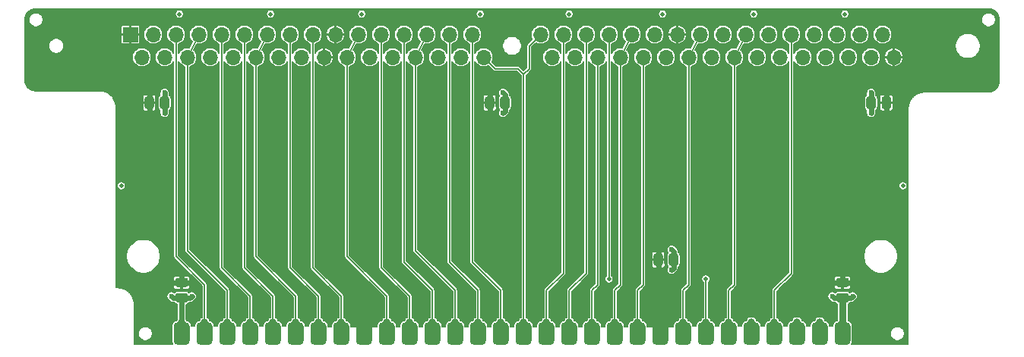
<source format=gtl>
G04 #@! TF.GenerationSoftware,KiCad,Pcbnew,(5.1.10-1-10_14)*
G04 #@! TF.CreationDate,2021-12-06T12:41:19-05:00*
G04 #@! TF.ProjectId,Adapter-30,41646170-7465-4722-9d33-302e6b696361,1.0-SOP*
G04 #@! TF.SameCoordinates,Original*
G04 #@! TF.FileFunction,Copper,L1,Top*
G04 #@! TF.FilePolarity,Positive*
%FSLAX46Y46*%
G04 Gerber Fmt 4.6, Leading zero omitted, Abs format (unit mm)*
G04 Created by KiCad (PCBNEW (5.1.10-1-10_14)) date 2021-12-06 12:41:19*
%MOMM*%
%LPD*%
G01*
G04 APERTURE LIST*
G04 #@! TA.AperFunction,ComponentPad*
%ADD10C,0.800000*%
G04 #@! TD*
G04 #@! TA.AperFunction,ComponentPad*
%ADD11R,1.700000X1.700000*%
G04 #@! TD*
G04 #@! TA.AperFunction,ComponentPad*
%ADD12O,1.700000X1.700000*%
G04 #@! TD*
G04 #@! TA.AperFunction,ViaPad*
%ADD13C,0.600000*%
G04 #@! TD*
G04 #@! TA.AperFunction,ViaPad*
%ADD14C,0.508000*%
G04 #@! TD*
G04 #@! TA.AperFunction,Conductor*
%ADD15C,0.600000*%
G04 #@! TD*
G04 #@! TA.AperFunction,Conductor*
%ADD16C,0.800000*%
G04 #@! TD*
G04 #@! TA.AperFunction,Conductor*
%ADD17C,0.152400*%
G04 #@! TD*
G04 #@! TA.AperFunction,Conductor*
%ADD18C,0.100000*%
G04 #@! TD*
G04 APERTURE END LIST*
G04 #@! TA.AperFunction,SMDPad,CuDef*
G36*
G01*
X139170000Y-91383500D02*
X139170000Y-92258500D01*
G75*
G02*
X138907500Y-92521000I-262500J0D01*
G01*
X138382500Y-92521000D01*
G75*
G02*
X138120000Y-92258500I0J262500D01*
G01*
X138120000Y-91383500D01*
G75*
G02*
X138382500Y-91121000I262500J0D01*
G01*
X138907500Y-91121000D01*
G75*
G02*
X139170000Y-91383500I0J-262500D01*
G01*
G37*
G04 #@! TD.AperFunction*
G04 #@! TA.AperFunction,SMDPad,CuDef*
G36*
G01*
X137470000Y-91383500D02*
X137470000Y-92258500D01*
G75*
G02*
X137207500Y-92521000I-262500J0D01*
G01*
X136682500Y-92521000D01*
G75*
G02*
X136420000Y-92258500I0J262500D01*
G01*
X136420000Y-91383500D01*
G75*
G02*
X136682500Y-91121000I262500J0D01*
G01*
X137207500Y-91121000D01*
G75*
G02*
X137470000Y-91383500I0J-262500D01*
G01*
G37*
G04 #@! TD.AperFunction*
G04 #@! TA.AperFunction,SMDPad,CuDef*
G36*
G01*
X82931000Y-100901500D02*
X82931000Y-99250500D01*
G75*
G02*
X83375500Y-98806000I444500J0D01*
G01*
X84264500Y-98806000D01*
G75*
G02*
X84709000Y-99250500I0J-444500D01*
G01*
X84709000Y-100901500D01*
G75*
G02*
X84264500Y-101346000I-444500J0D01*
G01*
X83375500Y-101346000D01*
G75*
G02*
X82931000Y-100901500I0J444500D01*
G01*
G37*
G04 #@! TD.AperFunction*
G04 #@! TA.AperFunction,SMDPad,CuDef*
G36*
G01*
X85471000Y-100901500D02*
X85471000Y-99250500D01*
G75*
G02*
X85915500Y-98806000I444500J0D01*
G01*
X86804500Y-98806000D01*
G75*
G02*
X87249000Y-99250500I0J-444500D01*
G01*
X87249000Y-100901500D01*
G75*
G02*
X86804500Y-101346000I-444500J0D01*
G01*
X85915500Y-101346000D01*
G75*
G02*
X85471000Y-100901500I0J444500D01*
G01*
G37*
G04 #@! TD.AperFunction*
D10*
X88900000Y-98806000D03*
G04 #@! TA.AperFunction,SMDPad,CuDef*
G36*
G01*
X108331000Y-100901500D02*
X108331000Y-99250500D01*
G75*
G02*
X108775500Y-98806000I444500J0D01*
G01*
X109664500Y-98806000D01*
G75*
G02*
X110109000Y-99250500I0J-444500D01*
G01*
X110109000Y-100901500D01*
G75*
G02*
X109664500Y-101346000I-444500J0D01*
G01*
X108775500Y-101346000D01*
G75*
G02*
X108331000Y-100901500I0J444500D01*
G01*
G37*
G04 #@! TD.AperFunction*
G04 #@! TA.AperFunction,SMDPad,CuDef*
G36*
G01*
X93091000Y-100901500D02*
X93091000Y-99250500D01*
G75*
G02*
X93535500Y-98806000I444500J0D01*
G01*
X94424500Y-98806000D01*
G75*
G02*
X94869000Y-99250500I0J-444500D01*
G01*
X94869000Y-100901500D01*
G75*
G02*
X94424500Y-101346000I-444500J0D01*
G01*
X93535500Y-101346000D01*
G75*
G02*
X93091000Y-100901500I0J444500D01*
G01*
G37*
G04 #@! TD.AperFunction*
G04 #@! TA.AperFunction,SMDPad,CuDef*
G36*
G01*
X110871000Y-100901500D02*
X110871000Y-99250500D01*
G75*
G02*
X111315500Y-98806000I444500J0D01*
G01*
X112204500Y-98806000D01*
G75*
G02*
X112649000Y-99250500I0J-444500D01*
G01*
X112649000Y-100901500D01*
G75*
G02*
X112204500Y-101346000I-444500J0D01*
G01*
X111315500Y-101346000D01*
G75*
G02*
X110871000Y-100901500I0J444500D01*
G01*
G37*
G04 #@! TD.AperFunction*
G04 #@! TA.AperFunction,SMDPad,CuDef*
G36*
G01*
X146431000Y-100901500D02*
X146431000Y-99250500D01*
G75*
G02*
X146875500Y-98806000I444500J0D01*
G01*
X147764500Y-98806000D01*
G75*
G02*
X148209000Y-99250500I0J-444500D01*
G01*
X148209000Y-100901500D01*
G75*
G02*
X147764500Y-101346000I-444500J0D01*
G01*
X146875500Y-101346000D01*
G75*
G02*
X146431000Y-100901500I0J444500D01*
G01*
G37*
G04 #@! TD.AperFunction*
G04 #@! TA.AperFunction,SMDPad,CuDef*
G36*
G01*
X113411000Y-100901500D02*
X113411000Y-99250500D01*
G75*
G02*
X113855500Y-98806000I444500J0D01*
G01*
X114744500Y-98806000D01*
G75*
G02*
X115189000Y-99250500I0J-444500D01*
G01*
X115189000Y-100901500D01*
G75*
G02*
X114744500Y-101346000I-444500J0D01*
G01*
X113855500Y-101346000D01*
G75*
G02*
X113411000Y-100901500I0J444500D01*
G01*
G37*
G04 #@! TD.AperFunction*
G04 #@! TA.AperFunction,SMDPad,CuDef*
G36*
G01*
X115951000Y-100901500D02*
X115951000Y-99250500D01*
G75*
G02*
X116395500Y-98806000I444500J0D01*
G01*
X117284500Y-98806000D01*
G75*
G02*
X117729000Y-99250500I0J-444500D01*
G01*
X117729000Y-100901500D01*
G75*
G02*
X117284500Y-101346000I-444500J0D01*
G01*
X116395500Y-101346000D01*
G75*
G02*
X115951000Y-100901500I0J444500D01*
G01*
G37*
G04 #@! TD.AperFunction*
G04 #@! TA.AperFunction,SMDPad,CuDef*
G36*
G01*
X90551000Y-100901500D02*
X90551000Y-99250500D01*
G75*
G02*
X90995500Y-98806000I444500J0D01*
G01*
X91884500Y-98806000D01*
G75*
G02*
X92329000Y-99250500I0J-444500D01*
G01*
X92329000Y-100901500D01*
G75*
G02*
X91884500Y-101346000I-444500J0D01*
G01*
X90995500Y-101346000D01*
G75*
G02*
X90551000Y-100901500I0J444500D01*
G01*
G37*
G04 #@! TD.AperFunction*
G04 #@! TA.AperFunction,SMDPad,CuDef*
G36*
G01*
X154051000Y-100901500D02*
X154051000Y-99250500D01*
G75*
G02*
X154495500Y-98806000I444500J0D01*
G01*
X155384500Y-98806000D01*
G75*
G02*
X155829000Y-99250500I0J-444500D01*
G01*
X155829000Y-100901500D01*
G75*
G02*
X155384500Y-101346000I-444500J0D01*
G01*
X154495500Y-101346000D01*
G75*
G02*
X154051000Y-100901500I0J444500D01*
G01*
G37*
G04 #@! TD.AperFunction*
G04 #@! TA.AperFunction,SMDPad,CuDef*
G36*
G01*
X88011000Y-100901500D02*
X88011000Y-99250500D01*
G75*
G02*
X88455500Y-98806000I444500J0D01*
G01*
X89344500Y-98806000D01*
G75*
G02*
X89789000Y-99250500I0J-444500D01*
G01*
X89789000Y-100901500D01*
G75*
G02*
X89344500Y-101346000I-444500J0D01*
G01*
X88455500Y-101346000D01*
G75*
G02*
X88011000Y-100901500I0J444500D01*
G01*
G37*
G04 #@! TD.AperFunction*
G04 #@! TA.AperFunction,SMDPad,CuDef*
G36*
G01*
X141351000Y-100901500D02*
X141351000Y-99250500D01*
G75*
G02*
X141795500Y-98806000I444500J0D01*
G01*
X142684500Y-98806000D01*
G75*
G02*
X143129000Y-99250500I0J-444500D01*
G01*
X143129000Y-100901500D01*
G75*
G02*
X142684500Y-101346000I-444500J0D01*
G01*
X141795500Y-101346000D01*
G75*
G02*
X141351000Y-100901500I0J444500D01*
G01*
G37*
G04 #@! TD.AperFunction*
G04 #@! TA.AperFunction,SMDPad,CuDef*
G36*
G01*
X121031000Y-100901500D02*
X121031000Y-99250500D01*
G75*
G02*
X121475500Y-98806000I444500J0D01*
G01*
X122364500Y-98806000D01*
G75*
G02*
X122809000Y-99250500I0J-444500D01*
G01*
X122809000Y-100901500D01*
G75*
G02*
X122364500Y-101346000I-444500J0D01*
G01*
X121475500Y-101346000D01*
G75*
G02*
X121031000Y-100901500I0J444500D01*
G01*
G37*
G04 #@! TD.AperFunction*
G04 #@! TA.AperFunction,SMDPad,CuDef*
G36*
G01*
X131191000Y-100901500D02*
X131191000Y-99250500D01*
G75*
G02*
X131635500Y-98806000I444500J0D01*
G01*
X132524500Y-98806000D01*
G75*
G02*
X132969000Y-99250500I0J-444500D01*
G01*
X132969000Y-100901500D01*
G75*
G02*
X132524500Y-101346000I-444500J0D01*
G01*
X131635500Y-101346000D01*
G75*
G02*
X131191000Y-100901500I0J444500D01*
G01*
G37*
G04 #@! TD.AperFunction*
G04 #@! TA.AperFunction,SMDPad,CuDef*
G36*
G01*
X138811000Y-100901500D02*
X138811000Y-99250500D01*
G75*
G02*
X139255500Y-98806000I444500J0D01*
G01*
X140144500Y-98806000D01*
G75*
G02*
X140589000Y-99250500I0J-444500D01*
G01*
X140589000Y-100901500D01*
G75*
G02*
X140144500Y-101346000I-444500J0D01*
G01*
X139255500Y-101346000D01*
G75*
G02*
X138811000Y-100901500I0J444500D01*
G01*
G37*
G04 #@! TD.AperFunction*
G04 #@! TA.AperFunction,SMDPad,CuDef*
G36*
G01*
X103251000Y-100901500D02*
X103251000Y-99250500D01*
G75*
G02*
X103695500Y-98806000I444500J0D01*
G01*
X104584500Y-98806000D01*
G75*
G02*
X105029000Y-99250500I0J-444500D01*
G01*
X105029000Y-100901500D01*
G75*
G02*
X104584500Y-101346000I-444500J0D01*
G01*
X103695500Y-101346000D01*
G75*
G02*
X103251000Y-100901500I0J444500D01*
G01*
G37*
G04 #@! TD.AperFunction*
G04 #@! TA.AperFunction,SMDPad,CuDef*
G36*
G01*
X126111000Y-100901500D02*
X126111000Y-99250500D01*
G75*
G02*
X126555500Y-98806000I444500J0D01*
G01*
X127444500Y-98806000D01*
G75*
G02*
X127889000Y-99250500I0J-444500D01*
G01*
X127889000Y-100901500D01*
G75*
G02*
X127444500Y-101346000I-444500J0D01*
G01*
X126555500Y-101346000D01*
G75*
G02*
X126111000Y-100901500I0J444500D01*
G01*
G37*
G04 #@! TD.AperFunction*
G04 #@! TA.AperFunction,SMDPad,CuDef*
G36*
G01*
X133731000Y-100901500D02*
X133731000Y-99250500D01*
G75*
G02*
X134175500Y-98806000I444500J0D01*
G01*
X135064500Y-98806000D01*
G75*
G02*
X135509000Y-99250500I0J-444500D01*
G01*
X135509000Y-100901500D01*
G75*
G02*
X135064500Y-101346000I-444500J0D01*
G01*
X134175500Y-101346000D01*
G75*
G02*
X133731000Y-100901500I0J444500D01*
G01*
G37*
G04 #@! TD.AperFunction*
G04 #@! TA.AperFunction,SMDPad,CuDef*
G36*
G01*
X128651000Y-100901500D02*
X128651000Y-99250500D01*
G75*
G02*
X129095500Y-98806000I444500J0D01*
G01*
X129984500Y-98806000D01*
G75*
G02*
X130429000Y-99250500I0J-444500D01*
G01*
X130429000Y-100901500D01*
G75*
G02*
X129984500Y-101346000I-444500J0D01*
G01*
X129095500Y-101346000D01*
G75*
G02*
X128651000Y-100901500I0J444500D01*
G01*
G37*
G04 #@! TD.AperFunction*
G04 #@! TA.AperFunction,SMDPad,CuDef*
G36*
G01*
X105791000Y-100901500D02*
X105791000Y-99250500D01*
G75*
G02*
X106235500Y-98806000I444500J0D01*
G01*
X107124500Y-98806000D01*
G75*
G02*
X107569000Y-99250500I0J-444500D01*
G01*
X107569000Y-100901500D01*
G75*
G02*
X107124500Y-101346000I-444500J0D01*
G01*
X106235500Y-101346000D01*
G75*
G02*
X105791000Y-100901500I0J444500D01*
G01*
G37*
G04 #@! TD.AperFunction*
G04 #@! TA.AperFunction,SMDPad,CuDef*
G36*
G01*
X136271000Y-100901500D02*
X136271000Y-99250500D01*
G75*
G02*
X136715500Y-98806000I444500J0D01*
G01*
X137604500Y-98806000D01*
G75*
G02*
X138049000Y-99250500I0J-444500D01*
G01*
X138049000Y-100901500D01*
G75*
G02*
X137604500Y-101346000I-444500J0D01*
G01*
X136715500Y-101346000D01*
G75*
G02*
X136271000Y-100901500I0J444500D01*
G01*
G37*
G04 #@! TD.AperFunction*
G04 #@! TA.AperFunction,SMDPad,CuDef*
G36*
G01*
X95631000Y-100901500D02*
X95631000Y-99250500D01*
G75*
G02*
X96075500Y-98806000I444500J0D01*
G01*
X96964500Y-98806000D01*
G75*
G02*
X97409000Y-99250500I0J-444500D01*
G01*
X97409000Y-100901500D01*
G75*
G02*
X96964500Y-101346000I-444500J0D01*
G01*
X96075500Y-101346000D01*
G75*
G02*
X95631000Y-100901500I0J444500D01*
G01*
G37*
G04 #@! TD.AperFunction*
G04 #@! TA.AperFunction,SMDPad,CuDef*
G36*
G01*
X123571000Y-100901500D02*
X123571000Y-99250500D01*
G75*
G02*
X124015500Y-98806000I444500J0D01*
G01*
X124904500Y-98806000D01*
G75*
G02*
X125349000Y-99250500I0J-444500D01*
G01*
X125349000Y-100901500D01*
G75*
G02*
X124904500Y-101346000I-444500J0D01*
G01*
X124015500Y-101346000D01*
G75*
G02*
X123571000Y-100901500I0J444500D01*
G01*
G37*
G04 #@! TD.AperFunction*
G04 #@! TA.AperFunction,SMDPad,CuDef*
G36*
G01*
X98171000Y-100901500D02*
X98171000Y-99250500D01*
G75*
G02*
X98615500Y-98806000I444500J0D01*
G01*
X99504500Y-98806000D01*
G75*
G02*
X99949000Y-99250500I0J-444500D01*
G01*
X99949000Y-100901500D01*
G75*
G02*
X99504500Y-101346000I-444500J0D01*
G01*
X98615500Y-101346000D01*
G75*
G02*
X98171000Y-100901500I0J444500D01*
G01*
G37*
G04 #@! TD.AperFunction*
G04 #@! TA.AperFunction,SMDPad,CuDef*
G36*
G01*
X100711000Y-100901500D02*
X100711000Y-99250500D01*
G75*
G02*
X101155500Y-98806000I444500J0D01*
G01*
X102044500Y-98806000D01*
G75*
G02*
X102489000Y-99250500I0J-444500D01*
G01*
X102489000Y-100901500D01*
G75*
G02*
X102044500Y-101346000I-444500J0D01*
G01*
X101155500Y-101346000D01*
G75*
G02*
X100711000Y-100901500I0J444500D01*
G01*
G37*
G04 #@! TD.AperFunction*
G04 #@! TA.AperFunction,SMDPad,CuDef*
G36*
G01*
X148971000Y-100901500D02*
X148971000Y-99250500D01*
G75*
G02*
X149415500Y-98806000I444500J0D01*
G01*
X150304500Y-98806000D01*
G75*
G02*
X150749000Y-99250500I0J-444500D01*
G01*
X150749000Y-100901500D01*
G75*
G02*
X150304500Y-101346000I-444500J0D01*
G01*
X149415500Y-101346000D01*
G75*
G02*
X148971000Y-100901500I0J444500D01*
G01*
G37*
G04 #@! TD.AperFunction*
G04 #@! TA.AperFunction,SMDPad,CuDef*
G36*
G01*
X151511000Y-100901500D02*
X151511000Y-99250500D01*
G75*
G02*
X151955500Y-98806000I444500J0D01*
G01*
X152844500Y-98806000D01*
G75*
G02*
X153289000Y-99250500I0J-444500D01*
G01*
X153289000Y-100901500D01*
G75*
G02*
X152844500Y-101346000I-444500J0D01*
G01*
X151955500Y-101346000D01*
G75*
G02*
X151511000Y-100901500I0J444500D01*
G01*
G37*
G04 #@! TD.AperFunction*
G04 #@! TA.AperFunction,SMDPad,CuDef*
G36*
G01*
X156591000Y-100901500D02*
X156591000Y-99250500D01*
G75*
G02*
X157035500Y-98806000I444500J0D01*
G01*
X157924500Y-98806000D01*
G75*
G02*
X158369000Y-99250500I0J-444500D01*
G01*
X158369000Y-100901500D01*
G75*
G02*
X157924500Y-101346000I-444500J0D01*
G01*
X157035500Y-101346000D01*
G75*
G02*
X156591000Y-100901500I0J444500D01*
G01*
G37*
G04 #@! TD.AperFunction*
G04 #@! TA.AperFunction,SMDPad,CuDef*
G36*
G01*
X118491000Y-100901500D02*
X118491000Y-99250500D01*
G75*
G02*
X118935500Y-98806000I444500J0D01*
G01*
X119824500Y-98806000D01*
G75*
G02*
X120269000Y-99250500I0J-444500D01*
G01*
X120269000Y-100901500D01*
G75*
G02*
X119824500Y-101346000I-444500J0D01*
G01*
X118935500Y-101346000D01*
G75*
G02*
X118491000Y-100901500I0J444500D01*
G01*
G37*
G04 #@! TD.AperFunction*
G04 #@! TA.AperFunction,SMDPad,CuDef*
G36*
G01*
X143891000Y-100901500D02*
X143891000Y-99250500D01*
G75*
G02*
X144335500Y-98806000I444500J0D01*
G01*
X145224500Y-98806000D01*
G75*
G02*
X145669000Y-99250500I0J-444500D01*
G01*
X145669000Y-100901500D01*
G75*
G02*
X145224500Y-101346000I-444500J0D01*
G01*
X144335500Y-101346000D01*
G75*
G02*
X143891000Y-100901500I0J444500D01*
G01*
G37*
G04 #@! TD.AperFunction*
X86360000Y-98806000D03*
X83820000Y-98806000D03*
X93980000Y-98806000D03*
X91440000Y-98806000D03*
X96520000Y-98806000D03*
X99060000Y-98806000D03*
X104140000Y-98806000D03*
X101600000Y-98806000D03*
X109220000Y-98806000D03*
X106680000Y-98806000D03*
X111760000Y-98806000D03*
X116840000Y-98806000D03*
X114300000Y-98806000D03*
X119380000Y-98806000D03*
X124460000Y-98806000D03*
X121920000Y-98806000D03*
X127000000Y-98806000D03*
X149860000Y-98806000D03*
X147320000Y-98806000D03*
X152400000Y-98806000D03*
X134620000Y-98806000D03*
X132080000Y-98806000D03*
X137160000Y-98806000D03*
X142240000Y-98806000D03*
X139700000Y-98806000D03*
X144780000Y-98806000D03*
X129540000Y-98806000D03*
X154940000Y-98806000D03*
X157480000Y-98806000D03*
G04 #@! TA.AperFunction,SMDPad,CuDef*
G36*
G01*
X84257500Y-94900500D02*
X83382500Y-94900500D01*
G75*
G02*
X83120000Y-94638000I0J262500D01*
G01*
X83120000Y-94113000D01*
G75*
G02*
X83382500Y-93850500I262500J0D01*
G01*
X84257500Y-93850500D01*
G75*
G02*
X84520000Y-94113000I0J-262500D01*
G01*
X84520000Y-94638000D01*
G75*
G02*
X84257500Y-94900500I-262500J0D01*
G01*
G37*
G04 #@! TD.AperFunction*
G04 #@! TA.AperFunction,SMDPad,CuDef*
G36*
G01*
X84257500Y-96600500D02*
X83382500Y-96600500D01*
G75*
G02*
X83120000Y-96338000I0J262500D01*
G01*
X83120000Y-95813000D01*
G75*
G02*
X83382500Y-95550500I262500J0D01*
G01*
X84257500Y-95550500D01*
G75*
G02*
X84520000Y-95813000I0J-262500D01*
G01*
X84520000Y-96338000D01*
G75*
G02*
X84257500Y-96600500I-262500J0D01*
G01*
G37*
G04 #@! TD.AperFunction*
G04 #@! TA.AperFunction,SMDPad,CuDef*
G36*
G01*
X157917500Y-94900500D02*
X157042500Y-94900500D01*
G75*
G02*
X156780000Y-94638000I0J262500D01*
G01*
X156780000Y-94113000D01*
G75*
G02*
X157042500Y-93850500I262500J0D01*
G01*
X157917500Y-93850500D01*
G75*
G02*
X158180000Y-94113000I0J-262500D01*
G01*
X158180000Y-94638000D01*
G75*
G02*
X157917500Y-94900500I-262500J0D01*
G01*
G37*
G04 #@! TD.AperFunction*
G04 #@! TA.AperFunction,SMDPad,CuDef*
G36*
G01*
X157917500Y-96600500D02*
X157042500Y-96600500D01*
G75*
G02*
X156780000Y-96338000I0J262500D01*
G01*
X156780000Y-95813000D01*
G75*
G02*
X157042500Y-95550500I262500J0D01*
G01*
X157917500Y-95550500D01*
G75*
G02*
X158180000Y-95813000I0J-262500D01*
G01*
X158180000Y-96338000D01*
G75*
G02*
X157917500Y-96600500I-262500J0D01*
G01*
G37*
G04 #@! TD.AperFunction*
G04 #@! TA.AperFunction,SMDPad,CuDef*
G36*
G01*
X160130000Y-74732500D02*
X160130000Y-73857500D01*
G75*
G02*
X160392500Y-73595000I262500J0D01*
G01*
X160917500Y-73595000D01*
G75*
G02*
X161180000Y-73857500I0J-262500D01*
G01*
X161180000Y-74732500D01*
G75*
G02*
X160917500Y-74995000I-262500J0D01*
G01*
X160392500Y-74995000D01*
G75*
G02*
X160130000Y-74732500I0J262500D01*
G01*
G37*
G04 #@! TD.AperFunction*
G04 #@! TA.AperFunction,SMDPad,CuDef*
G36*
G01*
X161830000Y-74732500D02*
X161830000Y-73857500D01*
G75*
G02*
X162092500Y-73595000I262500J0D01*
G01*
X162617500Y-73595000D01*
G75*
G02*
X162880000Y-73857500I0J-262500D01*
G01*
X162880000Y-74732500D01*
G75*
G02*
X162617500Y-74995000I-262500J0D01*
G01*
X162092500Y-74995000D01*
G75*
G02*
X161830000Y-74732500I0J262500D01*
G01*
G37*
G04 #@! TD.AperFunction*
G04 #@! TA.AperFunction,SMDPad,CuDef*
G36*
G01*
X118674000Y-73857500D02*
X118674000Y-74732500D01*
G75*
G02*
X118411500Y-74995000I-262500J0D01*
G01*
X117886500Y-74995000D01*
G75*
G02*
X117624000Y-74732500I0J262500D01*
G01*
X117624000Y-73857500D01*
G75*
G02*
X117886500Y-73595000I262500J0D01*
G01*
X118411500Y-73595000D01*
G75*
G02*
X118674000Y-73857500I0J-262500D01*
G01*
G37*
G04 #@! TD.AperFunction*
G04 #@! TA.AperFunction,SMDPad,CuDef*
G36*
G01*
X120374000Y-73857500D02*
X120374000Y-74732500D01*
G75*
G02*
X120111500Y-74995000I-262500J0D01*
G01*
X119586500Y-74995000D01*
G75*
G02*
X119324000Y-74732500I0J262500D01*
G01*
X119324000Y-73857500D01*
G75*
G02*
X119586500Y-73595000I262500J0D01*
G01*
X120111500Y-73595000D01*
G75*
G02*
X120374000Y-73857500I0J-262500D01*
G01*
G37*
G04 #@! TD.AperFunction*
G04 #@! TA.AperFunction,SMDPad,CuDef*
G36*
G01*
X82440000Y-73857500D02*
X82440000Y-74732500D01*
G75*
G02*
X82177500Y-74995000I-262500J0D01*
G01*
X81652500Y-74995000D01*
G75*
G02*
X81390000Y-74732500I0J262500D01*
G01*
X81390000Y-73857500D01*
G75*
G02*
X81652500Y-73595000I262500J0D01*
G01*
X82177500Y-73595000D01*
G75*
G02*
X82440000Y-73857500I0J-262500D01*
G01*
G37*
G04 #@! TD.AperFunction*
G04 #@! TA.AperFunction,SMDPad,CuDef*
G36*
G01*
X80740000Y-73857500D02*
X80740000Y-74732500D01*
G75*
G02*
X80477500Y-74995000I-262500J0D01*
G01*
X79952500Y-74995000D01*
G75*
G02*
X79690000Y-74732500I0J262500D01*
G01*
X79690000Y-73857500D01*
G75*
G02*
X79952500Y-73595000I262500J0D01*
G01*
X80477500Y-73595000D01*
G75*
G02*
X80740000Y-73857500I0J-262500D01*
G01*
G37*
G04 #@! TD.AperFunction*
D11*
X78105000Y-66675000D03*
D12*
X79375000Y-69215000D03*
X80645000Y-66675000D03*
X81915000Y-69215000D03*
X83185000Y-66675000D03*
X84455000Y-69215000D03*
X85725000Y-66675000D03*
X86995000Y-69215000D03*
X88265000Y-66675000D03*
X89535000Y-69215000D03*
X90805000Y-66675000D03*
X92075000Y-69215000D03*
X93345000Y-66675000D03*
X94615000Y-69215000D03*
X95885000Y-66675000D03*
X97155000Y-69215000D03*
X98425000Y-66675000D03*
X99695000Y-69215000D03*
X100965000Y-66675000D03*
X102235000Y-69215000D03*
X103505000Y-66675000D03*
X104775000Y-69215000D03*
X106045000Y-66675000D03*
X107315000Y-69215000D03*
X108585000Y-66675000D03*
X109855000Y-69215000D03*
X111125000Y-66675000D03*
X112395000Y-69215000D03*
X113665000Y-66675000D03*
X114935000Y-69215000D03*
X116205000Y-66675000D03*
X117475000Y-69215000D03*
X123825000Y-66675000D03*
X125095000Y-69215000D03*
X126365000Y-66675000D03*
X127635000Y-69215000D03*
X128905000Y-66675000D03*
X130175000Y-69215000D03*
X131445000Y-66675000D03*
X132715000Y-69215000D03*
X133985000Y-66675000D03*
X135255000Y-69215000D03*
X136525000Y-66675000D03*
X137795000Y-69215000D03*
X139065000Y-66675000D03*
X140335000Y-69215000D03*
X141605000Y-66675000D03*
X142875000Y-69215000D03*
X144145000Y-66675000D03*
X145415000Y-69215000D03*
X146685000Y-66675000D03*
X147955000Y-69215000D03*
X149225000Y-66675000D03*
X150495000Y-69215000D03*
X151765000Y-66675000D03*
X153035000Y-69215000D03*
X154305000Y-66675000D03*
X155575000Y-69215000D03*
X156845000Y-66675000D03*
X158115000Y-69215000D03*
X159385000Y-66675000D03*
X160655000Y-69215000D03*
X161925000Y-66675000D03*
X163195000Y-69215000D03*
D13*
X83820000Y-97028000D03*
X82677000Y-95885000D03*
X156337000Y-95885000D03*
X158623000Y-95885000D03*
X157480000Y-97028000D03*
D14*
X77089000Y-83566000D03*
X164211000Y-83566000D03*
X157734000Y-64389000D03*
X147574000Y-64389000D03*
X137414000Y-64389000D03*
X127000000Y-64389000D03*
X117094000Y-64389000D03*
X83566000Y-64389000D03*
X93726000Y-64389000D03*
X103886000Y-64389000D03*
D13*
X84963000Y-95885000D03*
X119634000Y-75438000D03*
X119634000Y-73152000D03*
X81915000Y-73152000D03*
X81915000Y-75438000D03*
X160655000Y-73152000D03*
X160655000Y-75438000D03*
X138430000Y-92964000D03*
X138430000Y-90678000D03*
D14*
X77089000Y-93726000D03*
X66929000Y-66294000D03*
X172466000Y-64389000D03*
X164211000Y-98298000D03*
X79121000Y-94742000D03*
D13*
X84963000Y-94551500D03*
X83820000Y-93408500D03*
X158623000Y-94551500D03*
X156337000Y-94551500D03*
X157480000Y-93408500D03*
D14*
X79121000Y-97282000D03*
X161798000Y-100711000D03*
X164211000Y-93726000D03*
X174371000Y-66294000D03*
X152654000Y-64389000D03*
X142494000Y-64389000D03*
X132334000Y-64389000D03*
X122047000Y-64389000D03*
X68834000Y-64389000D03*
X88646000Y-64389000D03*
X98806000Y-64389000D03*
X108966000Y-64389000D03*
X113030000Y-64389000D03*
D13*
X82677000Y-94551500D03*
D14*
X91440000Y-72136000D03*
X89535000Y-72136000D03*
X83820000Y-72136000D03*
X97155000Y-72136000D03*
X107315000Y-72136000D03*
X109220000Y-72136000D03*
X114935000Y-72136000D03*
X116840000Y-72136000D03*
X121285000Y-72136000D03*
X127635000Y-72136000D03*
X129540000Y-72136000D03*
X130810000Y-72136000D03*
X133985000Y-72136000D03*
X135890000Y-72136000D03*
X140970000Y-72136000D03*
X144780000Y-72136000D03*
X146050000Y-72136000D03*
X151130000Y-72136000D03*
X113030000Y-72136000D03*
X110490000Y-72136000D03*
X105410000Y-72136000D03*
X102870000Y-72136000D03*
X101600000Y-72136000D03*
X99060000Y-72136000D03*
X95250000Y-72136000D03*
X92710000Y-72136000D03*
X85090000Y-72136000D03*
X87630000Y-72136000D03*
X122555000Y-72136000D03*
X125730000Y-72136000D03*
X139700000Y-72136000D03*
X152400000Y-72136000D03*
D13*
X118364000Y-75438000D03*
X118364000Y-73152000D03*
X80391000Y-75438000D03*
X80391000Y-73152000D03*
X162179000Y-73152000D03*
X162179000Y-75438000D03*
D14*
X132080000Y-72136000D03*
D13*
X137160000Y-90678000D03*
X137160000Y-92964000D03*
D14*
X121920000Y-70358000D03*
X131445000Y-93980000D03*
X142240000Y-93980000D03*
D15*
X83820000Y-96075500D02*
X83820000Y-97028000D01*
X82867500Y-96075500D02*
X82677000Y-95885000D01*
X83820000Y-96075500D02*
X82867500Y-96075500D01*
X156527500Y-96075500D02*
X156337000Y-95885000D01*
X157480000Y-96075500D02*
X156527500Y-96075500D01*
X158432500Y-96075500D02*
X158623000Y-95885000D01*
X157480000Y-96075500D02*
X158432500Y-96075500D01*
X157480000Y-96075500D02*
X157480000Y-97028000D01*
X83820000Y-97028000D02*
X83820000Y-98806000D01*
D16*
X157480000Y-96075500D02*
X157480000Y-98806000D01*
D15*
X84772500Y-96075500D02*
X84963000Y-95885000D01*
X83820000Y-96075500D02*
X84772500Y-96075500D01*
X119849000Y-75223000D02*
X119634000Y-75438000D01*
X119849000Y-74295000D02*
X119849000Y-75223000D01*
X119849000Y-73367000D02*
X119634000Y-73152000D01*
X119849000Y-74295000D02*
X119849000Y-73367000D01*
X81915000Y-74295000D02*
X81915000Y-73152000D01*
X81915000Y-74295000D02*
X81915000Y-75438000D01*
X160655000Y-74295000D02*
X160655000Y-73152000D01*
X160655000Y-74295000D02*
X160655000Y-75438000D01*
X138645000Y-90893000D02*
X138430000Y-90678000D01*
X138645000Y-91821000D02*
X138645000Y-92749000D01*
X138645000Y-92749000D02*
X138430000Y-92964000D01*
X138645000Y-91821000D02*
X138645000Y-90893000D01*
D17*
X88900000Y-100076000D02*
X88900000Y-98806000D01*
X85725000Y-66675000D02*
X84455000Y-69215000D01*
X88900000Y-98806000D02*
X88900000Y-95250000D01*
X84455000Y-90805000D02*
X84455000Y-69215000D01*
X88900000Y-95250000D02*
X84455000Y-90805000D01*
X93345000Y-66675000D02*
X92075000Y-69215000D01*
X96520000Y-100076000D02*
X96520000Y-98552000D01*
X92075000Y-69215000D02*
X92075000Y-91440000D01*
X96520000Y-95885000D02*
X96520000Y-100076000D01*
X92075000Y-91440000D02*
X96520000Y-95885000D01*
X135255000Y-69215000D02*
X135255000Y-94615000D01*
X134620000Y-95250000D02*
X134620000Y-98806000D01*
X135255000Y-94615000D02*
X134620000Y-95250000D01*
X149860000Y-100076000D02*
X149860000Y-95250000D01*
X151765000Y-93345000D02*
X151765000Y-66675000D01*
X149860000Y-95250000D02*
X151765000Y-93345000D01*
X83185000Y-66675000D02*
X83185000Y-91440000D01*
X86360000Y-94615000D02*
X86360000Y-98806000D01*
X83185000Y-91440000D02*
X86360000Y-94615000D01*
X103505000Y-66675000D02*
X102235000Y-69215000D01*
X106680000Y-98806000D02*
X106680000Y-95885000D01*
X102235000Y-91440000D02*
X102235000Y-69215000D01*
X106680000Y-95885000D02*
X102235000Y-91440000D01*
X111125000Y-66675000D02*
X109855000Y-69215000D01*
X109855000Y-69215000D02*
X109855000Y-90805000D01*
X114300000Y-95250000D02*
X114300000Y-98806000D01*
X109855000Y-90805000D02*
X114300000Y-95250000D01*
D15*
X84787000Y-94375500D02*
X84963000Y-94551500D01*
X83820000Y-94375500D02*
X84787000Y-94375500D01*
X83820000Y-94375500D02*
X83820000Y-93408500D01*
X158447000Y-94375500D02*
X158623000Y-94551500D01*
X157480000Y-94375500D02*
X158447000Y-94375500D01*
X156513000Y-94375500D02*
X156337000Y-94551500D01*
X157480000Y-94375500D02*
X156513000Y-94375500D01*
X157480000Y-94375500D02*
X157480000Y-93408500D01*
X83820000Y-94375500D02*
X82853000Y-94375500D01*
X82853000Y-94375500D02*
X82677000Y-94551500D01*
X118149000Y-75223000D02*
X118364000Y-75438000D01*
X118149000Y-74295000D02*
X118149000Y-75223000D01*
X118149000Y-73367000D02*
X118364000Y-73152000D01*
X118149000Y-74295000D02*
X118149000Y-73367000D01*
X80215000Y-75262000D02*
X80391000Y-75438000D01*
X80215000Y-74295000D02*
X80215000Y-75262000D01*
X80215000Y-73328000D02*
X80391000Y-73152000D01*
X80215000Y-74295000D02*
X80215000Y-73328000D01*
X162355000Y-73328000D02*
X162179000Y-73152000D01*
X162355000Y-74295000D02*
X162355000Y-73328000D01*
X162355000Y-75262000D02*
X162179000Y-75438000D01*
X162355000Y-74295000D02*
X162355000Y-75262000D01*
X136945000Y-90893000D02*
X137160000Y-90678000D01*
X136945000Y-91821000D02*
X136945000Y-90893000D01*
X136945000Y-91821000D02*
X136945000Y-92749000D01*
X136945000Y-92749000D02*
X137160000Y-92964000D01*
D17*
X118745000Y-70485000D02*
X117475000Y-69215000D01*
X121285000Y-70485000D02*
X118745000Y-70485000D01*
X121920000Y-71120000D02*
X121285000Y-70485000D01*
X121920000Y-100076000D02*
X121920000Y-71120000D01*
X122555000Y-70485000D02*
X121920000Y-71120000D01*
X122555000Y-67945000D02*
X122555000Y-70485000D01*
X123825000Y-66675000D02*
X122555000Y-67945000D01*
X133985000Y-66675000D02*
X132715000Y-69215000D01*
X132715000Y-69215000D02*
X132715000Y-94615000D01*
X132080000Y-95250000D02*
X132080000Y-98806000D01*
X132715000Y-94615000D02*
X132080000Y-95250000D01*
X141605000Y-66675000D02*
X140335000Y-69215000D01*
X139700000Y-100076000D02*
X139700000Y-95250000D01*
X140335000Y-94615000D02*
X140335000Y-69215000D01*
X139700000Y-95250000D02*
X140335000Y-94615000D01*
X146685000Y-66675000D02*
X145415000Y-69215000D01*
X145415000Y-69215000D02*
X145415000Y-94615000D01*
X144780000Y-95250000D02*
X144780000Y-98806000D01*
X145415000Y-94615000D02*
X144780000Y-95250000D01*
X88265000Y-66675000D02*
X88265000Y-92710000D01*
X91440000Y-95885000D02*
X91440000Y-98806000D01*
X88265000Y-92710000D02*
X91440000Y-95885000D01*
X93980000Y-100076000D02*
X93980000Y-95885000D01*
X90805000Y-92710000D02*
X90805000Y-66675000D01*
X93980000Y-95885000D02*
X90805000Y-92710000D01*
X95885000Y-66675000D02*
X95885000Y-92710000D01*
X99060000Y-95885000D02*
X99060000Y-98806000D01*
X95885000Y-92710000D02*
X99060000Y-95885000D01*
X101600000Y-100076000D02*
X101600000Y-95885000D01*
X98425000Y-92710000D02*
X98425000Y-66675000D01*
X101600000Y-95885000D02*
X98425000Y-92710000D01*
X106045000Y-66675000D02*
X106045000Y-92710000D01*
X109220000Y-95885000D02*
X109220000Y-98806000D01*
X106045000Y-92710000D02*
X109220000Y-95885000D01*
X111760000Y-100076000D02*
X111760000Y-95250000D01*
X108585000Y-92075000D02*
X108585000Y-66675000D01*
X111760000Y-95250000D02*
X108585000Y-92075000D01*
X116840000Y-100076000D02*
X116840000Y-95250000D01*
X113665000Y-92075000D02*
X113665000Y-66675000D01*
X116840000Y-95250000D02*
X113665000Y-92075000D01*
X116205000Y-66675000D02*
X116205000Y-92075000D01*
X119380000Y-95250000D02*
X119380000Y-98806000D01*
X116205000Y-92075000D02*
X119380000Y-95250000D01*
X126365000Y-66675000D02*
X126365000Y-93345000D01*
X124460000Y-95250000D02*
X124460000Y-100076000D01*
X126365000Y-93345000D02*
X124460000Y-95250000D01*
X127000000Y-100076000D02*
X127000000Y-95250000D01*
X128905000Y-93345000D02*
X128905000Y-66675000D01*
X127000000Y-95250000D02*
X128905000Y-93345000D01*
X130175000Y-69215000D02*
X130175000Y-94615000D01*
X129540000Y-95250000D02*
X129540000Y-98806000D01*
X130175000Y-94615000D02*
X129540000Y-95250000D01*
X131445000Y-66675000D02*
X131445000Y-93980000D01*
X142240000Y-93980000D02*
X142240000Y-98806000D01*
X173967884Y-63852912D02*
X174190929Y-63920254D01*
X174396653Y-64029639D01*
X174577209Y-64176896D01*
X174725723Y-64356420D01*
X174836544Y-64561378D01*
X174905441Y-64783947D01*
X174931400Y-65030934D01*
X174931401Y-71865917D01*
X174907088Y-72113882D01*
X174839746Y-72336929D01*
X174730361Y-72542652D01*
X174583102Y-72723211D01*
X174403577Y-72871726D01*
X174198622Y-72982544D01*
X173976054Y-73051441D01*
X173729065Y-73077400D01*
X166607865Y-73077400D01*
X166593087Y-73078855D01*
X166583579Y-73078789D01*
X166579013Y-73079237D01*
X166283209Y-73110327D01*
X166253983Y-73116326D01*
X166224779Y-73121897D01*
X166220395Y-73123221D01*
X166220388Y-73123222D01*
X166220382Y-73123225D01*
X165936256Y-73211177D01*
X165908790Y-73222723D01*
X165881187Y-73233875D01*
X165877136Y-73236029D01*
X165615500Y-73377494D01*
X165590808Y-73394149D01*
X165565888Y-73410456D01*
X165562333Y-73413356D01*
X165333157Y-73602946D01*
X165312155Y-73624094D01*
X165290892Y-73644917D01*
X165287967Y-73648452D01*
X165099981Y-73878946D01*
X165083485Y-73903774D01*
X165066673Y-73928327D01*
X165064494Y-73932358D01*
X165064491Y-73932362D01*
X165064491Y-73932363D01*
X164924855Y-74194981D01*
X164913504Y-74222520D01*
X164901774Y-74249889D01*
X164900417Y-74254272D01*
X164814449Y-74539011D01*
X164808656Y-74568268D01*
X164802472Y-74597359D01*
X164801992Y-74601922D01*
X164772968Y-74897935D01*
X164772968Y-74897945D01*
X164771400Y-74913866D01*
X164771401Y-101271400D01*
X158487578Y-101271400D01*
X158547385Y-101159507D01*
X158585751Y-101033031D01*
X158598706Y-100901500D01*
X158598706Y-99996754D01*
X162771400Y-99996754D01*
X162771400Y-100155246D01*
X162802320Y-100310693D01*
X162862973Y-100457121D01*
X162951026Y-100588903D01*
X163063097Y-100700974D01*
X163194879Y-100789027D01*
X163341307Y-100849680D01*
X163496754Y-100880600D01*
X163655246Y-100880600D01*
X163810693Y-100849680D01*
X163957121Y-100789027D01*
X164088903Y-100700974D01*
X164200974Y-100588903D01*
X164289027Y-100457121D01*
X164349680Y-100310693D01*
X164380600Y-100155246D01*
X164380600Y-99996754D01*
X164349680Y-99841307D01*
X164289027Y-99694879D01*
X164200974Y-99563097D01*
X164088903Y-99451026D01*
X163957121Y-99362973D01*
X163810693Y-99302320D01*
X163655246Y-99271400D01*
X163496754Y-99271400D01*
X163341307Y-99302320D01*
X163194879Y-99362973D01*
X163063097Y-99451026D01*
X162951026Y-99563097D01*
X162862973Y-99694879D01*
X162802320Y-99841307D01*
X162771400Y-99996754D01*
X158598706Y-99996754D01*
X158598706Y-99250500D01*
X158585751Y-99118969D01*
X158547385Y-98992493D01*
X158485082Y-98875931D01*
X158401236Y-98773764D01*
X158299069Y-98689918D01*
X158182507Y-98627615D01*
X158108600Y-98605196D01*
X158108600Y-96791274D01*
X158190955Y-96747254D01*
X158265542Y-96686042D01*
X158326754Y-96611455D01*
X158330685Y-96604100D01*
X158406538Y-96604100D01*
X158432500Y-96606657D01*
X158458462Y-96604100D01*
X158536124Y-96596451D01*
X158635765Y-96566225D01*
X158727595Y-96517141D01*
X158808085Y-96451085D01*
X158824642Y-96430910D01*
X158959957Y-96295595D01*
X158959963Y-96295591D01*
X159033591Y-96221963D01*
X159048099Y-96200251D01*
X159064641Y-96180094D01*
X159076933Y-96157097D01*
X159091440Y-96135386D01*
X159101433Y-96111261D01*
X159113725Y-96088264D01*
X159121295Y-96063311D01*
X159131287Y-96039187D01*
X159136380Y-96013582D01*
X159143951Y-95988624D01*
X159146508Y-95962664D01*
X159151600Y-95937063D01*
X159151600Y-95910962D01*
X159154157Y-95885000D01*
X159151600Y-95859038D01*
X159151600Y-95832937D01*
X159146508Y-95807335D01*
X159143951Y-95781377D01*
X159136380Y-95756420D01*
X159131287Y-95730813D01*
X159121295Y-95706691D01*
X159113725Y-95681735D01*
X159101432Y-95658736D01*
X159091440Y-95634614D01*
X159076934Y-95612904D01*
X159064641Y-95589906D01*
X159048099Y-95569750D01*
X159033591Y-95548037D01*
X159015125Y-95529571D01*
X158998584Y-95509416D01*
X158978429Y-95492875D01*
X158959963Y-95474409D01*
X158938250Y-95459901D01*
X158918094Y-95443359D01*
X158895096Y-95431066D01*
X158873386Y-95416560D01*
X158849264Y-95406568D01*
X158826265Y-95394275D01*
X158801309Y-95386705D01*
X158777187Y-95376713D01*
X158751580Y-95371620D01*
X158726623Y-95364049D01*
X158700665Y-95361492D01*
X158675063Y-95356400D01*
X158648962Y-95356400D01*
X158623000Y-95353843D01*
X158597038Y-95356400D01*
X158570937Y-95356400D01*
X158545336Y-95361492D01*
X158519376Y-95364049D01*
X158494418Y-95371620D01*
X158468813Y-95376713D01*
X158444689Y-95386705D01*
X158419736Y-95394275D01*
X158396739Y-95406567D01*
X158372614Y-95416560D01*
X158350903Y-95431067D01*
X158327906Y-95443359D01*
X158307749Y-95459901D01*
X158286037Y-95474409D01*
X158279040Y-95481406D01*
X158265542Y-95464958D01*
X158190955Y-95403746D01*
X158105859Y-95358261D01*
X158013525Y-95330252D01*
X157917500Y-95320794D01*
X157042500Y-95320794D01*
X156946475Y-95330252D01*
X156854141Y-95358261D01*
X156769045Y-95403746D01*
X156694458Y-95464958D01*
X156680960Y-95481406D01*
X156673963Y-95474409D01*
X156652251Y-95459901D01*
X156632094Y-95443359D01*
X156609097Y-95431067D01*
X156587386Y-95416560D01*
X156563261Y-95406567D01*
X156540264Y-95394275D01*
X156515311Y-95386706D01*
X156491187Y-95376713D01*
X156465580Y-95371620D01*
X156440623Y-95364049D01*
X156414665Y-95361492D01*
X156389063Y-95356400D01*
X156362962Y-95356400D01*
X156337000Y-95353843D01*
X156311038Y-95356400D01*
X156284937Y-95356400D01*
X156259335Y-95361492D01*
X156233377Y-95364049D01*
X156208420Y-95371620D01*
X156182813Y-95376713D01*
X156158689Y-95386706D01*
X156133736Y-95394275D01*
X156110739Y-95406567D01*
X156086614Y-95416560D01*
X156064903Y-95431067D01*
X156041906Y-95443359D01*
X156021750Y-95459901D01*
X156000037Y-95474409D01*
X155981571Y-95492875D01*
X155961416Y-95509416D01*
X155944875Y-95529571D01*
X155926409Y-95548037D01*
X155911901Y-95569750D01*
X155895359Y-95589906D01*
X155883067Y-95612903D01*
X155868560Y-95634614D01*
X155858567Y-95658739D01*
X155846275Y-95681736D01*
X155838706Y-95706689D01*
X155828713Y-95730813D01*
X155823620Y-95756420D01*
X155816049Y-95781377D01*
X155813492Y-95807335D01*
X155808400Y-95832937D01*
X155808400Y-95859038D01*
X155805843Y-95885000D01*
X155808400Y-95910962D01*
X155808400Y-95937063D01*
X155813492Y-95962665D01*
X155816049Y-95988623D01*
X155823620Y-96013580D01*
X155828713Y-96039187D01*
X155838706Y-96063311D01*
X155846275Y-96088264D01*
X155858567Y-96111261D01*
X155868560Y-96135386D01*
X155883067Y-96157097D01*
X155895359Y-96180094D01*
X155911901Y-96200251D01*
X155926409Y-96221963D01*
X156000037Y-96295591D01*
X156000043Y-96295595D01*
X156135358Y-96430910D01*
X156151915Y-96451085D01*
X156232405Y-96517141D01*
X156324235Y-96566225D01*
X156410690Y-96592451D01*
X156423876Y-96596451D01*
X156527500Y-96606657D01*
X156553462Y-96604100D01*
X156629315Y-96604100D01*
X156633246Y-96611455D01*
X156694458Y-96686042D01*
X156769045Y-96747254D01*
X156851400Y-96791274D01*
X156851401Y-98605195D01*
X156777493Y-98627615D01*
X156660931Y-98689918D01*
X156558764Y-98773764D01*
X156474918Y-98875931D01*
X156412615Y-98992493D01*
X156374249Y-99118969D01*
X156362220Y-99241100D01*
X156057830Y-99241601D01*
X156045751Y-99118969D01*
X156007385Y-98992493D01*
X155945082Y-98875931D01*
X155861236Y-98773764D01*
X155759069Y-98689918D01*
X155642507Y-98627615D01*
X155532707Y-98594308D01*
X155497059Y-98508246D01*
X155428266Y-98405291D01*
X155340709Y-98317734D01*
X155237754Y-98248941D01*
X155123356Y-98201556D01*
X155001912Y-98177400D01*
X154878088Y-98177400D01*
X154756644Y-98201556D01*
X154642246Y-98248941D01*
X154539291Y-98317734D01*
X154451734Y-98405291D01*
X154382941Y-98508246D01*
X154347293Y-98594308D01*
X154237493Y-98627615D01*
X154120931Y-98689918D01*
X154018764Y-98773764D01*
X153934918Y-98875931D01*
X153872615Y-98992493D01*
X153834249Y-99118969D01*
X153821808Y-99245279D01*
X153518241Y-99245778D01*
X153505751Y-99118969D01*
X153467385Y-98992493D01*
X153405082Y-98875931D01*
X153321236Y-98773764D01*
X153219069Y-98689918D01*
X153102507Y-98627615D01*
X152992707Y-98594308D01*
X152957059Y-98508246D01*
X152888266Y-98405291D01*
X152800709Y-98317734D01*
X152697754Y-98248941D01*
X152583356Y-98201556D01*
X152461912Y-98177400D01*
X152338088Y-98177400D01*
X152216644Y-98201556D01*
X152102246Y-98248941D01*
X151999291Y-98317734D01*
X151911734Y-98405291D01*
X151842941Y-98508246D01*
X151807293Y-98594308D01*
X151697493Y-98627615D01*
X151580931Y-98689918D01*
X151478764Y-98773764D01*
X151394918Y-98875931D01*
X151332615Y-98992493D01*
X151294249Y-99118969D01*
X151281397Y-99249457D01*
X150978652Y-99249955D01*
X150965751Y-99118969D01*
X150927385Y-98992493D01*
X150865082Y-98875931D01*
X150781236Y-98773764D01*
X150679069Y-98689918D01*
X150562507Y-98627615D01*
X150452707Y-98594308D01*
X150417059Y-98508246D01*
X150348266Y-98405291D01*
X150260709Y-98317734D01*
X150164800Y-98253649D01*
X150164800Y-95376251D01*
X150640551Y-94900500D01*
X156550294Y-94900500D01*
X156554708Y-94945313D01*
X156567779Y-94988405D01*
X156589006Y-95028118D01*
X156617573Y-95062927D01*
X156652382Y-95091494D01*
X156692095Y-95112721D01*
X156735187Y-95125792D01*
X156780000Y-95130206D01*
X157349050Y-95129100D01*
X157406200Y-95071950D01*
X157406200Y-94449300D01*
X157553800Y-94449300D01*
X157553800Y-95071950D01*
X157610950Y-95129100D01*
X158180000Y-95130206D01*
X158224813Y-95125792D01*
X158267905Y-95112721D01*
X158307618Y-95091494D01*
X158342427Y-95062927D01*
X158370994Y-95028118D01*
X158392221Y-94988405D01*
X158405292Y-94945313D01*
X158409706Y-94900500D01*
X158408600Y-94506450D01*
X158351450Y-94449300D01*
X157553800Y-94449300D01*
X157406200Y-94449300D01*
X156608550Y-94449300D01*
X156551400Y-94506450D01*
X156550294Y-94900500D01*
X150640551Y-94900500D01*
X151690551Y-93850500D01*
X156550294Y-93850500D01*
X156551400Y-94244550D01*
X156608550Y-94301700D01*
X157406200Y-94301700D01*
X157406200Y-93679050D01*
X157553800Y-93679050D01*
X157553800Y-94301700D01*
X158351450Y-94301700D01*
X158408600Y-94244550D01*
X158409706Y-93850500D01*
X158405292Y-93805687D01*
X158392221Y-93762595D01*
X158370994Y-93722882D01*
X158342427Y-93688073D01*
X158307618Y-93659506D01*
X158267905Y-93638279D01*
X158224813Y-93625208D01*
X158180000Y-93620794D01*
X157610950Y-93621900D01*
X157553800Y-93679050D01*
X157406200Y-93679050D01*
X157349050Y-93621900D01*
X156780000Y-93620794D01*
X156735187Y-93625208D01*
X156692095Y-93638279D01*
X156652382Y-93659506D01*
X156617573Y-93688073D01*
X156589006Y-93722882D01*
X156567779Y-93762595D01*
X156554708Y-93805687D01*
X156550294Y-93850500D01*
X151690551Y-93850500D01*
X151969945Y-93571107D01*
X151981568Y-93561568D01*
X152019658Y-93515157D01*
X152047960Y-93462206D01*
X152065389Y-93404751D01*
X152069800Y-93359966D01*
X152069800Y-93359958D01*
X152071273Y-93345000D01*
X152069800Y-93330042D01*
X152069800Y-91252679D01*
X159832602Y-91252679D01*
X159832602Y-91627321D01*
X159905691Y-91994763D01*
X160049060Y-92340886D01*
X160257200Y-92652389D01*
X160522111Y-92917300D01*
X160833614Y-93125440D01*
X161179737Y-93268809D01*
X161547179Y-93341898D01*
X161921821Y-93341898D01*
X162289263Y-93268809D01*
X162635386Y-93125440D01*
X162946889Y-92917300D01*
X163211800Y-92652389D01*
X163419940Y-92340886D01*
X163563309Y-91994763D01*
X163636398Y-91627321D01*
X163636398Y-91252679D01*
X163563309Y-90885237D01*
X163419940Y-90539114D01*
X163211800Y-90227611D01*
X162946889Y-89962700D01*
X162635386Y-89754560D01*
X162289263Y-89611191D01*
X161921821Y-89538102D01*
X161547179Y-89538102D01*
X161179737Y-89611191D01*
X160833614Y-89754560D01*
X160522111Y-89962700D01*
X160257200Y-90227611D01*
X160049060Y-90539114D01*
X159905691Y-90885237D01*
X159832602Y-91252679D01*
X152069800Y-91252679D01*
X152069800Y-83518468D01*
X163728400Y-83518468D01*
X163728400Y-83613532D01*
X163746946Y-83706769D01*
X163783326Y-83794597D01*
X163836140Y-83873640D01*
X163903360Y-83940860D01*
X163982403Y-83993674D01*
X164070231Y-84030054D01*
X164163468Y-84048600D01*
X164258532Y-84048600D01*
X164351769Y-84030054D01*
X164439597Y-83993674D01*
X164518640Y-83940860D01*
X164585860Y-83873640D01*
X164638674Y-83794597D01*
X164675054Y-83706769D01*
X164693600Y-83613532D01*
X164693600Y-83518468D01*
X164675054Y-83425231D01*
X164638674Y-83337403D01*
X164585860Y-83258360D01*
X164518640Y-83191140D01*
X164439597Y-83138326D01*
X164351769Y-83101946D01*
X164258532Y-83083400D01*
X164163468Y-83083400D01*
X164070231Y-83101946D01*
X163982403Y-83138326D01*
X163903360Y-83191140D01*
X163836140Y-83258360D01*
X163783326Y-83337403D01*
X163746946Y-83425231D01*
X163728400Y-83518468D01*
X152069800Y-83518468D01*
X152069800Y-73857500D01*
X159900294Y-73857500D01*
X159900294Y-74732500D01*
X159909752Y-74828525D01*
X159937761Y-74920859D01*
X159983246Y-75005955D01*
X160044458Y-75080542D01*
X160119045Y-75141754D01*
X160126401Y-75145686D01*
X160126401Y-75385932D01*
X160126400Y-75385937D01*
X160126400Y-75490063D01*
X160131494Y-75515674D01*
X160134050Y-75541624D01*
X160141618Y-75566573D01*
X160146713Y-75592187D01*
X160156708Y-75616318D01*
X160164276Y-75641265D01*
X160176565Y-75664257D01*
X160186560Y-75688386D01*
X160201069Y-75710101D01*
X160213360Y-75733095D01*
X160229901Y-75753251D01*
X160244409Y-75774963D01*
X160262872Y-75793426D01*
X160279416Y-75813585D01*
X160299575Y-75830129D01*
X160318037Y-75848591D01*
X160339748Y-75863098D01*
X160359906Y-75879641D01*
X160382903Y-75891933D01*
X160404614Y-75906440D01*
X160428739Y-75916433D01*
X160451736Y-75928725D01*
X160476689Y-75936294D01*
X160500813Y-75946287D01*
X160526420Y-75951380D01*
X160551377Y-75958951D01*
X160577335Y-75961508D01*
X160602937Y-75966600D01*
X160629038Y-75966600D01*
X160655000Y-75969157D01*
X160680962Y-75966600D01*
X160707063Y-75966600D01*
X160732664Y-75961508D01*
X160758624Y-75958951D01*
X160783582Y-75951380D01*
X160809187Y-75946287D01*
X160833309Y-75936296D01*
X160858265Y-75928725D01*
X160881265Y-75916431D01*
X160905386Y-75906440D01*
X160927093Y-75891936D01*
X160950095Y-75879641D01*
X160970257Y-75863094D01*
X160991963Y-75848591D01*
X161010421Y-75830133D01*
X161030585Y-75813585D01*
X161047133Y-75793421D01*
X161065591Y-75774963D01*
X161080094Y-75753257D01*
X161096641Y-75733095D01*
X161108936Y-75710093D01*
X161123440Y-75688386D01*
X161133431Y-75664265D01*
X161145725Y-75641265D01*
X161153296Y-75616309D01*
X161163287Y-75592187D01*
X161168380Y-75566582D01*
X161175951Y-75541624D01*
X161178508Y-75515664D01*
X161183600Y-75490063D01*
X161183600Y-75145685D01*
X161190955Y-75141754D01*
X161265542Y-75080542D01*
X161326754Y-75005955D01*
X161332609Y-74995000D01*
X161600294Y-74995000D01*
X161604708Y-75039813D01*
X161617779Y-75082905D01*
X161639006Y-75122618D01*
X161667573Y-75157427D01*
X161702382Y-75185994D01*
X161742095Y-75207221D01*
X161785187Y-75220292D01*
X161830000Y-75224706D01*
X162224050Y-75223600D01*
X162281200Y-75166450D01*
X162281200Y-74368800D01*
X162428800Y-74368800D01*
X162428800Y-75166450D01*
X162485950Y-75223600D01*
X162880000Y-75224706D01*
X162924813Y-75220292D01*
X162967905Y-75207221D01*
X163007618Y-75185994D01*
X163042427Y-75157427D01*
X163070994Y-75122618D01*
X163092221Y-75082905D01*
X163105292Y-75039813D01*
X163109706Y-74995000D01*
X163108600Y-74425950D01*
X163051450Y-74368800D01*
X162428800Y-74368800D01*
X162281200Y-74368800D01*
X161658550Y-74368800D01*
X161601400Y-74425950D01*
X161600294Y-74995000D01*
X161332609Y-74995000D01*
X161372239Y-74920859D01*
X161400248Y-74828525D01*
X161409706Y-74732500D01*
X161409706Y-73857500D01*
X161400248Y-73761475D01*
X161372239Y-73669141D01*
X161332610Y-73595000D01*
X161600294Y-73595000D01*
X161601400Y-74164050D01*
X161658550Y-74221200D01*
X162281200Y-74221200D01*
X162281200Y-73423550D01*
X162428800Y-73423550D01*
X162428800Y-74221200D01*
X163051450Y-74221200D01*
X163108600Y-74164050D01*
X163109706Y-73595000D01*
X163105292Y-73550187D01*
X163092221Y-73507095D01*
X163070994Y-73467382D01*
X163042427Y-73432573D01*
X163007618Y-73404006D01*
X162967905Y-73382779D01*
X162924813Y-73369708D01*
X162880000Y-73365294D01*
X162485950Y-73366400D01*
X162428800Y-73423550D01*
X162281200Y-73423550D01*
X162224050Y-73366400D01*
X161830000Y-73365294D01*
X161785187Y-73369708D01*
X161742095Y-73382779D01*
X161702382Y-73404006D01*
X161667573Y-73432573D01*
X161639006Y-73467382D01*
X161617779Y-73507095D01*
X161604708Y-73550187D01*
X161600294Y-73595000D01*
X161332610Y-73595000D01*
X161326754Y-73584045D01*
X161265542Y-73509458D01*
X161190955Y-73448246D01*
X161183600Y-73444315D01*
X161183600Y-73099937D01*
X161178508Y-73074336D01*
X161175951Y-73048376D01*
X161168380Y-73023418D01*
X161163287Y-72997813D01*
X161153296Y-72973691D01*
X161145725Y-72948735D01*
X161133431Y-72925735D01*
X161123440Y-72901614D01*
X161108936Y-72879907D01*
X161096641Y-72856905D01*
X161080094Y-72836743D01*
X161065591Y-72815037D01*
X161047133Y-72796579D01*
X161030585Y-72776415D01*
X161010420Y-72759866D01*
X160991963Y-72741409D01*
X160970257Y-72726906D01*
X160950095Y-72710359D01*
X160927093Y-72698064D01*
X160905386Y-72683560D01*
X160881265Y-72673569D01*
X160858265Y-72661275D01*
X160833309Y-72653704D01*
X160809187Y-72643713D01*
X160783582Y-72638620D01*
X160758624Y-72631049D01*
X160732664Y-72628492D01*
X160707063Y-72623400D01*
X160680962Y-72623400D01*
X160655000Y-72620843D01*
X160629038Y-72623400D01*
X160602937Y-72623400D01*
X160577335Y-72628492D01*
X160551377Y-72631049D01*
X160526420Y-72638620D01*
X160500813Y-72643713D01*
X160476689Y-72653706D01*
X160451736Y-72661275D01*
X160428739Y-72673567D01*
X160404614Y-72683560D01*
X160382903Y-72698067D01*
X160359906Y-72710359D01*
X160339748Y-72726902D01*
X160318037Y-72741409D01*
X160299575Y-72759871D01*
X160279416Y-72776415D01*
X160262872Y-72796574D01*
X160244409Y-72815037D01*
X160229901Y-72836749D01*
X160213360Y-72856905D01*
X160201069Y-72879899D01*
X160186560Y-72901614D01*
X160176565Y-72925743D01*
X160164276Y-72948735D01*
X160156708Y-72973682D01*
X160146713Y-72997813D01*
X160141618Y-73023427D01*
X160134050Y-73048376D01*
X160131494Y-73074326D01*
X160126400Y-73099937D01*
X160126400Y-73204063D01*
X160126401Y-73204068D01*
X160126401Y-73444314D01*
X160119045Y-73448246D01*
X160044458Y-73509458D01*
X159983246Y-73584045D01*
X159937761Y-73669141D01*
X159909752Y-73761475D01*
X159900294Y-73857500D01*
X152069800Y-73857500D01*
X152069800Y-69703319D01*
X152079157Y-69725909D01*
X152197197Y-69902567D01*
X152347433Y-70052803D01*
X152524091Y-70170843D01*
X152720384Y-70252150D01*
X152928767Y-70293600D01*
X153141233Y-70293600D01*
X153349616Y-70252150D01*
X153545909Y-70170843D01*
X153722567Y-70052803D01*
X153872803Y-69902567D01*
X153990843Y-69725909D01*
X154072150Y-69529616D01*
X154113600Y-69321233D01*
X154113600Y-69108767D01*
X154496400Y-69108767D01*
X154496400Y-69321233D01*
X154537850Y-69529616D01*
X154619157Y-69725909D01*
X154737197Y-69902567D01*
X154887433Y-70052803D01*
X155064091Y-70170843D01*
X155260384Y-70252150D01*
X155468767Y-70293600D01*
X155681233Y-70293600D01*
X155889616Y-70252150D01*
X156085909Y-70170843D01*
X156262567Y-70052803D01*
X156412803Y-69902567D01*
X156530843Y-69725909D01*
X156612150Y-69529616D01*
X156653600Y-69321233D01*
X156653600Y-69108767D01*
X157036400Y-69108767D01*
X157036400Y-69321233D01*
X157077850Y-69529616D01*
X157159157Y-69725909D01*
X157277197Y-69902567D01*
X157427433Y-70052803D01*
X157604091Y-70170843D01*
X157800384Y-70252150D01*
X158008767Y-70293600D01*
X158221233Y-70293600D01*
X158429616Y-70252150D01*
X158625909Y-70170843D01*
X158802567Y-70052803D01*
X158952803Y-69902567D01*
X159070843Y-69725909D01*
X159152150Y-69529616D01*
X159193600Y-69321233D01*
X159193600Y-69108767D01*
X159576400Y-69108767D01*
X159576400Y-69321233D01*
X159617850Y-69529616D01*
X159699157Y-69725909D01*
X159817197Y-69902567D01*
X159967433Y-70052803D01*
X160144091Y-70170843D01*
X160340384Y-70252150D01*
X160548767Y-70293600D01*
X160761233Y-70293600D01*
X160969616Y-70252150D01*
X161165909Y-70170843D01*
X161342567Y-70052803D01*
X161492803Y-69902567D01*
X161610843Y-69725909D01*
X161692150Y-69529616D01*
X161706747Y-69456227D01*
X162143717Y-69456227D01*
X162210978Y-69656687D01*
X162316055Y-69840173D01*
X162454909Y-69999634D01*
X162622204Y-70128942D01*
X162811511Y-70223128D01*
X162953774Y-70266279D01*
X163121200Y-70233780D01*
X163121200Y-69288800D01*
X163268800Y-69288800D01*
X163268800Y-70233780D01*
X163436226Y-70266279D01*
X163578489Y-70223128D01*
X163767796Y-70128942D01*
X163935091Y-69999634D01*
X164073945Y-69840173D01*
X164179022Y-69656687D01*
X164246283Y-69456227D01*
X164213926Y-69288800D01*
X163268800Y-69288800D01*
X163121200Y-69288800D01*
X162176074Y-69288800D01*
X162143717Y-69456227D01*
X161706747Y-69456227D01*
X161733600Y-69321233D01*
X161733600Y-69108767D01*
X161706748Y-68973773D01*
X162143717Y-68973773D01*
X162176074Y-69141200D01*
X163121200Y-69141200D01*
X163121200Y-68196220D01*
X163268800Y-68196220D01*
X163268800Y-69141200D01*
X164213926Y-69141200D01*
X164246283Y-68973773D01*
X164179022Y-68773313D01*
X164073945Y-68589827D01*
X163935091Y-68430366D01*
X163767796Y-68301058D01*
X163578489Y-68206872D01*
X163436226Y-68163721D01*
X163268800Y-68196220D01*
X163121200Y-68196220D01*
X162953774Y-68163721D01*
X162811511Y-68206872D01*
X162622204Y-68301058D01*
X162454909Y-68430366D01*
X162316055Y-68589827D01*
X162210978Y-68773313D01*
X162143717Y-68973773D01*
X161706748Y-68973773D01*
X161692150Y-68900384D01*
X161610843Y-68704091D01*
X161492803Y-68527433D01*
X161342567Y-68377197D01*
X161165909Y-68259157D01*
X160969616Y-68177850D01*
X160761233Y-68136400D01*
X160548767Y-68136400D01*
X160340384Y-68177850D01*
X160144091Y-68259157D01*
X159967433Y-68377197D01*
X159817197Y-68527433D01*
X159699157Y-68704091D01*
X159617850Y-68900384D01*
X159576400Y-69108767D01*
X159193600Y-69108767D01*
X159152150Y-68900384D01*
X159070843Y-68704091D01*
X158952803Y-68527433D01*
X158802567Y-68377197D01*
X158625909Y-68259157D01*
X158429616Y-68177850D01*
X158221233Y-68136400D01*
X158008767Y-68136400D01*
X157800384Y-68177850D01*
X157604091Y-68259157D01*
X157427433Y-68377197D01*
X157277197Y-68527433D01*
X157159157Y-68704091D01*
X157077850Y-68900384D01*
X157036400Y-69108767D01*
X156653600Y-69108767D01*
X156612150Y-68900384D01*
X156530843Y-68704091D01*
X156412803Y-68527433D01*
X156262567Y-68377197D01*
X156085909Y-68259157D01*
X155889616Y-68177850D01*
X155681233Y-68136400D01*
X155468767Y-68136400D01*
X155260384Y-68177850D01*
X155064091Y-68259157D01*
X154887433Y-68377197D01*
X154737197Y-68527433D01*
X154619157Y-68704091D01*
X154537850Y-68900384D01*
X154496400Y-69108767D01*
X154113600Y-69108767D01*
X154072150Y-68900384D01*
X153990843Y-68704091D01*
X153872803Y-68527433D01*
X153722567Y-68377197D01*
X153545909Y-68259157D01*
X153349616Y-68177850D01*
X153141233Y-68136400D01*
X152928767Y-68136400D01*
X152720384Y-68177850D01*
X152524091Y-68259157D01*
X152347433Y-68377197D01*
X152197197Y-68527433D01*
X152079157Y-68704091D01*
X152069800Y-68726681D01*
X152069800Y-67803803D01*
X170016400Y-67803803D01*
X170016400Y-68086197D01*
X170071492Y-68363166D01*
X170179560Y-68624064D01*
X170336450Y-68858867D01*
X170536133Y-69058550D01*
X170770936Y-69215440D01*
X171031834Y-69323508D01*
X171308803Y-69378600D01*
X171591197Y-69378600D01*
X171868166Y-69323508D01*
X172129064Y-69215440D01*
X172363867Y-69058550D01*
X172563550Y-68858867D01*
X172720440Y-68624064D01*
X172828508Y-68363166D01*
X172883600Y-68086197D01*
X172883600Y-67803803D01*
X172828508Y-67526834D01*
X172720440Y-67265936D01*
X172563550Y-67031133D01*
X172363867Y-66831450D01*
X172129064Y-66674560D01*
X171868166Y-66566492D01*
X171591197Y-66511400D01*
X171308803Y-66511400D01*
X171031834Y-66566492D01*
X170770936Y-66674560D01*
X170536133Y-66831450D01*
X170336450Y-67031133D01*
X170179560Y-67265936D01*
X170071492Y-67526834D01*
X170016400Y-67803803D01*
X152069800Y-67803803D01*
X152069800Y-67714103D01*
X152079616Y-67712150D01*
X152275909Y-67630843D01*
X152452567Y-67512803D01*
X152602803Y-67362567D01*
X152720843Y-67185909D01*
X152802150Y-66989616D01*
X152843600Y-66781233D01*
X152843600Y-66568767D01*
X153226400Y-66568767D01*
X153226400Y-66781233D01*
X153267850Y-66989616D01*
X153349157Y-67185909D01*
X153467197Y-67362567D01*
X153617433Y-67512803D01*
X153794091Y-67630843D01*
X153990384Y-67712150D01*
X154198767Y-67753600D01*
X154411233Y-67753600D01*
X154619616Y-67712150D01*
X154815909Y-67630843D01*
X154992567Y-67512803D01*
X155142803Y-67362567D01*
X155260843Y-67185909D01*
X155342150Y-66989616D01*
X155383600Y-66781233D01*
X155383600Y-66568767D01*
X155766400Y-66568767D01*
X155766400Y-66781233D01*
X155807850Y-66989616D01*
X155889157Y-67185909D01*
X156007197Y-67362567D01*
X156157433Y-67512803D01*
X156334091Y-67630843D01*
X156530384Y-67712150D01*
X156738767Y-67753600D01*
X156951233Y-67753600D01*
X157159616Y-67712150D01*
X157355909Y-67630843D01*
X157532567Y-67512803D01*
X157682803Y-67362567D01*
X157800843Y-67185909D01*
X157882150Y-66989616D01*
X157923600Y-66781233D01*
X157923600Y-66568767D01*
X158306400Y-66568767D01*
X158306400Y-66781233D01*
X158347850Y-66989616D01*
X158429157Y-67185909D01*
X158547197Y-67362567D01*
X158697433Y-67512803D01*
X158874091Y-67630843D01*
X159070384Y-67712150D01*
X159278767Y-67753600D01*
X159491233Y-67753600D01*
X159699616Y-67712150D01*
X159895909Y-67630843D01*
X160072567Y-67512803D01*
X160222803Y-67362567D01*
X160340843Y-67185909D01*
X160422150Y-66989616D01*
X160463600Y-66781233D01*
X160463600Y-66568767D01*
X160846400Y-66568767D01*
X160846400Y-66781233D01*
X160887850Y-66989616D01*
X160969157Y-67185909D01*
X161087197Y-67362567D01*
X161237433Y-67512803D01*
X161414091Y-67630843D01*
X161610384Y-67712150D01*
X161818767Y-67753600D01*
X162031233Y-67753600D01*
X162239616Y-67712150D01*
X162435909Y-67630843D01*
X162612567Y-67512803D01*
X162762803Y-67362567D01*
X162880843Y-67185909D01*
X162962150Y-66989616D01*
X163003600Y-66781233D01*
X163003600Y-66568767D01*
X162962150Y-66360384D01*
X162880843Y-66164091D01*
X162762803Y-65987433D01*
X162612567Y-65837197D01*
X162435909Y-65719157D01*
X162239616Y-65637850D01*
X162031233Y-65596400D01*
X161818767Y-65596400D01*
X161610384Y-65637850D01*
X161414091Y-65719157D01*
X161237433Y-65837197D01*
X161087197Y-65987433D01*
X160969157Y-66164091D01*
X160887850Y-66360384D01*
X160846400Y-66568767D01*
X160463600Y-66568767D01*
X160422150Y-66360384D01*
X160340843Y-66164091D01*
X160222803Y-65987433D01*
X160072567Y-65837197D01*
X159895909Y-65719157D01*
X159699616Y-65637850D01*
X159491233Y-65596400D01*
X159278767Y-65596400D01*
X159070384Y-65637850D01*
X158874091Y-65719157D01*
X158697433Y-65837197D01*
X158547197Y-65987433D01*
X158429157Y-66164091D01*
X158347850Y-66360384D01*
X158306400Y-66568767D01*
X157923600Y-66568767D01*
X157882150Y-66360384D01*
X157800843Y-66164091D01*
X157682803Y-65987433D01*
X157532567Y-65837197D01*
X157355909Y-65719157D01*
X157159616Y-65637850D01*
X156951233Y-65596400D01*
X156738767Y-65596400D01*
X156530384Y-65637850D01*
X156334091Y-65719157D01*
X156157433Y-65837197D01*
X156007197Y-65987433D01*
X155889157Y-66164091D01*
X155807850Y-66360384D01*
X155766400Y-66568767D01*
X155383600Y-66568767D01*
X155342150Y-66360384D01*
X155260843Y-66164091D01*
X155142803Y-65987433D01*
X154992567Y-65837197D01*
X154815909Y-65719157D01*
X154619616Y-65637850D01*
X154411233Y-65596400D01*
X154198767Y-65596400D01*
X153990384Y-65637850D01*
X153794091Y-65719157D01*
X153617433Y-65837197D01*
X153467197Y-65987433D01*
X153349157Y-66164091D01*
X153267850Y-66360384D01*
X153226400Y-66568767D01*
X152843600Y-66568767D01*
X152802150Y-66360384D01*
X152720843Y-66164091D01*
X152602803Y-65987433D01*
X152452567Y-65837197D01*
X152275909Y-65719157D01*
X152079616Y-65637850D01*
X151871233Y-65596400D01*
X151658767Y-65596400D01*
X151450384Y-65637850D01*
X151254091Y-65719157D01*
X151077433Y-65837197D01*
X150927197Y-65987433D01*
X150809157Y-66164091D01*
X150727850Y-66360384D01*
X150686400Y-66568767D01*
X150686400Y-66781233D01*
X150727850Y-66989616D01*
X150809157Y-67185909D01*
X150927197Y-67362567D01*
X151077433Y-67512803D01*
X151254091Y-67630843D01*
X151450384Y-67712150D01*
X151460201Y-67714103D01*
X151460201Y-68726683D01*
X151450843Y-68704091D01*
X151332803Y-68527433D01*
X151182567Y-68377197D01*
X151005909Y-68259157D01*
X150809616Y-68177850D01*
X150601233Y-68136400D01*
X150388767Y-68136400D01*
X150180384Y-68177850D01*
X149984091Y-68259157D01*
X149807433Y-68377197D01*
X149657197Y-68527433D01*
X149539157Y-68704091D01*
X149457850Y-68900384D01*
X149416400Y-69108767D01*
X149416400Y-69321233D01*
X149457850Y-69529616D01*
X149539157Y-69725909D01*
X149657197Y-69902567D01*
X149807433Y-70052803D01*
X149984091Y-70170843D01*
X150180384Y-70252150D01*
X150388767Y-70293600D01*
X150601233Y-70293600D01*
X150809616Y-70252150D01*
X151005909Y-70170843D01*
X151182567Y-70052803D01*
X151332803Y-69902567D01*
X151450843Y-69725909D01*
X151460201Y-69703317D01*
X151460200Y-93218748D01*
X149655057Y-95023892D01*
X149643433Y-95033432D01*
X149605343Y-95079843D01*
X149590215Y-95108146D01*
X149577040Y-95132795D01*
X149559611Y-95190249D01*
X149553727Y-95250000D01*
X149555201Y-95264968D01*
X149555200Y-98253649D01*
X149459291Y-98317734D01*
X149371734Y-98405291D01*
X149302941Y-98508246D01*
X149267293Y-98594308D01*
X149157493Y-98627615D01*
X149040931Y-98689918D01*
X148938764Y-98773764D01*
X148854918Y-98875931D01*
X148792615Y-98992493D01*
X148754249Y-99118969D01*
X148741294Y-99250500D01*
X148741294Y-99253635D01*
X148438706Y-99254133D01*
X148438706Y-99250500D01*
X148425751Y-99118969D01*
X148387385Y-98992493D01*
X148325082Y-98875931D01*
X148241236Y-98773764D01*
X148139069Y-98689918D01*
X148022507Y-98627615D01*
X147912707Y-98594308D01*
X147877059Y-98508246D01*
X147808266Y-98405291D01*
X147720709Y-98317734D01*
X147617754Y-98248941D01*
X147503356Y-98201556D01*
X147381912Y-98177400D01*
X147258088Y-98177400D01*
X147136644Y-98201556D01*
X147022246Y-98248941D01*
X146919291Y-98317734D01*
X146831734Y-98405291D01*
X146762941Y-98508246D01*
X146727293Y-98594308D01*
X146617493Y-98627615D01*
X146500931Y-98689918D01*
X146398764Y-98773764D01*
X146314918Y-98875931D01*
X146252615Y-98992493D01*
X146214249Y-99118969D01*
X146201294Y-99250500D01*
X146201294Y-99257813D01*
X145898706Y-99258310D01*
X145898706Y-99250500D01*
X145885751Y-99118969D01*
X145847385Y-98992493D01*
X145785082Y-98875931D01*
X145701236Y-98773764D01*
X145599069Y-98689918D01*
X145482507Y-98627615D01*
X145372707Y-98594308D01*
X145337059Y-98508246D01*
X145268266Y-98405291D01*
X145180709Y-98317734D01*
X145084800Y-98253649D01*
X145084800Y-95376251D01*
X145619944Y-94841108D01*
X145631568Y-94831568D01*
X145669658Y-94785157D01*
X145697960Y-94732206D01*
X145715389Y-94674751D01*
X145719800Y-94629966D01*
X145719800Y-94629958D01*
X145721273Y-94615000D01*
X145719800Y-94600042D01*
X145719800Y-70254103D01*
X145729616Y-70252150D01*
X145925909Y-70170843D01*
X146102567Y-70052803D01*
X146252803Y-69902567D01*
X146370843Y-69725909D01*
X146452150Y-69529616D01*
X146493600Y-69321233D01*
X146493600Y-69108767D01*
X146876400Y-69108767D01*
X146876400Y-69321233D01*
X146917850Y-69529616D01*
X146999157Y-69725909D01*
X147117197Y-69902567D01*
X147267433Y-70052803D01*
X147444091Y-70170843D01*
X147640384Y-70252150D01*
X147848767Y-70293600D01*
X148061233Y-70293600D01*
X148269616Y-70252150D01*
X148465909Y-70170843D01*
X148642567Y-70052803D01*
X148792803Y-69902567D01*
X148910843Y-69725909D01*
X148992150Y-69529616D01*
X149033600Y-69321233D01*
X149033600Y-69108767D01*
X148992150Y-68900384D01*
X148910843Y-68704091D01*
X148792803Y-68527433D01*
X148642567Y-68377197D01*
X148465909Y-68259157D01*
X148269616Y-68177850D01*
X148061233Y-68136400D01*
X147848767Y-68136400D01*
X147640384Y-68177850D01*
X147444091Y-68259157D01*
X147267433Y-68377197D01*
X147117197Y-68527433D01*
X146999157Y-68704091D01*
X146917850Y-68900384D01*
X146876400Y-69108767D01*
X146493600Y-69108767D01*
X146452150Y-68900384D01*
X146370843Y-68704091D01*
X146252803Y-68527433D01*
X146150641Y-68425271D01*
X146494825Y-67736903D01*
X146578767Y-67753600D01*
X146791233Y-67753600D01*
X146999616Y-67712150D01*
X147195909Y-67630843D01*
X147372567Y-67512803D01*
X147522803Y-67362567D01*
X147640843Y-67185909D01*
X147722150Y-66989616D01*
X147763600Y-66781233D01*
X147763600Y-66568767D01*
X148146400Y-66568767D01*
X148146400Y-66781233D01*
X148187850Y-66989616D01*
X148269157Y-67185909D01*
X148387197Y-67362567D01*
X148537433Y-67512803D01*
X148714091Y-67630843D01*
X148910384Y-67712150D01*
X149118767Y-67753600D01*
X149331233Y-67753600D01*
X149539616Y-67712150D01*
X149735909Y-67630843D01*
X149912567Y-67512803D01*
X150062803Y-67362567D01*
X150180843Y-67185909D01*
X150262150Y-66989616D01*
X150303600Y-66781233D01*
X150303600Y-66568767D01*
X150262150Y-66360384D01*
X150180843Y-66164091D01*
X150062803Y-65987433D01*
X149912567Y-65837197D01*
X149735909Y-65719157D01*
X149539616Y-65637850D01*
X149331233Y-65596400D01*
X149118767Y-65596400D01*
X148910384Y-65637850D01*
X148714091Y-65719157D01*
X148537433Y-65837197D01*
X148387197Y-65987433D01*
X148269157Y-66164091D01*
X148187850Y-66360384D01*
X148146400Y-66568767D01*
X147763600Y-66568767D01*
X147722150Y-66360384D01*
X147640843Y-66164091D01*
X147522803Y-65987433D01*
X147372567Y-65837197D01*
X147195909Y-65719157D01*
X146999616Y-65637850D01*
X146791233Y-65596400D01*
X146578767Y-65596400D01*
X146370384Y-65637850D01*
X146174091Y-65719157D01*
X145997433Y-65837197D01*
X145847197Y-65987433D01*
X145729157Y-66164091D01*
X145647850Y-66360384D01*
X145606400Y-66568767D01*
X145606400Y-66781233D01*
X145647850Y-66989616D01*
X145729157Y-67185909D01*
X145847197Y-67362567D01*
X145949359Y-67464729D01*
X145605175Y-68153097D01*
X145521233Y-68136400D01*
X145308767Y-68136400D01*
X145100384Y-68177850D01*
X144904091Y-68259157D01*
X144727433Y-68377197D01*
X144577197Y-68527433D01*
X144459157Y-68704091D01*
X144377850Y-68900384D01*
X144336400Y-69108767D01*
X144336400Y-69321233D01*
X144377850Y-69529616D01*
X144459157Y-69725909D01*
X144577197Y-69902567D01*
X144727433Y-70052803D01*
X144904091Y-70170843D01*
X145100384Y-70252150D01*
X145110200Y-70254103D01*
X145110201Y-94488747D01*
X144575061Y-95023888D01*
X144563432Y-95033432D01*
X144525342Y-95079844D01*
X144506479Y-95115136D01*
X144497040Y-95132795D01*
X144479612Y-95190248D01*
X144479611Y-95190250D01*
X144475200Y-95235035D01*
X144475200Y-95235042D01*
X144473727Y-95250000D01*
X144475200Y-95264958D01*
X144475201Y-98253648D01*
X144379291Y-98317734D01*
X144291734Y-98405291D01*
X144222941Y-98508246D01*
X144187293Y-98594308D01*
X144077493Y-98627615D01*
X143960931Y-98689918D01*
X143858764Y-98773764D01*
X143774918Y-98875931D01*
X143712615Y-98992493D01*
X143674249Y-99118969D01*
X143661294Y-99250500D01*
X143661294Y-99261990D01*
X143358706Y-99262488D01*
X143358706Y-99250500D01*
X143345751Y-99118969D01*
X143307385Y-98992493D01*
X143245082Y-98875931D01*
X143161236Y-98773764D01*
X143059069Y-98689918D01*
X142942507Y-98627615D01*
X142832707Y-98594308D01*
X142797059Y-98508246D01*
X142728266Y-98405291D01*
X142640709Y-98317734D01*
X142544800Y-98253649D01*
X142544800Y-94356758D01*
X142547640Y-94354860D01*
X142614860Y-94287640D01*
X142667674Y-94208597D01*
X142704054Y-94120769D01*
X142722600Y-94027532D01*
X142722600Y-93932468D01*
X142704054Y-93839231D01*
X142667674Y-93751403D01*
X142614860Y-93672360D01*
X142547640Y-93605140D01*
X142468597Y-93552326D01*
X142380769Y-93515946D01*
X142287532Y-93497400D01*
X142192468Y-93497400D01*
X142099231Y-93515946D01*
X142011403Y-93552326D01*
X141932360Y-93605140D01*
X141865140Y-93672360D01*
X141812326Y-93751403D01*
X141775946Y-93839231D01*
X141757400Y-93932468D01*
X141757400Y-94027532D01*
X141775946Y-94120769D01*
X141812326Y-94208597D01*
X141865140Y-94287640D01*
X141932360Y-94354860D01*
X141935200Y-94356758D01*
X141935201Y-98253648D01*
X141839291Y-98317734D01*
X141751734Y-98405291D01*
X141682941Y-98508246D01*
X141647293Y-98594308D01*
X141537493Y-98627615D01*
X141420931Y-98689918D01*
X141318764Y-98773764D01*
X141234918Y-98875931D01*
X141172615Y-98992493D01*
X141134249Y-99118969D01*
X141121294Y-99250500D01*
X141121294Y-99266168D01*
X140818706Y-99266666D01*
X140818706Y-99250500D01*
X140805751Y-99118969D01*
X140767385Y-98992493D01*
X140705082Y-98875931D01*
X140621236Y-98773764D01*
X140519069Y-98689918D01*
X140402507Y-98627615D01*
X140292707Y-98594308D01*
X140257059Y-98508246D01*
X140188266Y-98405291D01*
X140100709Y-98317734D01*
X140004800Y-98253649D01*
X140004800Y-95376251D01*
X140539945Y-94841107D01*
X140551568Y-94831568D01*
X140589658Y-94785157D01*
X140617960Y-94732206D01*
X140635389Y-94674751D01*
X140639800Y-94629966D01*
X140639800Y-94629958D01*
X140641273Y-94615000D01*
X140639800Y-94600042D01*
X140639800Y-70254103D01*
X140649616Y-70252150D01*
X140845909Y-70170843D01*
X141022567Y-70052803D01*
X141172803Y-69902567D01*
X141290843Y-69725909D01*
X141372150Y-69529616D01*
X141413600Y-69321233D01*
X141413600Y-69108767D01*
X141796400Y-69108767D01*
X141796400Y-69321233D01*
X141837850Y-69529616D01*
X141919157Y-69725909D01*
X142037197Y-69902567D01*
X142187433Y-70052803D01*
X142364091Y-70170843D01*
X142560384Y-70252150D01*
X142768767Y-70293600D01*
X142981233Y-70293600D01*
X143189616Y-70252150D01*
X143385909Y-70170843D01*
X143562567Y-70052803D01*
X143712803Y-69902567D01*
X143830843Y-69725909D01*
X143912150Y-69529616D01*
X143953600Y-69321233D01*
X143953600Y-69108767D01*
X143912150Y-68900384D01*
X143830843Y-68704091D01*
X143712803Y-68527433D01*
X143562567Y-68377197D01*
X143385909Y-68259157D01*
X143189616Y-68177850D01*
X142981233Y-68136400D01*
X142768767Y-68136400D01*
X142560384Y-68177850D01*
X142364091Y-68259157D01*
X142187433Y-68377197D01*
X142037197Y-68527433D01*
X141919157Y-68704091D01*
X141837850Y-68900384D01*
X141796400Y-69108767D01*
X141413600Y-69108767D01*
X141372150Y-68900384D01*
X141290843Y-68704091D01*
X141172803Y-68527433D01*
X141070641Y-68425271D01*
X141414825Y-67736903D01*
X141498767Y-67753600D01*
X141711233Y-67753600D01*
X141919616Y-67712150D01*
X142115909Y-67630843D01*
X142292567Y-67512803D01*
X142442803Y-67362567D01*
X142560843Y-67185909D01*
X142642150Y-66989616D01*
X142683600Y-66781233D01*
X142683600Y-66568767D01*
X143066400Y-66568767D01*
X143066400Y-66781233D01*
X143107850Y-66989616D01*
X143189157Y-67185909D01*
X143307197Y-67362567D01*
X143457433Y-67512803D01*
X143634091Y-67630843D01*
X143830384Y-67712150D01*
X144038767Y-67753600D01*
X144251233Y-67753600D01*
X144459616Y-67712150D01*
X144655909Y-67630843D01*
X144832567Y-67512803D01*
X144982803Y-67362567D01*
X145100843Y-67185909D01*
X145182150Y-66989616D01*
X145223600Y-66781233D01*
X145223600Y-66568767D01*
X145182150Y-66360384D01*
X145100843Y-66164091D01*
X144982803Y-65987433D01*
X144832567Y-65837197D01*
X144655909Y-65719157D01*
X144459616Y-65637850D01*
X144251233Y-65596400D01*
X144038767Y-65596400D01*
X143830384Y-65637850D01*
X143634091Y-65719157D01*
X143457433Y-65837197D01*
X143307197Y-65987433D01*
X143189157Y-66164091D01*
X143107850Y-66360384D01*
X143066400Y-66568767D01*
X142683600Y-66568767D01*
X142642150Y-66360384D01*
X142560843Y-66164091D01*
X142442803Y-65987433D01*
X142292567Y-65837197D01*
X142115909Y-65719157D01*
X141919616Y-65637850D01*
X141711233Y-65596400D01*
X141498767Y-65596400D01*
X141290384Y-65637850D01*
X141094091Y-65719157D01*
X140917433Y-65837197D01*
X140767197Y-65987433D01*
X140649157Y-66164091D01*
X140567850Y-66360384D01*
X140526400Y-66568767D01*
X140526400Y-66781233D01*
X140567850Y-66989616D01*
X140649157Y-67185909D01*
X140767197Y-67362567D01*
X140869359Y-67464729D01*
X140525175Y-68153097D01*
X140441233Y-68136400D01*
X140228767Y-68136400D01*
X140020384Y-68177850D01*
X139824091Y-68259157D01*
X139647433Y-68377197D01*
X139497197Y-68527433D01*
X139379157Y-68704091D01*
X139297850Y-68900384D01*
X139256400Y-69108767D01*
X139256400Y-69321233D01*
X139297850Y-69529616D01*
X139379157Y-69725909D01*
X139497197Y-69902567D01*
X139647433Y-70052803D01*
X139824091Y-70170843D01*
X140020384Y-70252150D01*
X140030201Y-70254103D01*
X140030200Y-94488748D01*
X139495056Y-95023892D01*
X139483433Y-95033432D01*
X139445343Y-95079843D01*
X139430215Y-95108146D01*
X139417040Y-95132795D01*
X139399611Y-95190249D01*
X139393727Y-95250000D01*
X139395201Y-95264968D01*
X139395200Y-98253649D01*
X139299291Y-98317734D01*
X139211734Y-98405291D01*
X139142941Y-98508246D01*
X139107293Y-98594308D01*
X138997493Y-98627615D01*
X138880931Y-98689918D01*
X138778764Y-98773764D01*
X138694918Y-98875931D01*
X138632615Y-98992493D01*
X138594249Y-99118969D01*
X138581294Y-99250500D01*
X138581294Y-99270345D01*
X135738706Y-99275021D01*
X135738706Y-99250500D01*
X135725751Y-99118969D01*
X135687385Y-98992493D01*
X135625082Y-98875931D01*
X135541236Y-98773764D01*
X135439069Y-98689918D01*
X135322507Y-98627615D01*
X135212707Y-98594308D01*
X135177059Y-98508246D01*
X135108266Y-98405291D01*
X135020709Y-98317734D01*
X134924800Y-98253649D01*
X134924800Y-95376251D01*
X135459944Y-94841108D01*
X135471568Y-94831568D01*
X135509658Y-94785157D01*
X135537960Y-94732206D01*
X135555389Y-94674751D01*
X135559800Y-94629966D01*
X135559800Y-94629958D01*
X135561273Y-94615000D01*
X135559800Y-94600042D01*
X135559800Y-92521000D01*
X136190294Y-92521000D01*
X136194708Y-92565813D01*
X136207779Y-92608905D01*
X136229006Y-92648618D01*
X136257573Y-92683427D01*
X136292382Y-92711994D01*
X136332095Y-92733221D01*
X136375187Y-92746292D01*
X136420000Y-92750706D01*
X136814050Y-92749600D01*
X136871200Y-92692450D01*
X136871200Y-91894800D01*
X137018800Y-91894800D01*
X137018800Y-92692450D01*
X137075950Y-92749600D01*
X137470000Y-92750706D01*
X137514813Y-92746292D01*
X137557905Y-92733221D01*
X137597618Y-92711994D01*
X137632427Y-92683427D01*
X137660994Y-92648618D01*
X137682221Y-92608905D01*
X137695292Y-92565813D01*
X137699706Y-92521000D01*
X137698600Y-91951950D01*
X137641450Y-91894800D01*
X137018800Y-91894800D01*
X136871200Y-91894800D01*
X136248550Y-91894800D01*
X136191400Y-91951950D01*
X136190294Y-92521000D01*
X135559800Y-92521000D01*
X135559800Y-91121000D01*
X136190294Y-91121000D01*
X136191400Y-91690050D01*
X136248550Y-91747200D01*
X136871200Y-91747200D01*
X136871200Y-90949550D01*
X137018800Y-90949550D01*
X137018800Y-91747200D01*
X137641450Y-91747200D01*
X137698600Y-91690050D01*
X137699195Y-91383500D01*
X137890294Y-91383500D01*
X137890294Y-92258500D01*
X137899752Y-92354525D01*
X137927761Y-92446859D01*
X137973246Y-92531955D01*
X138034458Y-92606542D01*
X138037449Y-92608997D01*
X138019409Y-92627037D01*
X138004901Y-92648749D01*
X137988359Y-92668906D01*
X137976067Y-92691903D01*
X137961560Y-92713614D01*
X137951567Y-92737739D01*
X137939275Y-92760736D01*
X137931706Y-92785689D01*
X137921713Y-92809813D01*
X137916620Y-92835420D01*
X137909049Y-92860377D01*
X137906492Y-92886335D01*
X137901400Y-92911937D01*
X137901400Y-92938038D01*
X137898843Y-92964000D01*
X137901400Y-92989962D01*
X137901400Y-93016063D01*
X137906492Y-93041665D01*
X137909049Y-93067623D01*
X137916620Y-93092580D01*
X137921713Y-93118187D01*
X137931706Y-93142311D01*
X137939275Y-93167264D01*
X137951567Y-93190261D01*
X137961560Y-93214386D01*
X137976067Y-93236097D01*
X137988359Y-93259094D01*
X138004901Y-93279250D01*
X138019409Y-93300963D01*
X138037875Y-93319429D01*
X138054416Y-93339584D01*
X138074571Y-93356125D01*
X138093037Y-93374591D01*
X138114750Y-93389099D01*
X138134906Y-93405641D01*
X138157903Y-93417933D01*
X138179614Y-93432440D01*
X138203739Y-93442433D01*
X138226736Y-93454725D01*
X138251689Y-93462294D01*
X138275813Y-93472287D01*
X138301420Y-93477380D01*
X138326377Y-93484951D01*
X138352335Y-93487508D01*
X138377937Y-93492600D01*
X138404038Y-93492600D01*
X138430000Y-93495157D01*
X138455962Y-93492600D01*
X138482063Y-93492600D01*
X138507665Y-93487508D01*
X138533623Y-93484951D01*
X138558580Y-93477380D01*
X138584187Y-93472287D01*
X138608311Y-93462294D01*
X138633264Y-93454725D01*
X138656261Y-93442433D01*
X138680386Y-93432440D01*
X138702097Y-93417933D01*
X138725094Y-93405641D01*
X138745251Y-93389099D01*
X138766963Y-93374591D01*
X138840591Y-93300963D01*
X138840595Y-93300957D01*
X139000410Y-93141142D01*
X139020585Y-93124585D01*
X139086641Y-93044095D01*
X139135725Y-92952265D01*
X139165951Y-92852624D01*
X139173600Y-92774962D01*
X139176157Y-92749000D01*
X139173600Y-92723038D01*
X139173600Y-92671685D01*
X139180955Y-92667754D01*
X139255542Y-92606542D01*
X139316754Y-92531955D01*
X139362239Y-92446859D01*
X139390248Y-92354525D01*
X139399706Y-92258500D01*
X139399706Y-91383500D01*
X139390248Y-91287475D01*
X139362239Y-91195141D01*
X139316754Y-91110045D01*
X139255542Y-91035458D01*
X139180955Y-90974246D01*
X139173600Y-90970315D01*
X139173600Y-90918962D01*
X139176157Y-90893000D01*
X139165951Y-90789376D01*
X139135725Y-90689735D01*
X139134688Y-90687795D01*
X139086641Y-90597905D01*
X139020585Y-90517415D01*
X139000410Y-90500858D01*
X138840595Y-90341043D01*
X138840591Y-90341037D01*
X138766963Y-90267409D01*
X138745251Y-90252901D01*
X138725094Y-90236359D01*
X138702097Y-90224067D01*
X138680386Y-90209560D01*
X138656261Y-90199567D01*
X138633264Y-90187275D01*
X138608311Y-90179706D01*
X138584187Y-90169713D01*
X138558580Y-90164620D01*
X138533623Y-90157049D01*
X138507665Y-90154492D01*
X138482063Y-90149400D01*
X138455962Y-90149400D01*
X138430000Y-90146843D01*
X138404038Y-90149400D01*
X138377937Y-90149400D01*
X138352335Y-90154492D01*
X138326377Y-90157049D01*
X138301420Y-90164620D01*
X138275813Y-90169713D01*
X138251689Y-90179706D01*
X138226736Y-90187275D01*
X138203739Y-90199567D01*
X138179614Y-90209560D01*
X138157903Y-90224067D01*
X138134906Y-90236359D01*
X138114750Y-90252901D01*
X138093037Y-90267409D01*
X138074571Y-90285875D01*
X138054416Y-90302416D01*
X138037875Y-90322571D01*
X138019409Y-90341037D01*
X138004901Y-90362750D01*
X137988359Y-90382906D01*
X137976067Y-90405903D01*
X137961560Y-90427614D01*
X137951567Y-90451739D01*
X137939275Y-90474736D01*
X137931706Y-90499689D01*
X137921713Y-90523813D01*
X137916620Y-90549420D01*
X137909049Y-90574377D01*
X137906492Y-90600335D01*
X137901400Y-90625937D01*
X137901400Y-90652038D01*
X137898843Y-90678000D01*
X137901400Y-90703962D01*
X137901400Y-90730063D01*
X137906492Y-90755665D01*
X137909049Y-90781623D01*
X137916620Y-90806580D01*
X137921713Y-90832187D01*
X137931706Y-90856311D01*
X137939275Y-90881264D01*
X137951567Y-90904261D01*
X137961560Y-90928386D01*
X137976067Y-90950097D01*
X137988359Y-90973094D01*
X138004901Y-90993251D01*
X138019409Y-91014963D01*
X138037449Y-91033003D01*
X138034458Y-91035458D01*
X137973246Y-91110045D01*
X137927761Y-91195141D01*
X137899752Y-91287475D01*
X137890294Y-91383500D01*
X137699195Y-91383500D01*
X137699706Y-91121000D01*
X137695292Y-91076187D01*
X137682221Y-91033095D01*
X137660994Y-90993382D01*
X137632427Y-90958573D01*
X137597618Y-90930006D01*
X137557905Y-90908779D01*
X137514813Y-90895708D01*
X137470000Y-90891294D01*
X137075950Y-90892400D01*
X137018800Y-90949550D01*
X136871200Y-90949550D01*
X136814050Y-90892400D01*
X136420000Y-90891294D01*
X136375187Y-90895708D01*
X136332095Y-90908779D01*
X136292382Y-90930006D01*
X136257573Y-90958573D01*
X136229006Y-90993382D01*
X136207779Y-91033095D01*
X136194708Y-91076187D01*
X136190294Y-91121000D01*
X135559800Y-91121000D01*
X135559800Y-70254103D01*
X135569616Y-70252150D01*
X135765909Y-70170843D01*
X135942567Y-70052803D01*
X136092803Y-69902567D01*
X136210843Y-69725909D01*
X136292150Y-69529616D01*
X136333600Y-69321233D01*
X136333600Y-69108767D01*
X136716400Y-69108767D01*
X136716400Y-69321233D01*
X136757850Y-69529616D01*
X136839157Y-69725909D01*
X136957197Y-69902567D01*
X137107433Y-70052803D01*
X137284091Y-70170843D01*
X137480384Y-70252150D01*
X137688767Y-70293600D01*
X137901233Y-70293600D01*
X138109616Y-70252150D01*
X138305909Y-70170843D01*
X138482567Y-70052803D01*
X138632803Y-69902567D01*
X138750843Y-69725909D01*
X138832150Y-69529616D01*
X138873600Y-69321233D01*
X138873600Y-69108767D01*
X138832150Y-68900384D01*
X138750843Y-68704091D01*
X138632803Y-68527433D01*
X138482567Y-68377197D01*
X138305909Y-68259157D01*
X138109616Y-68177850D01*
X137901233Y-68136400D01*
X137688767Y-68136400D01*
X137480384Y-68177850D01*
X137284091Y-68259157D01*
X137107433Y-68377197D01*
X136957197Y-68527433D01*
X136839157Y-68704091D01*
X136757850Y-68900384D01*
X136716400Y-69108767D01*
X136333600Y-69108767D01*
X136292150Y-68900384D01*
X136210843Y-68704091D01*
X136092803Y-68527433D01*
X135942567Y-68377197D01*
X135765909Y-68259157D01*
X135569616Y-68177850D01*
X135361233Y-68136400D01*
X135148767Y-68136400D01*
X134940384Y-68177850D01*
X134744091Y-68259157D01*
X134567433Y-68377197D01*
X134417197Y-68527433D01*
X134299157Y-68704091D01*
X134217850Y-68900384D01*
X134176400Y-69108767D01*
X134176400Y-69321233D01*
X134217850Y-69529616D01*
X134299157Y-69725909D01*
X134417197Y-69902567D01*
X134567433Y-70052803D01*
X134744091Y-70170843D01*
X134940384Y-70252150D01*
X134950200Y-70254103D01*
X134950201Y-94488747D01*
X134415061Y-95023888D01*
X134403432Y-95033432D01*
X134365342Y-95079844D01*
X134346479Y-95115136D01*
X134337040Y-95132795D01*
X134319612Y-95190248D01*
X134319611Y-95190250D01*
X134315200Y-95235035D01*
X134315200Y-95235042D01*
X134313727Y-95250000D01*
X134315200Y-95264958D01*
X134315201Y-98253648D01*
X134219291Y-98317734D01*
X134131734Y-98405291D01*
X134062941Y-98508246D01*
X134027293Y-98594308D01*
X133917493Y-98627615D01*
X133800931Y-98689918D01*
X133698764Y-98773764D01*
X133614918Y-98875931D01*
X133552615Y-98992493D01*
X133514249Y-99118969D01*
X133501294Y-99250500D01*
X133501294Y-99278701D01*
X133198706Y-99279198D01*
X133198706Y-99250500D01*
X133185751Y-99118969D01*
X133147385Y-98992493D01*
X133085082Y-98875931D01*
X133001236Y-98773764D01*
X132899069Y-98689918D01*
X132782507Y-98627615D01*
X132672707Y-98594308D01*
X132637059Y-98508246D01*
X132568266Y-98405291D01*
X132480709Y-98317734D01*
X132384800Y-98253649D01*
X132384800Y-95376251D01*
X132919944Y-94841108D01*
X132931568Y-94831568D01*
X132969658Y-94785157D01*
X132997960Y-94732206D01*
X133015389Y-94674751D01*
X133019800Y-94629966D01*
X133019800Y-94629958D01*
X133021273Y-94615000D01*
X133019800Y-94600042D01*
X133019800Y-70254103D01*
X133029616Y-70252150D01*
X133225909Y-70170843D01*
X133402567Y-70052803D01*
X133552803Y-69902567D01*
X133670843Y-69725909D01*
X133752150Y-69529616D01*
X133793600Y-69321233D01*
X133793600Y-69108767D01*
X133752150Y-68900384D01*
X133670843Y-68704091D01*
X133552803Y-68527433D01*
X133450641Y-68425271D01*
X133794825Y-67736903D01*
X133878767Y-67753600D01*
X134091233Y-67753600D01*
X134299616Y-67712150D01*
X134495909Y-67630843D01*
X134672567Y-67512803D01*
X134822803Y-67362567D01*
X134940843Y-67185909D01*
X135022150Y-66989616D01*
X135063600Y-66781233D01*
X135063600Y-66568767D01*
X135446400Y-66568767D01*
X135446400Y-66781233D01*
X135487850Y-66989616D01*
X135569157Y-67185909D01*
X135687197Y-67362567D01*
X135837433Y-67512803D01*
X136014091Y-67630843D01*
X136210384Y-67712150D01*
X136418767Y-67753600D01*
X136631233Y-67753600D01*
X136839616Y-67712150D01*
X137035909Y-67630843D01*
X137212567Y-67512803D01*
X137362803Y-67362567D01*
X137480843Y-67185909D01*
X137562150Y-66989616D01*
X137576747Y-66916227D01*
X138013717Y-66916227D01*
X138080978Y-67116687D01*
X138186055Y-67300173D01*
X138324909Y-67459634D01*
X138492204Y-67588942D01*
X138681511Y-67683128D01*
X138823774Y-67726279D01*
X138991200Y-67693780D01*
X138991200Y-66748800D01*
X139138800Y-66748800D01*
X139138800Y-67693780D01*
X139306226Y-67726279D01*
X139448489Y-67683128D01*
X139637796Y-67588942D01*
X139805091Y-67459634D01*
X139943945Y-67300173D01*
X140049022Y-67116687D01*
X140116283Y-66916227D01*
X140083926Y-66748800D01*
X139138800Y-66748800D01*
X138991200Y-66748800D01*
X138046074Y-66748800D01*
X138013717Y-66916227D01*
X137576747Y-66916227D01*
X137603600Y-66781233D01*
X137603600Y-66568767D01*
X137576748Y-66433773D01*
X138013717Y-66433773D01*
X138046074Y-66601200D01*
X138991200Y-66601200D01*
X138991200Y-65656220D01*
X139138800Y-65656220D01*
X139138800Y-66601200D01*
X140083926Y-66601200D01*
X140116283Y-66433773D01*
X140049022Y-66233313D01*
X139943945Y-66049827D01*
X139805091Y-65890366D01*
X139637796Y-65761058D01*
X139448489Y-65666872D01*
X139306226Y-65623721D01*
X139138800Y-65656220D01*
X138991200Y-65656220D01*
X138823774Y-65623721D01*
X138681511Y-65666872D01*
X138492204Y-65761058D01*
X138324909Y-65890366D01*
X138186055Y-66049827D01*
X138080978Y-66233313D01*
X138013717Y-66433773D01*
X137576748Y-66433773D01*
X137562150Y-66360384D01*
X137480843Y-66164091D01*
X137362803Y-65987433D01*
X137212567Y-65837197D01*
X137035909Y-65719157D01*
X136839616Y-65637850D01*
X136631233Y-65596400D01*
X136418767Y-65596400D01*
X136210384Y-65637850D01*
X136014091Y-65719157D01*
X135837433Y-65837197D01*
X135687197Y-65987433D01*
X135569157Y-66164091D01*
X135487850Y-66360384D01*
X135446400Y-66568767D01*
X135063600Y-66568767D01*
X135022150Y-66360384D01*
X134940843Y-66164091D01*
X134822803Y-65987433D01*
X134672567Y-65837197D01*
X134495909Y-65719157D01*
X134299616Y-65637850D01*
X134091233Y-65596400D01*
X133878767Y-65596400D01*
X133670384Y-65637850D01*
X133474091Y-65719157D01*
X133297433Y-65837197D01*
X133147197Y-65987433D01*
X133029157Y-66164091D01*
X132947850Y-66360384D01*
X132906400Y-66568767D01*
X132906400Y-66781233D01*
X132947850Y-66989616D01*
X133029157Y-67185909D01*
X133147197Y-67362567D01*
X133249359Y-67464729D01*
X132905175Y-68153097D01*
X132821233Y-68136400D01*
X132608767Y-68136400D01*
X132400384Y-68177850D01*
X132204091Y-68259157D01*
X132027433Y-68377197D01*
X131877197Y-68527433D01*
X131759157Y-68704091D01*
X131749800Y-68726681D01*
X131749800Y-67714103D01*
X131759616Y-67712150D01*
X131955909Y-67630843D01*
X132132567Y-67512803D01*
X132282803Y-67362567D01*
X132400843Y-67185909D01*
X132482150Y-66989616D01*
X132523600Y-66781233D01*
X132523600Y-66568767D01*
X132482150Y-66360384D01*
X132400843Y-66164091D01*
X132282803Y-65987433D01*
X132132567Y-65837197D01*
X131955909Y-65719157D01*
X131759616Y-65637850D01*
X131551233Y-65596400D01*
X131338767Y-65596400D01*
X131130384Y-65637850D01*
X130934091Y-65719157D01*
X130757433Y-65837197D01*
X130607197Y-65987433D01*
X130489157Y-66164091D01*
X130407850Y-66360384D01*
X130366400Y-66568767D01*
X130366400Y-66781233D01*
X130407850Y-66989616D01*
X130489157Y-67185909D01*
X130607197Y-67362567D01*
X130757433Y-67512803D01*
X130934091Y-67630843D01*
X131130384Y-67712150D01*
X131140200Y-67714103D01*
X131140200Y-68726681D01*
X131130843Y-68704091D01*
X131012803Y-68527433D01*
X130862567Y-68377197D01*
X130685909Y-68259157D01*
X130489616Y-68177850D01*
X130281233Y-68136400D01*
X130068767Y-68136400D01*
X129860384Y-68177850D01*
X129664091Y-68259157D01*
X129487433Y-68377197D01*
X129337197Y-68527433D01*
X129219157Y-68704091D01*
X129209800Y-68726681D01*
X129209800Y-67714103D01*
X129219616Y-67712150D01*
X129415909Y-67630843D01*
X129592567Y-67512803D01*
X129742803Y-67362567D01*
X129860843Y-67185909D01*
X129942150Y-66989616D01*
X129983600Y-66781233D01*
X129983600Y-66568767D01*
X129942150Y-66360384D01*
X129860843Y-66164091D01*
X129742803Y-65987433D01*
X129592567Y-65837197D01*
X129415909Y-65719157D01*
X129219616Y-65637850D01*
X129011233Y-65596400D01*
X128798767Y-65596400D01*
X128590384Y-65637850D01*
X128394091Y-65719157D01*
X128217433Y-65837197D01*
X128067197Y-65987433D01*
X127949157Y-66164091D01*
X127867850Y-66360384D01*
X127826400Y-66568767D01*
X127826400Y-66781233D01*
X127867850Y-66989616D01*
X127949157Y-67185909D01*
X128067197Y-67362567D01*
X128217433Y-67512803D01*
X128394091Y-67630843D01*
X128590384Y-67712150D01*
X128600201Y-67714103D01*
X128600201Y-68726683D01*
X128590843Y-68704091D01*
X128472803Y-68527433D01*
X128322567Y-68377197D01*
X128145909Y-68259157D01*
X127949616Y-68177850D01*
X127741233Y-68136400D01*
X127528767Y-68136400D01*
X127320384Y-68177850D01*
X127124091Y-68259157D01*
X126947433Y-68377197D01*
X126797197Y-68527433D01*
X126679157Y-68704091D01*
X126669800Y-68726681D01*
X126669800Y-67714103D01*
X126679616Y-67712150D01*
X126875909Y-67630843D01*
X127052567Y-67512803D01*
X127202803Y-67362567D01*
X127320843Y-67185909D01*
X127402150Y-66989616D01*
X127443600Y-66781233D01*
X127443600Y-66568767D01*
X127402150Y-66360384D01*
X127320843Y-66164091D01*
X127202803Y-65987433D01*
X127052567Y-65837197D01*
X126875909Y-65719157D01*
X126679616Y-65637850D01*
X126471233Y-65596400D01*
X126258767Y-65596400D01*
X126050384Y-65637850D01*
X125854091Y-65719157D01*
X125677433Y-65837197D01*
X125527197Y-65987433D01*
X125409157Y-66164091D01*
X125327850Y-66360384D01*
X125286400Y-66568767D01*
X125286400Y-66781233D01*
X125327850Y-66989616D01*
X125409157Y-67185909D01*
X125527197Y-67362567D01*
X125677433Y-67512803D01*
X125854091Y-67630843D01*
X126050384Y-67712150D01*
X126060200Y-67714103D01*
X126060200Y-68726681D01*
X126050843Y-68704091D01*
X125932803Y-68527433D01*
X125782567Y-68377197D01*
X125605909Y-68259157D01*
X125409616Y-68177850D01*
X125201233Y-68136400D01*
X124988767Y-68136400D01*
X124780384Y-68177850D01*
X124584091Y-68259157D01*
X124407433Y-68377197D01*
X124257197Y-68527433D01*
X124139157Y-68704091D01*
X124057850Y-68900384D01*
X124016400Y-69108767D01*
X124016400Y-69321233D01*
X124057850Y-69529616D01*
X124139157Y-69725909D01*
X124257197Y-69902567D01*
X124407433Y-70052803D01*
X124584091Y-70170843D01*
X124780384Y-70252150D01*
X124988767Y-70293600D01*
X125201233Y-70293600D01*
X125409616Y-70252150D01*
X125605909Y-70170843D01*
X125782567Y-70052803D01*
X125932803Y-69902567D01*
X126050843Y-69725909D01*
X126060200Y-69703319D01*
X126060201Y-93218747D01*
X124255061Y-95023888D01*
X124243432Y-95033432D01*
X124205342Y-95079844D01*
X124186479Y-95115136D01*
X124177040Y-95132795D01*
X124159612Y-95190248D01*
X124159611Y-95190250D01*
X124155200Y-95235035D01*
X124155200Y-95235042D01*
X124153727Y-95250000D01*
X124155200Y-95264958D01*
X124155201Y-98253649D01*
X124059291Y-98317734D01*
X123971734Y-98405291D01*
X123902941Y-98508246D01*
X123867293Y-98594308D01*
X123757493Y-98627615D01*
X123640931Y-98689918D01*
X123538764Y-98773764D01*
X123454918Y-98875931D01*
X123392615Y-98992493D01*
X123354249Y-99118969D01*
X123341294Y-99250500D01*
X123341294Y-99295411D01*
X123038706Y-99295909D01*
X123038706Y-99250500D01*
X123025751Y-99118969D01*
X122987385Y-98992493D01*
X122925082Y-98875931D01*
X122841236Y-98773764D01*
X122739069Y-98689918D01*
X122622507Y-98627615D01*
X122512707Y-98594308D01*
X122477059Y-98508246D01*
X122408266Y-98405291D01*
X122320709Y-98317734D01*
X122224800Y-98253649D01*
X122224800Y-71246251D01*
X122759944Y-70711108D01*
X122771568Y-70701568D01*
X122809658Y-70655157D01*
X122837960Y-70602206D01*
X122855389Y-70544751D01*
X122859800Y-70499966D01*
X122859800Y-70499958D01*
X122861273Y-70485000D01*
X122859800Y-70470042D01*
X122859800Y-68071251D01*
X123305769Y-67625282D01*
X123314091Y-67630843D01*
X123510384Y-67712150D01*
X123718767Y-67753600D01*
X123931233Y-67753600D01*
X124139616Y-67712150D01*
X124335909Y-67630843D01*
X124512567Y-67512803D01*
X124662803Y-67362567D01*
X124780843Y-67185909D01*
X124862150Y-66989616D01*
X124903600Y-66781233D01*
X124903600Y-66568767D01*
X124862150Y-66360384D01*
X124780843Y-66164091D01*
X124662803Y-65987433D01*
X124512567Y-65837197D01*
X124335909Y-65719157D01*
X124139616Y-65637850D01*
X123931233Y-65596400D01*
X123718767Y-65596400D01*
X123510384Y-65637850D01*
X123314091Y-65719157D01*
X123137433Y-65837197D01*
X122987197Y-65987433D01*
X122869157Y-66164091D01*
X122787850Y-66360384D01*
X122746400Y-66568767D01*
X122746400Y-66781233D01*
X122787850Y-66989616D01*
X122869157Y-67185909D01*
X122874718Y-67194231D01*
X122350061Y-67718888D01*
X122338432Y-67728432D01*
X122300342Y-67774844D01*
X122272040Y-67827795D01*
X122254611Y-67885250D01*
X122250200Y-67930035D01*
X122250200Y-67930042D01*
X122248727Y-67945000D01*
X122250200Y-67959958D01*
X122250201Y-70358747D01*
X121920000Y-70688948D01*
X121511112Y-70280061D01*
X121501568Y-70268432D01*
X121455157Y-70230342D01*
X121402206Y-70202040D01*
X121344751Y-70184611D01*
X121299966Y-70180200D01*
X121299958Y-70180200D01*
X121285000Y-70178727D01*
X121270042Y-70180200D01*
X118871252Y-70180200D01*
X118425282Y-69734231D01*
X118430843Y-69725909D01*
X118512150Y-69529616D01*
X118553600Y-69321233D01*
X118553600Y-69108767D01*
X118512150Y-68900384D01*
X118430843Y-68704091D01*
X118312803Y-68527433D01*
X118162567Y-68377197D01*
X117985909Y-68259157D01*
X117789616Y-68177850D01*
X117581233Y-68136400D01*
X117368767Y-68136400D01*
X117160384Y-68177850D01*
X116964091Y-68259157D01*
X116787433Y-68377197D01*
X116637197Y-68527433D01*
X116519157Y-68704091D01*
X116509800Y-68726681D01*
X116509800Y-67838275D01*
X119566400Y-67838275D01*
X119566400Y-68051725D01*
X119608042Y-68261074D01*
X119689726Y-68458277D01*
X119808313Y-68635755D01*
X119959245Y-68786687D01*
X120136723Y-68905274D01*
X120333926Y-68986958D01*
X120543275Y-69028600D01*
X120756725Y-69028600D01*
X120966074Y-68986958D01*
X121163277Y-68905274D01*
X121340755Y-68786687D01*
X121491687Y-68635755D01*
X121610274Y-68458277D01*
X121691958Y-68261074D01*
X121733600Y-68051725D01*
X121733600Y-67838275D01*
X121691958Y-67628926D01*
X121610274Y-67431723D01*
X121491687Y-67254245D01*
X121340755Y-67103313D01*
X121163277Y-66984726D01*
X120966074Y-66903042D01*
X120756725Y-66861400D01*
X120543275Y-66861400D01*
X120333926Y-66903042D01*
X120136723Y-66984726D01*
X119959245Y-67103313D01*
X119808313Y-67254245D01*
X119689726Y-67431723D01*
X119608042Y-67628926D01*
X119566400Y-67838275D01*
X116509800Y-67838275D01*
X116509800Y-67714103D01*
X116519616Y-67712150D01*
X116715909Y-67630843D01*
X116892567Y-67512803D01*
X117042803Y-67362567D01*
X117160843Y-67185909D01*
X117242150Y-66989616D01*
X117283600Y-66781233D01*
X117283600Y-66568767D01*
X117242150Y-66360384D01*
X117160843Y-66164091D01*
X117042803Y-65987433D01*
X116892567Y-65837197D01*
X116715909Y-65719157D01*
X116519616Y-65637850D01*
X116311233Y-65596400D01*
X116098767Y-65596400D01*
X115890384Y-65637850D01*
X115694091Y-65719157D01*
X115517433Y-65837197D01*
X115367197Y-65987433D01*
X115249157Y-66164091D01*
X115167850Y-66360384D01*
X115126400Y-66568767D01*
X115126400Y-66781233D01*
X115167850Y-66989616D01*
X115249157Y-67185909D01*
X115367197Y-67362567D01*
X115517433Y-67512803D01*
X115694091Y-67630843D01*
X115890384Y-67712150D01*
X115900200Y-67714103D01*
X115900200Y-68726681D01*
X115890843Y-68704091D01*
X115772803Y-68527433D01*
X115622567Y-68377197D01*
X115445909Y-68259157D01*
X115249616Y-68177850D01*
X115041233Y-68136400D01*
X114828767Y-68136400D01*
X114620384Y-68177850D01*
X114424091Y-68259157D01*
X114247433Y-68377197D01*
X114097197Y-68527433D01*
X113979157Y-68704091D01*
X113969800Y-68726681D01*
X113969800Y-67714103D01*
X113979616Y-67712150D01*
X114175909Y-67630843D01*
X114352567Y-67512803D01*
X114502803Y-67362567D01*
X114620843Y-67185909D01*
X114702150Y-66989616D01*
X114743600Y-66781233D01*
X114743600Y-66568767D01*
X114702150Y-66360384D01*
X114620843Y-66164091D01*
X114502803Y-65987433D01*
X114352567Y-65837197D01*
X114175909Y-65719157D01*
X113979616Y-65637850D01*
X113771233Y-65596400D01*
X113558767Y-65596400D01*
X113350384Y-65637850D01*
X113154091Y-65719157D01*
X112977433Y-65837197D01*
X112827197Y-65987433D01*
X112709157Y-66164091D01*
X112627850Y-66360384D01*
X112586400Y-66568767D01*
X112586400Y-66781233D01*
X112627850Y-66989616D01*
X112709157Y-67185909D01*
X112827197Y-67362567D01*
X112977433Y-67512803D01*
X113154091Y-67630843D01*
X113350384Y-67712150D01*
X113360201Y-67714103D01*
X113360201Y-68726683D01*
X113350843Y-68704091D01*
X113232803Y-68527433D01*
X113082567Y-68377197D01*
X112905909Y-68259157D01*
X112709616Y-68177850D01*
X112501233Y-68136400D01*
X112288767Y-68136400D01*
X112080384Y-68177850D01*
X111884091Y-68259157D01*
X111707433Y-68377197D01*
X111557197Y-68527433D01*
X111439157Y-68704091D01*
X111357850Y-68900384D01*
X111316400Y-69108767D01*
X111316400Y-69321233D01*
X111357850Y-69529616D01*
X111439157Y-69725909D01*
X111557197Y-69902567D01*
X111707433Y-70052803D01*
X111884091Y-70170843D01*
X112080384Y-70252150D01*
X112288767Y-70293600D01*
X112501233Y-70293600D01*
X112709616Y-70252150D01*
X112905909Y-70170843D01*
X113082567Y-70052803D01*
X113232803Y-69902567D01*
X113350843Y-69725909D01*
X113360201Y-69703317D01*
X113360200Y-92060042D01*
X113358727Y-92075000D01*
X113360200Y-92089958D01*
X113360200Y-92089965D01*
X113364611Y-92134750D01*
X113382040Y-92192205D01*
X113410342Y-92245156D01*
X113448432Y-92291568D01*
X113460061Y-92301112D01*
X116535201Y-95376253D01*
X116535200Y-98253649D01*
X116439291Y-98317734D01*
X116351734Y-98405291D01*
X116282941Y-98508246D01*
X116247293Y-98594308D01*
X116137493Y-98627615D01*
X116020931Y-98689918D01*
X115918764Y-98773764D01*
X115834918Y-98875931D01*
X115772615Y-98992493D01*
X115734249Y-99118969D01*
X115721294Y-99250500D01*
X115721294Y-99294335D01*
X115418706Y-99293813D01*
X115418706Y-99250500D01*
X115405751Y-99118969D01*
X115367385Y-98992493D01*
X115305082Y-98875931D01*
X115221236Y-98773764D01*
X115119069Y-98689918D01*
X115002507Y-98627615D01*
X114892707Y-98594308D01*
X114857059Y-98508246D01*
X114788266Y-98405291D01*
X114700709Y-98317734D01*
X114604800Y-98253649D01*
X114604800Y-95264957D01*
X114606273Y-95249999D01*
X114604800Y-95235041D01*
X114604800Y-95235034D01*
X114600389Y-95190249D01*
X114599770Y-95188206D01*
X114595220Y-95173210D01*
X114582960Y-95132794D01*
X114554658Y-95079843D01*
X114516568Y-95033432D01*
X114504945Y-95023893D01*
X110159800Y-90678749D01*
X110159800Y-70254103D01*
X110169616Y-70252150D01*
X110365909Y-70170843D01*
X110542567Y-70052803D01*
X110692803Y-69902567D01*
X110810843Y-69725909D01*
X110892150Y-69529616D01*
X110933600Y-69321233D01*
X110933600Y-69108767D01*
X110892150Y-68900384D01*
X110810843Y-68704091D01*
X110692803Y-68527433D01*
X110590641Y-68425271D01*
X110934825Y-67736903D01*
X111018767Y-67753600D01*
X111231233Y-67753600D01*
X111439616Y-67712150D01*
X111635909Y-67630843D01*
X111812567Y-67512803D01*
X111962803Y-67362567D01*
X112080843Y-67185909D01*
X112162150Y-66989616D01*
X112203600Y-66781233D01*
X112203600Y-66568767D01*
X112162150Y-66360384D01*
X112080843Y-66164091D01*
X111962803Y-65987433D01*
X111812567Y-65837197D01*
X111635909Y-65719157D01*
X111439616Y-65637850D01*
X111231233Y-65596400D01*
X111018767Y-65596400D01*
X110810384Y-65637850D01*
X110614091Y-65719157D01*
X110437433Y-65837197D01*
X110287197Y-65987433D01*
X110169157Y-66164091D01*
X110087850Y-66360384D01*
X110046400Y-66568767D01*
X110046400Y-66781233D01*
X110087850Y-66989616D01*
X110169157Y-67185909D01*
X110287197Y-67362567D01*
X110389359Y-67464729D01*
X110045175Y-68153097D01*
X109961233Y-68136400D01*
X109748767Y-68136400D01*
X109540384Y-68177850D01*
X109344091Y-68259157D01*
X109167433Y-68377197D01*
X109017197Y-68527433D01*
X108899157Y-68704091D01*
X108889800Y-68726681D01*
X108889800Y-67714103D01*
X108899616Y-67712150D01*
X109095909Y-67630843D01*
X109272567Y-67512803D01*
X109422803Y-67362567D01*
X109540843Y-67185909D01*
X109622150Y-66989616D01*
X109663600Y-66781233D01*
X109663600Y-66568767D01*
X109622150Y-66360384D01*
X109540843Y-66164091D01*
X109422803Y-65987433D01*
X109272567Y-65837197D01*
X109095909Y-65719157D01*
X108899616Y-65637850D01*
X108691233Y-65596400D01*
X108478767Y-65596400D01*
X108270384Y-65637850D01*
X108074091Y-65719157D01*
X107897433Y-65837197D01*
X107747197Y-65987433D01*
X107629157Y-66164091D01*
X107547850Y-66360384D01*
X107506400Y-66568767D01*
X107506400Y-66781233D01*
X107547850Y-66989616D01*
X107629157Y-67185909D01*
X107747197Y-67362567D01*
X107897433Y-67512803D01*
X108074091Y-67630843D01*
X108270384Y-67712150D01*
X108280201Y-67714103D01*
X108280201Y-68726683D01*
X108270843Y-68704091D01*
X108152803Y-68527433D01*
X108002567Y-68377197D01*
X107825909Y-68259157D01*
X107629616Y-68177850D01*
X107421233Y-68136400D01*
X107208767Y-68136400D01*
X107000384Y-68177850D01*
X106804091Y-68259157D01*
X106627433Y-68377197D01*
X106477197Y-68527433D01*
X106359157Y-68704091D01*
X106349800Y-68726681D01*
X106349800Y-67714103D01*
X106359616Y-67712150D01*
X106555909Y-67630843D01*
X106732567Y-67512803D01*
X106882803Y-67362567D01*
X107000843Y-67185909D01*
X107082150Y-66989616D01*
X107123600Y-66781233D01*
X107123600Y-66568767D01*
X107082150Y-66360384D01*
X107000843Y-66164091D01*
X106882803Y-65987433D01*
X106732567Y-65837197D01*
X106555909Y-65719157D01*
X106359616Y-65637850D01*
X106151233Y-65596400D01*
X105938767Y-65596400D01*
X105730384Y-65637850D01*
X105534091Y-65719157D01*
X105357433Y-65837197D01*
X105207197Y-65987433D01*
X105089157Y-66164091D01*
X105007850Y-66360384D01*
X104966400Y-66568767D01*
X104966400Y-66781233D01*
X105007850Y-66989616D01*
X105089157Y-67185909D01*
X105207197Y-67362567D01*
X105357433Y-67512803D01*
X105534091Y-67630843D01*
X105730384Y-67712150D01*
X105740200Y-67714103D01*
X105740200Y-68726681D01*
X105730843Y-68704091D01*
X105612803Y-68527433D01*
X105462567Y-68377197D01*
X105285909Y-68259157D01*
X105089616Y-68177850D01*
X104881233Y-68136400D01*
X104668767Y-68136400D01*
X104460384Y-68177850D01*
X104264091Y-68259157D01*
X104087433Y-68377197D01*
X103937197Y-68527433D01*
X103819157Y-68704091D01*
X103737850Y-68900384D01*
X103696400Y-69108767D01*
X103696400Y-69321233D01*
X103737850Y-69529616D01*
X103819157Y-69725909D01*
X103937197Y-69902567D01*
X104087433Y-70052803D01*
X104264091Y-70170843D01*
X104460384Y-70252150D01*
X104668767Y-70293600D01*
X104881233Y-70293600D01*
X105089616Y-70252150D01*
X105285909Y-70170843D01*
X105462567Y-70052803D01*
X105612803Y-69902567D01*
X105730843Y-69725909D01*
X105740200Y-69703319D01*
X105740201Y-92695032D01*
X105738727Y-92710000D01*
X105744611Y-92769751D01*
X105762040Y-92827205D01*
X105762041Y-92827206D01*
X105790343Y-92880157D01*
X105828433Y-92926568D01*
X105840057Y-92936108D01*
X108915200Y-96011252D01*
X108915201Y-98253648D01*
X108819291Y-98317734D01*
X108731734Y-98405291D01*
X108662941Y-98508246D01*
X108627293Y-98594308D01*
X108517493Y-98627615D01*
X108400931Y-98689918D01*
X108298764Y-98773764D01*
X108214918Y-98875931D01*
X108152615Y-98992493D01*
X108114249Y-99118969D01*
X108101294Y-99250500D01*
X108101294Y-99281197D01*
X107798706Y-99280675D01*
X107798706Y-99250500D01*
X107785751Y-99118969D01*
X107747385Y-98992493D01*
X107685082Y-98875931D01*
X107601236Y-98773764D01*
X107499069Y-98689918D01*
X107382507Y-98627615D01*
X107272707Y-98594308D01*
X107237059Y-98508246D01*
X107168266Y-98405291D01*
X107080709Y-98317734D01*
X106984800Y-98253649D01*
X106984800Y-95899957D01*
X106986273Y-95884999D01*
X106984800Y-95870041D01*
X106984800Y-95870034D01*
X106980389Y-95825249D01*
X106962960Y-95767794D01*
X106934658Y-95714843D01*
X106896568Y-95668432D01*
X106884944Y-95658892D01*
X102539800Y-91313749D01*
X102539800Y-70254103D01*
X102549616Y-70252150D01*
X102745909Y-70170843D01*
X102922567Y-70052803D01*
X103072803Y-69902567D01*
X103190843Y-69725909D01*
X103272150Y-69529616D01*
X103313600Y-69321233D01*
X103313600Y-69108767D01*
X103272150Y-68900384D01*
X103190843Y-68704091D01*
X103072803Y-68527433D01*
X102970641Y-68425271D01*
X103314825Y-67736903D01*
X103398767Y-67753600D01*
X103611233Y-67753600D01*
X103819616Y-67712150D01*
X104015909Y-67630843D01*
X104192567Y-67512803D01*
X104342803Y-67362567D01*
X104460843Y-67185909D01*
X104542150Y-66989616D01*
X104583600Y-66781233D01*
X104583600Y-66568767D01*
X104542150Y-66360384D01*
X104460843Y-66164091D01*
X104342803Y-65987433D01*
X104192567Y-65837197D01*
X104015909Y-65719157D01*
X103819616Y-65637850D01*
X103611233Y-65596400D01*
X103398767Y-65596400D01*
X103190384Y-65637850D01*
X102994091Y-65719157D01*
X102817433Y-65837197D01*
X102667197Y-65987433D01*
X102549157Y-66164091D01*
X102467850Y-66360384D01*
X102426400Y-66568767D01*
X102426400Y-66781233D01*
X102467850Y-66989616D01*
X102549157Y-67185909D01*
X102667197Y-67362567D01*
X102769359Y-67464729D01*
X102425175Y-68153097D01*
X102341233Y-68136400D01*
X102128767Y-68136400D01*
X101920384Y-68177850D01*
X101724091Y-68259157D01*
X101547433Y-68377197D01*
X101397197Y-68527433D01*
X101279157Y-68704091D01*
X101197850Y-68900384D01*
X101156400Y-69108767D01*
X101156400Y-69321233D01*
X101197850Y-69529616D01*
X101279157Y-69725909D01*
X101397197Y-69902567D01*
X101547433Y-70052803D01*
X101724091Y-70170843D01*
X101920384Y-70252150D01*
X101930201Y-70254103D01*
X101930200Y-91425042D01*
X101928727Y-91440000D01*
X101930200Y-91454958D01*
X101930200Y-91454965D01*
X101934611Y-91499750D01*
X101952040Y-91557205D01*
X101980342Y-91610156D01*
X102018432Y-91656568D01*
X102030061Y-91666112D01*
X106375201Y-96011253D01*
X106375200Y-98253649D01*
X106279291Y-98317734D01*
X106191734Y-98405291D01*
X106122941Y-98508246D01*
X106087293Y-98594308D01*
X105977493Y-98627615D01*
X105860931Y-98689918D01*
X105758764Y-98773764D01*
X105674918Y-98875931D01*
X105612615Y-98992493D01*
X105574249Y-99118969D01*
X105561294Y-99250500D01*
X105561294Y-99276818D01*
X102718706Y-99271917D01*
X102718706Y-99250500D01*
X102705751Y-99118969D01*
X102667385Y-98992493D01*
X102605082Y-98875931D01*
X102521236Y-98773764D01*
X102419069Y-98689918D01*
X102302507Y-98627615D01*
X102192707Y-98594308D01*
X102157059Y-98508246D01*
X102088266Y-98405291D01*
X102000709Y-98317734D01*
X101904800Y-98253649D01*
X101904800Y-95899957D01*
X101906273Y-95884999D01*
X101904800Y-95870041D01*
X101904800Y-95870034D01*
X101900389Y-95825249D01*
X101893893Y-95803833D01*
X101882960Y-95767794D01*
X101870178Y-95743880D01*
X101854658Y-95714843D01*
X101816568Y-95668432D01*
X101804944Y-95658892D01*
X98729800Y-92583749D01*
X98729800Y-69689554D01*
X98816055Y-69840173D01*
X98954909Y-69999634D01*
X99122204Y-70128942D01*
X99311511Y-70223128D01*
X99453774Y-70266279D01*
X99621200Y-70233780D01*
X99621200Y-69288800D01*
X99768800Y-69288800D01*
X99768800Y-70233780D01*
X99936226Y-70266279D01*
X100078489Y-70223128D01*
X100267796Y-70128942D01*
X100435091Y-69999634D01*
X100573945Y-69840173D01*
X100679022Y-69656687D01*
X100746283Y-69456227D01*
X100713926Y-69288800D01*
X99768800Y-69288800D01*
X99621200Y-69288800D01*
X99601200Y-69288800D01*
X99601200Y-69141200D01*
X99621200Y-69141200D01*
X99621200Y-68196220D01*
X99768800Y-68196220D01*
X99768800Y-69141200D01*
X100713926Y-69141200D01*
X100746283Y-68973773D01*
X100679022Y-68773313D01*
X100573945Y-68589827D01*
X100435091Y-68430366D01*
X100267796Y-68301058D01*
X100078489Y-68206872D01*
X99936226Y-68163721D01*
X99768800Y-68196220D01*
X99621200Y-68196220D01*
X99453774Y-68163721D01*
X99311511Y-68206872D01*
X99122204Y-68301058D01*
X98954909Y-68430366D01*
X98816055Y-68589827D01*
X98729800Y-68740446D01*
X98729800Y-67714103D01*
X98739616Y-67712150D01*
X98935909Y-67630843D01*
X99112567Y-67512803D01*
X99262803Y-67362567D01*
X99380843Y-67185909D01*
X99462150Y-66989616D01*
X99476747Y-66916227D01*
X99913717Y-66916227D01*
X99980978Y-67116687D01*
X100086055Y-67300173D01*
X100224909Y-67459634D01*
X100392204Y-67588942D01*
X100581511Y-67683128D01*
X100723774Y-67726279D01*
X100891200Y-67693780D01*
X100891200Y-66748800D01*
X101038800Y-66748800D01*
X101038800Y-67693780D01*
X101206226Y-67726279D01*
X101348489Y-67683128D01*
X101537796Y-67588942D01*
X101705091Y-67459634D01*
X101843945Y-67300173D01*
X101949022Y-67116687D01*
X102016283Y-66916227D01*
X101983926Y-66748800D01*
X101038800Y-66748800D01*
X100891200Y-66748800D01*
X99946074Y-66748800D01*
X99913717Y-66916227D01*
X99476747Y-66916227D01*
X99503600Y-66781233D01*
X99503600Y-66568767D01*
X99476748Y-66433773D01*
X99913717Y-66433773D01*
X99946074Y-66601200D01*
X100891200Y-66601200D01*
X100891200Y-65656220D01*
X101038800Y-65656220D01*
X101038800Y-66601200D01*
X101983926Y-66601200D01*
X102016283Y-66433773D01*
X101949022Y-66233313D01*
X101843945Y-66049827D01*
X101705091Y-65890366D01*
X101537796Y-65761058D01*
X101348489Y-65666872D01*
X101206226Y-65623721D01*
X101038800Y-65656220D01*
X100891200Y-65656220D01*
X100723774Y-65623721D01*
X100581511Y-65666872D01*
X100392204Y-65761058D01*
X100224909Y-65890366D01*
X100086055Y-66049827D01*
X99980978Y-66233313D01*
X99913717Y-66433773D01*
X99476748Y-66433773D01*
X99462150Y-66360384D01*
X99380843Y-66164091D01*
X99262803Y-65987433D01*
X99112567Y-65837197D01*
X98935909Y-65719157D01*
X98739616Y-65637850D01*
X98531233Y-65596400D01*
X98318767Y-65596400D01*
X98110384Y-65637850D01*
X97914091Y-65719157D01*
X97737433Y-65837197D01*
X97587197Y-65987433D01*
X97469157Y-66164091D01*
X97387850Y-66360384D01*
X97346400Y-66568767D01*
X97346400Y-66781233D01*
X97387850Y-66989616D01*
X97469157Y-67185909D01*
X97587197Y-67362567D01*
X97737433Y-67512803D01*
X97914091Y-67630843D01*
X98110384Y-67712150D01*
X98120201Y-67714103D01*
X98120201Y-68726683D01*
X98110843Y-68704091D01*
X97992803Y-68527433D01*
X97842567Y-68377197D01*
X97665909Y-68259157D01*
X97469616Y-68177850D01*
X97261233Y-68136400D01*
X97048767Y-68136400D01*
X96840384Y-68177850D01*
X96644091Y-68259157D01*
X96467433Y-68377197D01*
X96317197Y-68527433D01*
X96199157Y-68704091D01*
X96189800Y-68726681D01*
X96189800Y-67714103D01*
X96199616Y-67712150D01*
X96395909Y-67630843D01*
X96572567Y-67512803D01*
X96722803Y-67362567D01*
X96840843Y-67185909D01*
X96922150Y-66989616D01*
X96963600Y-66781233D01*
X96963600Y-66568767D01*
X96922150Y-66360384D01*
X96840843Y-66164091D01*
X96722803Y-65987433D01*
X96572567Y-65837197D01*
X96395909Y-65719157D01*
X96199616Y-65637850D01*
X95991233Y-65596400D01*
X95778767Y-65596400D01*
X95570384Y-65637850D01*
X95374091Y-65719157D01*
X95197433Y-65837197D01*
X95047197Y-65987433D01*
X94929157Y-66164091D01*
X94847850Y-66360384D01*
X94806400Y-66568767D01*
X94806400Y-66781233D01*
X94847850Y-66989616D01*
X94929157Y-67185909D01*
X95047197Y-67362567D01*
X95197433Y-67512803D01*
X95374091Y-67630843D01*
X95570384Y-67712150D01*
X95580200Y-67714103D01*
X95580200Y-68726681D01*
X95570843Y-68704091D01*
X95452803Y-68527433D01*
X95302567Y-68377197D01*
X95125909Y-68259157D01*
X94929616Y-68177850D01*
X94721233Y-68136400D01*
X94508767Y-68136400D01*
X94300384Y-68177850D01*
X94104091Y-68259157D01*
X93927433Y-68377197D01*
X93777197Y-68527433D01*
X93659157Y-68704091D01*
X93577850Y-68900384D01*
X93536400Y-69108767D01*
X93536400Y-69321233D01*
X93577850Y-69529616D01*
X93659157Y-69725909D01*
X93777197Y-69902567D01*
X93927433Y-70052803D01*
X94104091Y-70170843D01*
X94300384Y-70252150D01*
X94508767Y-70293600D01*
X94721233Y-70293600D01*
X94929616Y-70252150D01*
X95125909Y-70170843D01*
X95302567Y-70052803D01*
X95452803Y-69902567D01*
X95570843Y-69725909D01*
X95580200Y-69703319D01*
X95580201Y-92695032D01*
X95578727Y-92710000D01*
X95584611Y-92769751D01*
X95602040Y-92827205D01*
X95602041Y-92827206D01*
X95630343Y-92880157D01*
X95668433Y-92926568D01*
X95680057Y-92936108D01*
X98755200Y-96011252D01*
X98755201Y-98253648D01*
X98659291Y-98317734D01*
X98571734Y-98405291D01*
X98502941Y-98508246D01*
X98467293Y-98594308D01*
X98357493Y-98627615D01*
X98240931Y-98689918D01*
X98138764Y-98773764D01*
X98054918Y-98875931D01*
X97992615Y-98992493D01*
X97954249Y-99118969D01*
X97941294Y-99250500D01*
X97941294Y-99263680D01*
X97638706Y-99263158D01*
X97638706Y-99250500D01*
X97625751Y-99118969D01*
X97587385Y-98992493D01*
X97525082Y-98875931D01*
X97441236Y-98773764D01*
X97339069Y-98689918D01*
X97222507Y-98627615D01*
X97112707Y-98594308D01*
X97077059Y-98508246D01*
X97008266Y-98405291D01*
X96920709Y-98317734D01*
X96824800Y-98253649D01*
X96824800Y-95899957D01*
X96826273Y-95884999D01*
X96824800Y-95870041D01*
X96824800Y-95870034D01*
X96820389Y-95825249D01*
X96802960Y-95767794D01*
X96774658Y-95714843D01*
X96736568Y-95668432D01*
X96724945Y-95658893D01*
X92379800Y-91313749D01*
X92379800Y-70254103D01*
X92389616Y-70252150D01*
X92585909Y-70170843D01*
X92762567Y-70052803D01*
X92912803Y-69902567D01*
X93030843Y-69725909D01*
X93112150Y-69529616D01*
X93153600Y-69321233D01*
X93153600Y-69108767D01*
X93112150Y-68900384D01*
X93030843Y-68704091D01*
X92912803Y-68527433D01*
X92810641Y-68425271D01*
X93154825Y-67736903D01*
X93238767Y-67753600D01*
X93451233Y-67753600D01*
X93659616Y-67712150D01*
X93855909Y-67630843D01*
X94032567Y-67512803D01*
X94182803Y-67362567D01*
X94300843Y-67185909D01*
X94382150Y-66989616D01*
X94423600Y-66781233D01*
X94423600Y-66568767D01*
X94382150Y-66360384D01*
X94300843Y-66164091D01*
X94182803Y-65987433D01*
X94032567Y-65837197D01*
X93855909Y-65719157D01*
X93659616Y-65637850D01*
X93451233Y-65596400D01*
X93238767Y-65596400D01*
X93030384Y-65637850D01*
X92834091Y-65719157D01*
X92657433Y-65837197D01*
X92507197Y-65987433D01*
X92389157Y-66164091D01*
X92307850Y-66360384D01*
X92266400Y-66568767D01*
X92266400Y-66781233D01*
X92307850Y-66989616D01*
X92389157Y-67185909D01*
X92507197Y-67362567D01*
X92609359Y-67464729D01*
X92265175Y-68153097D01*
X92181233Y-68136400D01*
X91968767Y-68136400D01*
X91760384Y-68177850D01*
X91564091Y-68259157D01*
X91387433Y-68377197D01*
X91237197Y-68527433D01*
X91119157Y-68704091D01*
X91109800Y-68726681D01*
X91109800Y-67714103D01*
X91119616Y-67712150D01*
X91315909Y-67630843D01*
X91492567Y-67512803D01*
X91642803Y-67362567D01*
X91760843Y-67185909D01*
X91842150Y-66989616D01*
X91883600Y-66781233D01*
X91883600Y-66568767D01*
X91842150Y-66360384D01*
X91760843Y-66164091D01*
X91642803Y-65987433D01*
X91492567Y-65837197D01*
X91315909Y-65719157D01*
X91119616Y-65637850D01*
X90911233Y-65596400D01*
X90698767Y-65596400D01*
X90490384Y-65637850D01*
X90294091Y-65719157D01*
X90117433Y-65837197D01*
X89967197Y-65987433D01*
X89849157Y-66164091D01*
X89767850Y-66360384D01*
X89726400Y-66568767D01*
X89726400Y-66781233D01*
X89767850Y-66989616D01*
X89849157Y-67185909D01*
X89967197Y-67362567D01*
X90117433Y-67512803D01*
X90294091Y-67630843D01*
X90490384Y-67712150D01*
X90500201Y-67714103D01*
X90500201Y-68726683D01*
X90490843Y-68704091D01*
X90372803Y-68527433D01*
X90222567Y-68377197D01*
X90045909Y-68259157D01*
X89849616Y-68177850D01*
X89641233Y-68136400D01*
X89428767Y-68136400D01*
X89220384Y-68177850D01*
X89024091Y-68259157D01*
X88847433Y-68377197D01*
X88697197Y-68527433D01*
X88579157Y-68704091D01*
X88569800Y-68726681D01*
X88569800Y-67714103D01*
X88579616Y-67712150D01*
X88775909Y-67630843D01*
X88952567Y-67512803D01*
X89102803Y-67362567D01*
X89220843Y-67185909D01*
X89302150Y-66989616D01*
X89343600Y-66781233D01*
X89343600Y-66568767D01*
X89302150Y-66360384D01*
X89220843Y-66164091D01*
X89102803Y-65987433D01*
X88952567Y-65837197D01*
X88775909Y-65719157D01*
X88579616Y-65637850D01*
X88371233Y-65596400D01*
X88158767Y-65596400D01*
X87950384Y-65637850D01*
X87754091Y-65719157D01*
X87577433Y-65837197D01*
X87427197Y-65987433D01*
X87309157Y-66164091D01*
X87227850Y-66360384D01*
X87186400Y-66568767D01*
X87186400Y-66781233D01*
X87227850Y-66989616D01*
X87309157Y-67185909D01*
X87427197Y-67362567D01*
X87577433Y-67512803D01*
X87754091Y-67630843D01*
X87950384Y-67712150D01*
X87960200Y-67714103D01*
X87960200Y-68726681D01*
X87950843Y-68704091D01*
X87832803Y-68527433D01*
X87682567Y-68377197D01*
X87505909Y-68259157D01*
X87309616Y-68177850D01*
X87101233Y-68136400D01*
X86888767Y-68136400D01*
X86680384Y-68177850D01*
X86484091Y-68259157D01*
X86307433Y-68377197D01*
X86157197Y-68527433D01*
X86039157Y-68704091D01*
X85957850Y-68900384D01*
X85916400Y-69108767D01*
X85916400Y-69321233D01*
X85957850Y-69529616D01*
X86039157Y-69725909D01*
X86157197Y-69902567D01*
X86307433Y-70052803D01*
X86484091Y-70170843D01*
X86680384Y-70252150D01*
X86888767Y-70293600D01*
X87101233Y-70293600D01*
X87309616Y-70252150D01*
X87505909Y-70170843D01*
X87682567Y-70052803D01*
X87832803Y-69902567D01*
X87950843Y-69725909D01*
X87960200Y-69703319D01*
X87960201Y-92695032D01*
X87958727Y-92710000D01*
X87964611Y-92769751D01*
X87982040Y-92827205D01*
X87982041Y-92827206D01*
X88010343Y-92880157D01*
X88048433Y-92926568D01*
X88060057Y-92936108D01*
X91135200Y-96011252D01*
X91135201Y-98253648D01*
X91039291Y-98317734D01*
X90951734Y-98405291D01*
X90882941Y-98508246D01*
X90847293Y-98594308D01*
X90737493Y-98627615D01*
X90620931Y-98689918D01*
X90518764Y-98773764D01*
X90434918Y-98875931D01*
X90372615Y-98992493D01*
X90334249Y-99118969D01*
X90321294Y-99250500D01*
X90321294Y-99250542D01*
X90018659Y-99250020D01*
X90005751Y-99118969D01*
X89967385Y-98992493D01*
X89905082Y-98875931D01*
X89821236Y-98773764D01*
X89719069Y-98689918D01*
X89602507Y-98627615D01*
X89492707Y-98594308D01*
X89457059Y-98508246D01*
X89388266Y-98405291D01*
X89300709Y-98317734D01*
X89204800Y-98253649D01*
X89204800Y-95264957D01*
X89206273Y-95249999D01*
X89204800Y-95235041D01*
X89204800Y-95235034D01*
X89200389Y-95190249D01*
X89199770Y-95188206D01*
X89195220Y-95173210D01*
X89182960Y-95132794D01*
X89154658Y-95079843D01*
X89116568Y-95033432D01*
X89104944Y-95023892D01*
X84759800Y-90678749D01*
X84759800Y-70254103D01*
X84769616Y-70252150D01*
X84965909Y-70170843D01*
X85142567Y-70052803D01*
X85292803Y-69902567D01*
X85410843Y-69725909D01*
X85492150Y-69529616D01*
X85533600Y-69321233D01*
X85533600Y-69108767D01*
X85492150Y-68900384D01*
X85410843Y-68704091D01*
X85292803Y-68527433D01*
X85190641Y-68425271D01*
X85534825Y-67736903D01*
X85618767Y-67753600D01*
X85831233Y-67753600D01*
X86039616Y-67712150D01*
X86235909Y-67630843D01*
X86412567Y-67512803D01*
X86562803Y-67362567D01*
X86680843Y-67185909D01*
X86762150Y-66989616D01*
X86803600Y-66781233D01*
X86803600Y-66568767D01*
X86762150Y-66360384D01*
X86680843Y-66164091D01*
X86562803Y-65987433D01*
X86412567Y-65837197D01*
X86235909Y-65719157D01*
X86039616Y-65637850D01*
X85831233Y-65596400D01*
X85618767Y-65596400D01*
X85410384Y-65637850D01*
X85214091Y-65719157D01*
X85037433Y-65837197D01*
X84887197Y-65987433D01*
X84769157Y-66164091D01*
X84687850Y-66360384D01*
X84646400Y-66568767D01*
X84646400Y-66781233D01*
X84687850Y-66989616D01*
X84769157Y-67185909D01*
X84887197Y-67362567D01*
X84989359Y-67464729D01*
X84645175Y-68153097D01*
X84561233Y-68136400D01*
X84348767Y-68136400D01*
X84140384Y-68177850D01*
X83944091Y-68259157D01*
X83767433Y-68377197D01*
X83617197Y-68527433D01*
X83499157Y-68704091D01*
X83489800Y-68726681D01*
X83489800Y-67714103D01*
X83499616Y-67712150D01*
X83695909Y-67630843D01*
X83872567Y-67512803D01*
X84022803Y-67362567D01*
X84140843Y-67185909D01*
X84222150Y-66989616D01*
X84263600Y-66781233D01*
X84263600Y-66568767D01*
X84222150Y-66360384D01*
X84140843Y-66164091D01*
X84022803Y-65987433D01*
X83872567Y-65837197D01*
X83695909Y-65719157D01*
X83499616Y-65637850D01*
X83291233Y-65596400D01*
X83078767Y-65596400D01*
X82870384Y-65637850D01*
X82674091Y-65719157D01*
X82497433Y-65837197D01*
X82347197Y-65987433D01*
X82229157Y-66164091D01*
X82147850Y-66360384D01*
X82106400Y-66568767D01*
X82106400Y-66781233D01*
X82147850Y-66989616D01*
X82229157Y-67185909D01*
X82347197Y-67362567D01*
X82497433Y-67512803D01*
X82674091Y-67630843D01*
X82870384Y-67712150D01*
X82880200Y-67714103D01*
X82880200Y-68726681D01*
X82870843Y-68704091D01*
X82752803Y-68527433D01*
X82602567Y-68377197D01*
X82425909Y-68259157D01*
X82229616Y-68177850D01*
X82021233Y-68136400D01*
X81808767Y-68136400D01*
X81600384Y-68177850D01*
X81404091Y-68259157D01*
X81227433Y-68377197D01*
X81077197Y-68527433D01*
X80959157Y-68704091D01*
X80877850Y-68900384D01*
X80836400Y-69108767D01*
X80836400Y-69321233D01*
X80877850Y-69529616D01*
X80959157Y-69725909D01*
X81077197Y-69902567D01*
X81227433Y-70052803D01*
X81404091Y-70170843D01*
X81600384Y-70252150D01*
X81808767Y-70293600D01*
X82021233Y-70293600D01*
X82229616Y-70252150D01*
X82425909Y-70170843D01*
X82602567Y-70052803D01*
X82752803Y-69902567D01*
X82870843Y-69725909D01*
X82880200Y-69703319D01*
X82880201Y-91425032D01*
X82878727Y-91440000D01*
X82884611Y-91499751D01*
X82902040Y-91557205D01*
X82902041Y-91557206D01*
X82930343Y-91610157D01*
X82968433Y-91656568D01*
X82980057Y-91666108D01*
X86055200Y-94741252D01*
X86055201Y-98253648D01*
X85959291Y-98317734D01*
X85871734Y-98405291D01*
X85802941Y-98508246D01*
X85767293Y-98594308D01*
X85657493Y-98627615D01*
X85540931Y-98689918D01*
X85438764Y-98773764D01*
X85354918Y-98875931D01*
X85292615Y-98992493D01*
X85254249Y-99118969D01*
X85242152Y-99241785D01*
X84937796Y-99241260D01*
X84925751Y-99118969D01*
X84887385Y-98992493D01*
X84825082Y-98875931D01*
X84741236Y-98773764D01*
X84639069Y-98689918D01*
X84522507Y-98627615D01*
X84412707Y-98594308D01*
X84377059Y-98508246D01*
X84348600Y-98465655D01*
X84348600Y-96821233D01*
X84353525Y-96820748D01*
X84445859Y-96792739D01*
X84530955Y-96747254D01*
X84605542Y-96686042D01*
X84666754Y-96611455D01*
X84670685Y-96604100D01*
X84746538Y-96604100D01*
X84772500Y-96606657D01*
X84798462Y-96604100D01*
X84876124Y-96596451D01*
X84975765Y-96566225D01*
X85067595Y-96517141D01*
X85148085Y-96451085D01*
X85164642Y-96430910D01*
X85299957Y-96295595D01*
X85299963Y-96295591D01*
X85373591Y-96221963D01*
X85388099Y-96200251D01*
X85404641Y-96180094D01*
X85416933Y-96157097D01*
X85431440Y-96135386D01*
X85441433Y-96111261D01*
X85453725Y-96088264D01*
X85461295Y-96063311D01*
X85471287Y-96039187D01*
X85476380Y-96013582D01*
X85483951Y-95988624D01*
X85486508Y-95962664D01*
X85491600Y-95937063D01*
X85491600Y-95910962D01*
X85494157Y-95885000D01*
X85491600Y-95859038D01*
X85491600Y-95832937D01*
X85486508Y-95807335D01*
X85483951Y-95781377D01*
X85476380Y-95756420D01*
X85471287Y-95730813D01*
X85461295Y-95706691D01*
X85453725Y-95681735D01*
X85441432Y-95658736D01*
X85431440Y-95634614D01*
X85416934Y-95612904D01*
X85404641Y-95589906D01*
X85388099Y-95569750D01*
X85373591Y-95548037D01*
X85355125Y-95529571D01*
X85338584Y-95509416D01*
X85318429Y-95492875D01*
X85299963Y-95474409D01*
X85278250Y-95459901D01*
X85258094Y-95443359D01*
X85235096Y-95431066D01*
X85213386Y-95416560D01*
X85189264Y-95406568D01*
X85166265Y-95394275D01*
X85141309Y-95386705D01*
X85117187Y-95376713D01*
X85091580Y-95371620D01*
X85066623Y-95364049D01*
X85040665Y-95361492D01*
X85015063Y-95356400D01*
X84988962Y-95356400D01*
X84963000Y-95353843D01*
X84937038Y-95356400D01*
X84910937Y-95356400D01*
X84885336Y-95361492D01*
X84859376Y-95364049D01*
X84834418Y-95371620D01*
X84808813Y-95376713D01*
X84784689Y-95386705D01*
X84759736Y-95394275D01*
X84736739Y-95406567D01*
X84712614Y-95416560D01*
X84690903Y-95431067D01*
X84667906Y-95443359D01*
X84647749Y-95459901D01*
X84626037Y-95474409D01*
X84619040Y-95481406D01*
X84605542Y-95464958D01*
X84530955Y-95403746D01*
X84445859Y-95358261D01*
X84353525Y-95330252D01*
X84257500Y-95320794D01*
X83382500Y-95320794D01*
X83286475Y-95330252D01*
X83194141Y-95358261D01*
X83109045Y-95403746D01*
X83034458Y-95464958D01*
X83020960Y-95481406D01*
X83013963Y-95474409D01*
X82992251Y-95459901D01*
X82972094Y-95443359D01*
X82949097Y-95431067D01*
X82927386Y-95416560D01*
X82903261Y-95406567D01*
X82880264Y-95394275D01*
X82855311Y-95386706D01*
X82831187Y-95376713D01*
X82805580Y-95371620D01*
X82780623Y-95364049D01*
X82754665Y-95361492D01*
X82729063Y-95356400D01*
X82702962Y-95356400D01*
X82677000Y-95353843D01*
X82651038Y-95356400D01*
X82624937Y-95356400D01*
X82599335Y-95361492D01*
X82573377Y-95364049D01*
X82548420Y-95371620D01*
X82522813Y-95376713D01*
X82498689Y-95386706D01*
X82473736Y-95394275D01*
X82450739Y-95406567D01*
X82426614Y-95416560D01*
X82404903Y-95431067D01*
X82381906Y-95443359D01*
X82361750Y-95459901D01*
X82340037Y-95474409D01*
X82321571Y-95492875D01*
X82301416Y-95509416D01*
X82284875Y-95529571D01*
X82266409Y-95548037D01*
X82251901Y-95569750D01*
X82235359Y-95589906D01*
X82223067Y-95612903D01*
X82208560Y-95634614D01*
X82198567Y-95658739D01*
X82186275Y-95681736D01*
X82178706Y-95706689D01*
X82168713Y-95730813D01*
X82163620Y-95756420D01*
X82156049Y-95781377D01*
X82153492Y-95807335D01*
X82148400Y-95832937D01*
X82148400Y-95859038D01*
X82145843Y-95885000D01*
X82148400Y-95910962D01*
X82148400Y-95937063D01*
X82153492Y-95962665D01*
X82156049Y-95988623D01*
X82163620Y-96013580D01*
X82168713Y-96039187D01*
X82178706Y-96063311D01*
X82186275Y-96088264D01*
X82198567Y-96111261D01*
X82208560Y-96135386D01*
X82223067Y-96157097D01*
X82235359Y-96180094D01*
X82251901Y-96200251D01*
X82266409Y-96221963D01*
X82340037Y-96295591D01*
X82340043Y-96295595D01*
X82475358Y-96430910D01*
X82491915Y-96451085D01*
X82572405Y-96517141D01*
X82664235Y-96566225D01*
X82750690Y-96592451D01*
X82763876Y-96596451D01*
X82867500Y-96606657D01*
X82893462Y-96604100D01*
X82969315Y-96604100D01*
X82973246Y-96611455D01*
X83034458Y-96686042D01*
X83109045Y-96747254D01*
X83194141Y-96792739D01*
X83286475Y-96820748D01*
X83291401Y-96821233D01*
X83291401Y-96975932D01*
X83291400Y-96975937D01*
X83291400Y-97002039D01*
X83291401Y-98465653D01*
X83262941Y-98508246D01*
X83227293Y-98594308D01*
X83117493Y-98627615D01*
X83000931Y-98689918D01*
X82898764Y-98773764D01*
X82814918Y-98875931D01*
X82752615Y-98992493D01*
X82714249Y-99118969D01*
X82701294Y-99250500D01*
X82701294Y-100901500D01*
X82714249Y-101033031D01*
X82752615Y-101159507D01*
X82812422Y-101271400D01*
X78560600Y-101271400D01*
X78560600Y-99996754D01*
X78951400Y-99996754D01*
X78951400Y-100155246D01*
X78982320Y-100310693D01*
X79042973Y-100457121D01*
X79131026Y-100588903D01*
X79243097Y-100700974D01*
X79374879Y-100789027D01*
X79521307Y-100849680D01*
X79676754Y-100880600D01*
X79835246Y-100880600D01*
X79990693Y-100849680D01*
X80137121Y-100789027D01*
X80268903Y-100700974D01*
X80380974Y-100588903D01*
X80469027Y-100457121D01*
X80529680Y-100310693D01*
X80560600Y-100155246D01*
X80560600Y-99996754D01*
X80529680Y-99841307D01*
X80469027Y-99694879D01*
X80380974Y-99563097D01*
X80268903Y-99451026D01*
X80137121Y-99362973D01*
X79990693Y-99302320D01*
X79835246Y-99271400D01*
X79676754Y-99271400D01*
X79521307Y-99302320D01*
X79374879Y-99362973D01*
X79243097Y-99451026D01*
X79131026Y-99563097D01*
X79042973Y-99694879D01*
X78982320Y-99841307D01*
X78951400Y-99996754D01*
X78560600Y-99996754D01*
X78560600Y-96821365D01*
X78559140Y-96806538D01*
X78559209Y-96796636D01*
X78558761Y-96792069D01*
X78526376Y-96483942D01*
X78520383Y-96454746D01*
X78514807Y-96425512D01*
X78513481Y-96421119D01*
X78421862Y-96125149D01*
X78410305Y-96097654D01*
X78399164Y-96070080D01*
X78397015Y-96066038D01*
X78397011Y-96066029D01*
X78397006Y-96066022D01*
X78249649Y-95793491D01*
X78233001Y-95768808D01*
X78216688Y-95743880D01*
X78213788Y-95740324D01*
X78016298Y-95501599D01*
X77995166Y-95480613D01*
X77974326Y-95459333D01*
X77970791Y-95456408D01*
X77730693Y-95260591D01*
X77705890Y-95244112D01*
X77681314Y-95227284D01*
X77677281Y-95225103D01*
X77677273Y-95225099D01*
X77403718Y-95079647D01*
X77376178Y-95068295D01*
X77348807Y-95056564D01*
X77344432Y-95055210D01*
X77344426Y-95055208D01*
X77344420Y-95055207D01*
X77047822Y-94965659D01*
X77018601Y-94959873D01*
X76989476Y-94953682D01*
X76984913Y-94953202D01*
X76676566Y-94922968D01*
X76676556Y-94922968D01*
X76660635Y-94921400D01*
X76528600Y-94921400D01*
X76528600Y-94900500D01*
X82890294Y-94900500D01*
X82894708Y-94945313D01*
X82907779Y-94988405D01*
X82929006Y-95028118D01*
X82957573Y-95062927D01*
X82992382Y-95091494D01*
X83032095Y-95112721D01*
X83075187Y-95125792D01*
X83120000Y-95130206D01*
X83689050Y-95129100D01*
X83746200Y-95071950D01*
X83746200Y-94449300D01*
X83893800Y-94449300D01*
X83893800Y-95071950D01*
X83950950Y-95129100D01*
X84520000Y-95130206D01*
X84564813Y-95125792D01*
X84607905Y-95112721D01*
X84647618Y-95091494D01*
X84682427Y-95062927D01*
X84710994Y-95028118D01*
X84732221Y-94988405D01*
X84745292Y-94945313D01*
X84749706Y-94900500D01*
X84748600Y-94506450D01*
X84691450Y-94449300D01*
X83893800Y-94449300D01*
X83746200Y-94449300D01*
X82948550Y-94449300D01*
X82891400Y-94506450D01*
X82890294Y-94900500D01*
X76528600Y-94900500D01*
X76528600Y-93850500D01*
X82890294Y-93850500D01*
X82891400Y-94244550D01*
X82948550Y-94301700D01*
X83746200Y-94301700D01*
X83746200Y-93679050D01*
X83893800Y-93679050D01*
X83893800Y-94301700D01*
X84691450Y-94301700D01*
X84748600Y-94244550D01*
X84749706Y-93850500D01*
X84745292Y-93805687D01*
X84732221Y-93762595D01*
X84710994Y-93722882D01*
X84682427Y-93688073D01*
X84647618Y-93659506D01*
X84607905Y-93638279D01*
X84564813Y-93625208D01*
X84520000Y-93620794D01*
X83950950Y-93621900D01*
X83893800Y-93679050D01*
X83746200Y-93679050D01*
X83689050Y-93621900D01*
X83120000Y-93620794D01*
X83075187Y-93625208D01*
X83032095Y-93638279D01*
X82992382Y-93659506D01*
X82957573Y-93688073D01*
X82929006Y-93722882D01*
X82907779Y-93762595D01*
X82894708Y-93805687D01*
X82890294Y-93850500D01*
X76528600Y-93850500D01*
X76528600Y-91252679D01*
X77663602Y-91252679D01*
X77663602Y-91627321D01*
X77736691Y-91994763D01*
X77880060Y-92340886D01*
X78088200Y-92652389D01*
X78353111Y-92917300D01*
X78664614Y-93125440D01*
X79010737Y-93268809D01*
X79378179Y-93341898D01*
X79752821Y-93341898D01*
X80120263Y-93268809D01*
X80466386Y-93125440D01*
X80777889Y-92917300D01*
X81042800Y-92652389D01*
X81250940Y-92340886D01*
X81394309Y-91994763D01*
X81467398Y-91627321D01*
X81467398Y-91252679D01*
X81394309Y-90885237D01*
X81250940Y-90539114D01*
X81042800Y-90227611D01*
X80777889Y-89962700D01*
X80466386Y-89754560D01*
X80120263Y-89611191D01*
X79752821Y-89538102D01*
X79378179Y-89538102D01*
X79010737Y-89611191D01*
X78664614Y-89754560D01*
X78353111Y-89962700D01*
X78088200Y-90227611D01*
X77880060Y-90539114D01*
X77736691Y-90885237D01*
X77663602Y-91252679D01*
X76528600Y-91252679D01*
X76528600Y-83518468D01*
X76606400Y-83518468D01*
X76606400Y-83613532D01*
X76624946Y-83706769D01*
X76661326Y-83794597D01*
X76714140Y-83873640D01*
X76781360Y-83940860D01*
X76860403Y-83993674D01*
X76948231Y-84030054D01*
X77041468Y-84048600D01*
X77136532Y-84048600D01*
X77229769Y-84030054D01*
X77317597Y-83993674D01*
X77396640Y-83940860D01*
X77463860Y-83873640D01*
X77516674Y-83794597D01*
X77553054Y-83706769D01*
X77571600Y-83613532D01*
X77571600Y-83518468D01*
X77553054Y-83425231D01*
X77516674Y-83337403D01*
X77463860Y-83258360D01*
X77396640Y-83191140D01*
X77317597Y-83138326D01*
X77229769Y-83101946D01*
X77136532Y-83083400D01*
X77041468Y-83083400D01*
X76948231Y-83101946D01*
X76860403Y-83138326D01*
X76781360Y-83191140D01*
X76714140Y-83258360D01*
X76661326Y-83337403D01*
X76624946Y-83425231D01*
X76606400Y-83518468D01*
X76528600Y-83518468D01*
X76528600Y-74995000D01*
X79460294Y-74995000D01*
X79464708Y-75039813D01*
X79477779Y-75082905D01*
X79499006Y-75122618D01*
X79527573Y-75157427D01*
X79562382Y-75185994D01*
X79602095Y-75207221D01*
X79645187Y-75220292D01*
X79690000Y-75224706D01*
X80084050Y-75223600D01*
X80141200Y-75166450D01*
X80141200Y-74368800D01*
X80288800Y-74368800D01*
X80288800Y-75166450D01*
X80345950Y-75223600D01*
X80740000Y-75224706D01*
X80784813Y-75220292D01*
X80827905Y-75207221D01*
X80867618Y-75185994D01*
X80902427Y-75157427D01*
X80930994Y-75122618D01*
X80952221Y-75082905D01*
X80965292Y-75039813D01*
X80969706Y-74995000D01*
X80968600Y-74425950D01*
X80911450Y-74368800D01*
X80288800Y-74368800D01*
X80141200Y-74368800D01*
X79518550Y-74368800D01*
X79461400Y-74425950D01*
X79460294Y-74995000D01*
X76528600Y-74995000D01*
X76528600Y-74786865D01*
X76527145Y-74772087D01*
X76527211Y-74762579D01*
X76526763Y-74758013D01*
X76495673Y-74462209D01*
X76489674Y-74432983D01*
X76484103Y-74403779D01*
X76482779Y-74399395D01*
X76482778Y-74399388D01*
X76482775Y-74399382D01*
X76394823Y-74115256D01*
X76383277Y-74087790D01*
X76372125Y-74060187D01*
X76369971Y-74056136D01*
X76228506Y-73794500D01*
X76211851Y-73769808D01*
X76195544Y-73744888D01*
X76192644Y-73741333D01*
X76071588Y-73595000D01*
X79460294Y-73595000D01*
X79461400Y-74164050D01*
X79518550Y-74221200D01*
X80141200Y-74221200D01*
X80141200Y-73423550D01*
X80288800Y-73423550D01*
X80288800Y-74221200D01*
X80911450Y-74221200D01*
X80968600Y-74164050D01*
X80969195Y-73857500D01*
X81160294Y-73857500D01*
X81160294Y-74732500D01*
X81169752Y-74828525D01*
X81197761Y-74920859D01*
X81243246Y-75005955D01*
X81304458Y-75080542D01*
X81379045Y-75141754D01*
X81386401Y-75145686D01*
X81386401Y-75385932D01*
X81386400Y-75385937D01*
X81386400Y-75490063D01*
X81391494Y-75515674D01*
X81394050Y-75541624D01*
X81401618Y-75566573D01*
X81406713Y-75592187D01*
X81416708Y-75616318D01*
X81424276Y-75641265D01*
X81436565Y-75664257D01*
X81446560Y-75688386D01*
X81461069Y-75710101D01*
X81473360Y-75733095D01*
X81489901Y-75753251D01*
X81504409Y-75774963D01*
X81522872Y-75793426D01*
X81539416Y-75813585D01*
X81559575Y-75830129D01*
X81578037Y-75848591D01*
X81599748Y-75863098D01*
X81619906Y-75879641D01*
X81642903Y-75891933D01*
X81664614Y-75906440D01*
X81688739Y-75916433D01*
X81711736Y-75928725D01*
X81736689Y-75936294D01*
X81760813Y-75946287D01*
X81786420Y-75951380D01*
X81811377Y-75958951D01*
X81837335Y-75961508D01*
X81862937Y-75966600D01*
X81889038Y-75966600D01*
X81915000Y-75969157D01*
X81940962Y-75966600D01*
X81967063Y-75966600D01*
X81992664Y-75961508D01*
X82018624Y-75958951D01*
X82043582Y-75951380D01*
X82069187Y-75946287D01*
X82093309Y-75936296D01*
X82118265Y-75928725D01*
X82141265Y-75916431D01*
X82165386Y-75906440D01*
X82187093Y-75891936D01*
X82210095Y-75879641D01*
X82230257Y-75863094D01*
X82251963Y-75848591D01*
X82270421Y-75830133D01*
X82290585Y-75813585D01*
X82307133Y-75793421D01*
X82325591Y-75774963D01*
X82340094Y-75753257D01*
X82356641Y-75733095D01*
X82368936Y-75710093D01*
X82383440Y-75688386D01*
X82393431Y-75664265D01*
X82405725Y-75641265D01*
X82413296Y-75616309D01*
X82423287Y-75592187D01*
X82428380Y-75566582D01*
X82435951Y-75541624D01*
X82438508Y-75515664D01*
X82443600Y-75490063D01*
X82443600Y-75145685D01*
X82450955Y-75141754D01*
X82525542Y-75080542D01*
X82586754Y-75005955D01*
X82632239Y-74920859D01*
X82660248Y-74828525D01*
X82669706Y-74732500D01*
X82669706Y-73857500D01*
X82660248Y-73761475D01*
X82632239Y-73669141D01*
X82586754Y-73584045D01*
X82525542Y-73509458D01*
X82450955Y-73448246D01*
X82443600Y-73444315D01*
X82443600Y-73099937D01*
X82438508Y-73074336D01*
X82435951Y-73048376D01*
X82428380Y-73023418D01*
X82423287Y-72997813D01*
X82413296Y-72973691D01*
X82405725Y-72948735D01*
X82393431Y-72925735D01*
X82383440Y-72901614D01*
X82368936Y-72879907D01*
X82356641Y-72856905D01*
X82340094Y-72836743D01*
X82325591Y-72815037D01*
X82307133Y-72796579D01*
X82290585Y-72776415D01*
X82270420Y-72759866D01*
X82251963Y-72741409D01*
X82230257Y-72726906D01*
X82210095Y-72710359D01*
X82187093Y-72698064D01*
X82165386Y-72683560D01*
X82141265Y-72673569D01*
X82118265Y-72661275D01*
X82093309Y-72653704D01*
X82069187Y-72643713D01*
X82043582Y-72638620D01*
X82018624Y-72631049D01*
X81992664Y-72628492D01*
X81967063Y-72623400D01*
X81940962Y-72623400D01*
X81915000Y-72620843D01*
X81889038Y-72623400D01*
X81862937Y-72623400D01*
X81837335Y-72628492D01*
X81811377Y-72631049D01*
X81786420Y-72638620D01*
X81760813Y-72643713D01*
X81736689Y-72653706D01*
X81711736Y-72661275D01*
X81688739Y-72673567D01*
X81664614Y-72683560D01*
X81642903Y-72698067D01*
X81619906Y-72710359D01*
X81599748Y-72726902D01*
X81578037Y-72741409D01*
X81559575Y-72759871D01*
X81539416Y-72776415D01*
X81522872Y-72796574D01*
X81504409Y-72815037D01*
X81489901Y-72836749D01*
X81473360Y-72856905D01*
X81461069Y-72879899D01*
X81446560Y-72901614D01*
X81436565Y-72925743D01*
X81424276Y-72948735D01*
X81416708Y-72973682D01*
X81406713Y-72997813D01*
X81401618Y-73023427D01*
X81394050Y-73048376D01*
X81391494Y-73074326D01*
X81386400Y-73099937D01*
X81386400Y-73204063D01*
X81386401Y-73204068D01*
X81386401Y-73444314D01*
X81379045Y-73448246D01*
X81304458Y-73509458D01*
X81243246Y-73584045D01*
X81197761Y-73669141D01*
X81169752Y-73761475D01*
X81160294Y-73857500D01*
X80969195Y-73857500D01*
X80969706Y-73595000D01*
X80965292Y-73550187D01*
X80952221Y-73507095D01*
X80930994Y-73467382D01*
X80902427Y-73432573D01*
X80867618Y-73404006D01*
X80827905Y-73382779D01*
X80784813Y-73369708D01*
X80740000Y-73365294D01*
X80345950Y-73366400D01*
X80288800Y-73423550D01*
X80141200Y-73423550D01*
X80084050Y-73366400D01*
X79690000Y-73365294D01*
X79645187Y-73369708D01*
X79602095Y-73382779D01*
X79562382Y-73404006D01*
X79527573Y-73432573D01*
X79499006Y-73467382D01*
X79477779Y-73507095D01*
X79464708Y-73550187D01*
X79460294Y-73595000D01*
X76071588Y-73595000D01*
X76003054Y-73512157D01*
X75981906Y-73491155D01*
X75961083Y-73469892D01*
X75957548Y-73466967D01*
X75727054Y-73278981D01*
X75702226Y-73262485D01*
X75677673Y-73245673D01*
X75673642Y-73243494D01*
X75673638Y-73243491D01*
X75673634Y-73243489D01*
X75411019Y-73103855D01*
X75383480Y-73092504D01*
X75356111Y-73080774D01*
X75351728Y-73079417D01*
X75066989Y-72993449D01*
X75037732Y-72987656D01*
X75008641Y-72981472D01*
X75004082Y-72980992D01*
X75004078Y-72980992D01*
X74708065Y-72951968D01*
X74708056Y-72951968D01*
X74692135Y-72950400D01*
X67580073Y-72950400D01*
X67332118Y-72926088D01*
X67109071Y-72858746D01*
X66903348Y-72749361D01*
X66722789Y-72602102D01*
X66574274Y-72422577D01*
X66463456Y-72217622D01*
X66394559Y-71995054D01*
X66368600Y-71748065D01*
X66368600Y-69108767D01*
X78296400Y-69108767D01*
X78296400Y-69321233D01*
X78337850Y-69529616D01*
X78419157Y-69725909D01*
X78537197Y-69902567D01*
X78687433Y-70052803D01*
X78864091Y-70170843D01*
X79060384Y-70252150D01*
X79268767Y-70293600D01*
X79481233Y-70293600D01*
X79689616Y-70252150D01*
X79885909Y-70170843D01*
X80062567Y-70052803D01*
X80212803Y-69902567D01*
X80330843Y-69725909D01*
X80412150Y-69529616D01*
X80453600Y-69321233D01*
X80453600Y-69108767D01*
X80412150Y-68900384D01*
X80330843Y-68704091D01*
X80212803Y-68527433D01*
X80062567Y-68377197D01*
X79885909Y-68259157D01*
X79689616Y-68177850D01*
X79481233Y-68136400D01*
X79268767Y-68136400D01*
X79060384Y-68177850D01*
X78864091Y-68259157D01*
X78687433Y-68377197D01*
X78537197Y-68527433D01*
X78419157Y-68704091D01*
X78337850Y-68900384D01*
X78296400Y-69108767D01*
X66368600Y-69108767D01*
X66368600Y-67859943D01*
X68986400Y-67859943D01*
X68986400Y-68030057D01*
X69019587Y-68196903D01*
X69084687Y-68354068D01*
X69179198Y-68495513D01*
X69299487Y-68615802D01*
X69440932Y-68710313D01*
X69598097Y-68775413D01*
X69764943Y-68808600D01*
X69935057Y-68808600D01*
X70101903Y-68775413D01*
X70259068Y-68710313D01*
X70400513Y-68615802D01*
X70520802Y-68495513D01*
X70615313Y-68354068D01*
X70680413Y-68196903D01*
X70713600Y-68030057D01*
X70713600Y-67859943D01*
X70680413Y-67693097D01*
X70615313Y-67535932D01*
X70608009Y-67525000D01*
X77025294Y-67525000D01*
X77029708Y-67569813D01*
X77042779Y-67612905D01*
X77064006Y-67652618D01*
X77092573Y-67687427D01*
X77127382Y-67715994D01*
X77167095Y-67737221D01*
X77210187Y-67750292D01*
X77255000Y-67754706D01*
X77974050Y-67753600D01*
X78031200Y-67696450D01*
X78031200Y-66748800D01*
X78178800Y-66748800D01*
X78178800Y-67696450D01*
X78235950Y-67753600D01*
X78955000Y-67754706D01*
X78999813Y-67750292D01*
X79042905Y-67737221D01*
X79082618Y-67715994D01*
X79117427Y-67687427D01*
X79145994Y-67652618D01*
X79167221Y-67612905D01*
X79180292Y-67569813D01*
X79184706Y-67525000D01*
X79183600Y-66805950D01*
X79126450Y-66748800D01*
X78178800Y-66748800D01*
X78031200Y-66748800D01*
X77083550Y-66748800D01*
X77026400Y-66805950D01*
X77025294Y-67525000D01*
X70608009Y-67525000D01*
X70520802Y-67394487D01*
X70400513Y-67274198D01*
X70259068Y-67179687D01*
X70101903Y-67114587D01*
X69935057Y-67081400D01*
X69764943Y-67081400D01*
X69598097Y-67114587D01*
X69440932Y-67179687D01*
X69299487Y-67274198D01*
X69179198Y-67394487D01*
X69084687Y-67535932D01*
X69019587Y-67693097D01*
X68986400Y-67859943D01*
X66368600Y-67859943D01*
X66368600Y-65040073D01*
X66377945Y-64944754D01*
X66759400Y-64944754D01*
X66759400Y-65103246D01*
X66790320Y-65258693D01*
X66850973Y-65405121D01*
X66939026Y-65536903D01*
X67051097Y-65648974D01*
X67182879Y-65737027D01*
X67329307Y-65797680D01*
X67484754Y-65828600D01*
X67643246Y-65828600D01*
X67661344Y-65825000D01*
X77025294Y-65825000D01*
X77026400Y-66544050D01*
X77083550Y-66601200D01*
X78031200Y-66601200D01*
X78031200Y-65653550D01*
X78178800Y-65653550D01*
X78178800Y-66601200D01*
X79126450Y-66601200D01*
X79158883Y-66568767D01*
X79566400Y-66568767D01*
X79566400Y-66781233D01*
X79607850Y-66989616D01*
X79689157Y-67185909D01*
X79807197Y-67362567D01*
X79957433Y-67512803D01*
X80134091Y-67630843D01*
X80330384Y-67712150D01*
X80538767Y-67753600D01*
X80751233Y-67753600D01*
X80959616Y-67712150D01*
X81155909Y-67630843D01*
X81332567Y-67512803D01*
X81482803Y-67362567D01*
X81600843Y-67185909D01*
X81682150Y-66989616D01*
X81723600Y-66781233D01*
X81723600Y-66568767D01*
X81682150Y-66360384D01*
X81600843Y-66164091D01*
X81482803Y-65987433D01*
X81332567Y-65837197D01*
X81155909Y-65719157D01*
X80959616Y-65637850D01*
X80751233Y-65596400D01*
X80538767Y-65596400D01*
X80330384Y-65637850D01*
X80134091Y-65719157D01*
X79957433Y-65837197D01*
X79807197Y-65987433D01*
X79689157Y-66164091D01*
X79607850Y-66360384D01*
X79566400Y-66568767D01*
X79158883Y-66568767D01*
X79183600Y-66544050D01*
X79184706Y-65825000D01*
X79180292Y-65780187D01*
X79167221Y-65737095D01*
X79145994Y-65697382D01*
X79117427Y-65662573D01*
X79082618Y-65634006D01*
X79042905Y-65612779D01*
X78999813Y-65599708D01*
X78955000Y-65595294D01*
X78235950Y-65596400D01*
X78178800Y-65653550D01*
X78031200Y-65653550D01*
X77974050Y-65596400D01*
X77255000Y-65595294D01*
X77210187Y-65599708D01*
X77167095Y-65612779D01*
X77127382Y-65634006D01*
X77092573Y-65662573D01*
X77064006Y-65697382D01*
X77042779Y-65737095D01*
X77029708Y-65780187D01*
X77025294Y-65825000D01*
X67661344Y-65825000D01*
X67798693Y-65797680D01*
X67945121Y-65737027D01*
X68076903Y-65648974D01*
X68188974Y-65536903D01*
X68277027Y-65405121D01*
X68337680Y-65258693D01*
X68368600Y-65103246D01*
X68368600Y-64944754D01*
X172931400Y-64944754D01*
X172931400Y-65103246D01*
X172962320Y-65258693D01*
X173022973Y-65405121D01*
X173111026Y-65536903D01*
X173223097Y-65648974D01*
X173354879Y-65737027D01*
X173501307Y-65797680D01*
X173656754Y-65828600D01*
X173815246Y-65828600D01*
X173970693Y-65797680D01*
X174117121Y-65737027D01*
X174248903Y-65648974D01*
X174360974Y-65536903D01*
X174449027Y-65405121D01*
X174509680Y-65258693D01*
X174540600Y-65103246D01*
X174540600Y-64944754D01*
X174509680Y-64789307D01*
X174449027Y-64642879D01*
X174360974Y-64511097D01*
X174248903Y-64399026D01*
X174117121Y-64310973D01*
X173970693Y-64250320D01*
X173815246Y-64219400D01*
X173656754Y-64219400D01*
X173501307Y-64250320D01*
X173354879Y-64310973D01*
X173223097Y-64399026D01*
X173111026Y-64511097D01*
X173022973Y-64642879D01*
X172962320Y-64789307D01*
X172931400Y-64944754D01*
X68368600Y-64944754D01*
X68337680Y-64789307D01*
X68277027Y-64642879D01*
X68188974Y-64511097D01*
X68076903Y-64399026D01*
X67990761Y-64341468D01*
X83083400Y-64341468D01*
X83083400Y-64436532D01*
X83101946Y-64529769D01*
X83138326Y-64617597D01*
X83191140Y-64696640D01*
X83258360Y-64763860D01*
X83337403Y-64816674D01*
X83425231Y-64853054D01*
X83518468Y-64871600D01*
X83613532Y-64871600D01*
X83706769Y-64853054D01*
X83794597Y-64816674D01*
X83873640Y-64763860D01*
X83940860Y-64696640D01*
X83993674Y-64617597D01*
X84030054Y-64529769D01*
X84048600Y-64436532D01*
X84048600Y-64341468D01*
X93243400Y-64341468D01*
X93243400Y-64436532D01*
X93261946Y-64529769D01*
X93298326Y-64617597D01*
X93351140Y-64696640D01*
X93418360Y-64763860D01*
X93497403Y-64816674D01*
X93585231Y-64853054D01*
X93678468Y-64871600D01*
X93773532Y-64871600D01*
X93866769Y-64853054D01*
X93954597Y-64816674D01*
X94033640Y-64763860D01*
X94100860Y-64696640D01*
X94153674Y-64617597D01*
X94190054Y-64529769D01*
X94208600Y-64436532D01*
X94208600Y-64341468D01*
X103403400Y-64341468D01*
X103403400Y-64436532D01*
X103421946Y-64529769D01*
X103458326Y-64617597D01*
X103511140Y-64696640D01*
X103578360Y-64763860D01*
X103657403Y-64816674D01*
X103745231Y-64853054D01*
X103838468Y-64871600D01*
X103933532Y-64871600D01*
X104026769Y-64853054D01*
X104114597Y-64816674D01*
X104193640Y-64763860D01*
X104260860Y-64696640D01*
X104313674Y-64617597D01*
X104350054Y-64529769D01*
X104368600Y-64436532D01*
X104368600Y-64341468D01*
X116611400Y-64341468D01*
X116611400Y-64436532D01*
X116629946Y-64529769D01*
X116666326Y-64617597D01*
X116719140Y-64696640D01*
X116786360Y-64763860D01*
X116865403Y-64816674D01*
X116953231Y-64853054D01*
X117046468Y-64871600D01*
X117141532Y-64871600D01*
X117234769Y-64853054D01*
X117322597Y-64816674D01*
X117401640Y-64763860D01*
X117468860Y-64696640D01*
X117521674Y-64617597D01*
X117558054Y-64529769D01*
X117576600Y-64436532D01*
X117576600Y-64341468D01*
X126517400Y-64341468D01*
X126517400Y-64436532D01*
X126535946Y-64529769D01*
X126572326Y-64617597D01*
X126625140Y-64696640D01*
X126692360Y-64763860D01*
X126771403Y-64816674D01*
X126859231Y-64853054D01*
X126952468Y-64871600D01*
X127047532Y-64871600D01*
X127140769Y-64853054D01*
X127228597Y-64816674D01*
X127307640Y-64763860D01*
X127374860Y-64696640D01*
X127427674Y-64617597D01*
X127464054Y-64529769D01*
X127482600Y-64436532D01*
X127482600Y-64341468D01*
X136931400Y-64341468D01*
X136931400Y-64436532D01*
X136949946Y-64529769D01*
X136986326Y-64617597D01*
X137039140Y-64696640D01*
X137106360Y-64763860D01*
X137185403Y-64816674D01*
X137273231Y-64853054D01*
X137366468Y-64871600D01*
X137461532Y-64871600D01*
X137554769Y-64853054D01*
X137642597Y-64816674D01*
X137721640Y-64763860D01*
X137788860Y-64696640D01*
X137841674Y-64617597D01*
X137878054Y-64529769D01*
X137896600Y-64436532D01*
X137896600Y-64341468D01*
X147091400Y-64341468D01*
X147091400Y-64436532D01*
X147109946Y-64529769D01*
X147146326Y-64617597D01*
X147199140Y-64696640D01*
X147266360Y-64763860D01*
X147345403Y-64816674D01*
X147433231Y-64853054D01*
X147526468Y-64871600D01*
X147621532Y-64871600D01*
X147714769Y-64853054D01*
X147802597Y-64816674D01*
X147881640Y-64763860D01*
X147948860Y-64696640D01*
X148001674Y-64617597D01*
X148038054Y-64529769D01*
X148056600Y-64436532D01*
X148056600Y-64341468D01*
X157251400Y-64341468D01*
X157251400Y-64436532D01*
X157269946Y-64529769D01*
X157306326Y-64617597D01*
X157359140Y-64696640D01*
X157426360Y-64763860D01*
X157505403Y-64816674D01*
X157593231Y-64853054D01*
X157686468Y-64871600D01*
X157781532Y-64871600D01*
X157874769Y-64853054D01*
X157962597Y-64816674D01*
X158041640Y-64763860D01*
X158108860Y-64696640D01*
X158161674Y-64617597D01*
X158198054Y-64529769D01*
X158216600Y-64436532D01*
X158216600Y-64341468D01*
X158198054Y-64248231D01*
X158161674Y-64160403D01*
X158108860Y-64081360D01*
X158041640Y-64014140D01*
X157962597Y-63961326D01*
X157874769Y-63924946D01*
X157781532Y-63906400D01*
X157686468Y-63906400D01*
X157593231Y-63924946D01*
X157505403Y-63961326D01*
X157426360Y-64014140D01*
X157359140Y-64081360D01*
X157306326Y-64160403D01*
X157269946Y-64248231D01*
X157251400Y-64341468D01*
X148056600Y-64341468D01*
X148038054Y-64248231D01*
X148001674Y-64160403D01*
X147948860Y-64081360D01*
X147881640Y-64014140D01*
X147802597Y-63961326D01*
X147714769Y-63924946D01*
X147621532Y-63906400D01*
X147526468Y-63906400D01*
X147433231Y-63924946D01*
X147345403Y-63961326D01*
X147266360Y-64014140D01*
X147199140Y-64081360D01*
X147146326Y-64160403D01*
X147109946Y-64248231D01*
X147091400Y-64341468D01*
X137896600Y-64341468D01*
X137878054Y-64248231D01*
X137841674Y-64160403D01*
X137788860Y-64081360D01*
X137721640Y-64014140D01*
X137642597Y-63961326D01*
X137554769Y-63924946D01*
X137461532Y-63906400D01*
X137366468Y-63906400D01*
X137273231Y-63924946D01*
X137185403Y-63961326D01*
X137106360Y-64014140D01*
X137039140Y-64081360D01*
X136986326Y-64160403D01*
X136949946Y-64248231D01*
X136931400Y-64341468D01*
X127482600Y-64341468D01*
X127464054Y-64248231D01*
X127427674Y-64160403D01*
X127374860Y-64081360D01*
X127307640Y-64014140D01*
X127228597Y-63961326D01*
X127140769Y-63924946D01*
X127047532Y-63906400D01*
X126952468Y-63906400D01*
X126859231Y-63924946D01*
X126771403Y-63961326D01*
X126692360Y-64014140D01*
X126625140Y-64081360D01*
X126572326Y-64160403D01*
X126535946Y-64248231D01*
X126517400Y-64341468D01*
X117576600Y-64341468D01*
X117558054Y-64248231D01*
X117521674Y-64160403D01*
X117468860Y-64081360D01*
X117401640Y-64014140D01*
X117322597Y-63961326D01*
X117234769Y-63924946D01*
X117141532Y-63906400D01*
X117046468Y-63906400D01*
X116953231Y-63924946D01*
X116865403Y-63961326D01*
X116786360Y-64014140D01*
X116719140Y-64081360D01*
X116666326Y-64160403D01*
X116629946Y-64248231D01*
X116611400Y-64341468D01*
X104368600Y-64341468D01*
X104350054Y-64248231D01*
X104313674Y-64160403D01*
X104260860Y-64081360D01*
X104193640Y-64014140D01*
X104114597Y-63961326D01*
X104026769Y-63924946D01*
X103933532Y-63906400D01*
X103838468Y-63906400D01*
X103745231Y-63924946D01*
X103657403Y-63961326D01*
X103578360Y-64014140D01*
X103511140Y-64081360D01*
X103458326Y-64160403D01*
X103421946Y-64248231D01*
X103403400Y-64341468D01*
X94208600Y-64341468D01*
X94190054Y-64248231D01*
X94153674Y-64160403D01*
X94100860Y-64081360D01*
X94033640Y-64014140D01*
X93954597Y-63961326D01*
X93866769Y-63924946D01*
X93773532Y-63906400D01*
X93678468Y-63906400D01*
X93585231Y-63924946D01*
X93497403Y-63961326D01*
X93418360Y-64014140D01*
X93351140Y-64081360D01*
X93298326Y-64160403D01*
X93261946Y-64248231D01*
X93243400Y-64341468D01*
X84048600Y-64341468D01*
X84030054Y-64248231D01*
X83993674Y-64160403D01*
X83940860Y-64081360D01*
X83873640Y-64014140D01*
X83794597Y-63961326D01*
X83706769Y-63924946D01*
X83613532Y-63906400D01*
X83518468Y-63906400D01*
X83425231Y-63924946D01*
X83337403Y-63961326D01*
X83258360Y-64014140D01*
X83191140Y-64081360D01*
X83138326Y-64160403D01*
X83101946Y-64248231D01*
X83083400Y-64341468D01*
X67990761Y-64341468D01*
X67945121Y-64310973D01*
X67798693Y-64250320D01*
X67643246Y-64219400D01*
X67484754Y-64219400D01*
X67329307Y-64250320D01*
X67182879Y-64310973D01*
X67051097Y-64399026D01*
X66939026Y-64511097D01*
X66850973Y-64642879D01*
X66790320Y-64789307D01*
X66759400Y-64944754D01*
X66377945Y-64944754D01*
X66392912Y-64792116D01*
X66460254Y-64569071D01*
X66569639Y-64363347D01*
X66716896Y-64182791D01*
X66896420Y-64034277D01*
X67101378Y-63923456D01*
X67323947Y-63854559D01*
X67570934Y-63828600D01*
X173719927Y-63828600D01*
X173967884Y-63852912D01*
G04 #@! TA.AperFunction,Conductor*
D18*
G36*
X173967884Y-63852912D02*
G01*
X174190929Y-63920254D01*
X174396653Y-64029639D01*
X174577209Y-64176896D01*
X174725723Y-64356420D01*
X174836544Y-64561378D01*
X174905441Y-64783947D01*
X174931400Y-65030934D01*
X174931401Y-71865917D01*
X174907088Y-72113882D01*
X174839746Y-72336929D01*
X174730361Y-72542652D01*
X174583102Y-72723211D01*
X174403577Y-72871726D01*
X174198622Y-72982544D01*
X173976054Y-73051441D01*
X173729065Y-73077400D01*
X166607865Y-73077400D01*
X166593087Y-73078855D01*
X166583579Y-73078789D01*
X166579013Y-73079237D01*
X166283209Y-73110327D01*
X166253983Y-73116326D01*
X166224779Y-73121897D01*
X166220395Y-73123221D01*
X166220388Y-73123222D01*
X166220382Y-73123225D01*
X165936256Y-73211177D01*
X165908790Y-73222723D01*
X165881187Y-73233875D01*
X165877136Y-73236029D01*
X165615500Y-73377494D01*
X165590808Y-73394149D01*
X165565888Y-73410456D01*
X165562333Y-73413356D01*
X165333157Y-73602946D01*
X165312155Y-73624094D01*
X165290892Y-73644917D01*
X165287967Y-73648452D01*
X165099981Y-73878946D01*
X165083485Y-73903774D01*
X165066673Y-73928327D01*
X165064494Y-73932358D01*
X165064491Y-73932362D01*
X165064491Y-73932363D01*
X164924855Y-74194981D01*
X164913504Y-74222520D01*
X164901774Y-74249889D01*
X164900417Y-74254272D01*
X164814449Y-74539011D01*
X164808656Y-74568268D01*
X164802472Y-74597359D01*
X164801992Y-74601922D01*
X164772968Y-74897935D01*
X164772968Y-74897945D01*
X164771400Y-74913866D01*
X164771401Y-101271400D01*
X158487578Y-101271400D01*
X158547385Y-101159507D01*
X158585751Y-101033031D01*
X158598706Y-100901500D01*
X158598706Y-99996754D01*
X162771400Y-99996754D01*
X162771400Y-100155246D01*
X162802320Y-100310693D01*
X162862973Y-100457121D01*
X162951026Y-100588903D01*
X163063097Y-100700974D01*
X163194879Y-100789027D01*
X163341307Y-100849680D01*
X163496754Y-100880600D01*
X163655246Y-100880600D01*
X163810693Y-100849680D01*
X163957121Y-100789027D01*
X164088903Y-100700974D01*
X164200974Y-100588903D01*
X164289027Y-100457121D01*
X164349680Y-100310693D01*
X164380600Y-100155246D01*
X164380600Y-99996754D01*
X164349680Y-99841307D01*
X164289027Y-99694879D01*
X164200974Y-99563097D01*
X164088903Y-99451026D01*
X163957121Y-99362973D01*
X163810693Y-99302320D01*
X163655246Y-99271400D01*
X163496754Y-99271400D01*
X163341307Y-99302320D01*
X163194879Y-99362973D01*
X163063097Y-99451026D01*
X162951026Y-99563097D01*
X162862973Y-99694879D01*
X162802320Y-99841307D01*
X162771400Y-99996754D01*
X158598706Y-99996754D01*
X158598706Y-99250500D01*
X158585751Y-99118969D01*
X158547385Y-98992493D01*
X158485082Y-98875931D01*
X158401236Y-98773764D01*
X158299069Y-98689918D01*
X158182507Y-98627615D01*
X158108600Y-98605196D01*
X158108600Y-96791274D01*
X158190955Y-96747254D01*
X158265542Y-96686042D01*
X158326754Y-96611455D01*
X158330685Y-96604100D01*
X158406538Y-96604100D01*
X158432500Y-96606657D01*
X158458462Y-96604100D01*
X158536124Y-96596451D01*
X158635765Y-96566225D01*
X158727595Y-96517141D01*
X158808085Y-96451085D01*
X158824642Y-96430910D01*
X158959957Y-96295595D01*
X158959963Y-96295591D01*
X159033591Y-96221963D01*
X159048099Y-96200251D01*
X159064641Y-96180094D01*
X159076933Y-96157097D01*
X159091440Y-96135386D01*
X159101433Y-96111261D01*
X159113725Y-96088264D01*
X159121295Y-96063311D01*
X159131287Y-96039187D01*
X159136380Y-96013582D01*
X159143951Y-95988624D01*
X159146508Y-95962664D01*
X159151600Y-95937063D01*
X159151600Y-95910962D01*
X159154157Y-95885000D01*
X159151600Y-95859038D01*
X159151600Y-95832937D01*
X159146508Y-95807335D01*
X159143951Y-95781377D01*
X159136380Y-95756420D01*
X159131287Y-95730813D01*
X159121295Y-95706691D01*
X159113725Y-95681735D01*
X159101432Y-95658736D01*
X159091440Y-95634614D01*
X159076934Y-95612904D01*
X159064641Y-95589906D01*
X159048099Y-95569750D01*
X159033591Y-95548037D01*
X159015125Y-95529571D01*
X158998584Y-95509416D01*
X158978429Y-95492875D01*
X158959963Y-95474409D01*
X158938250Y-95459901D01*
X158918094Y-95443359D01*
X158895096Y-95431066D01*
X158873386Y-95416560D01*
X158849264Y-95406568D01*
X158826265Y-95394275D01*
X158801309Y-95386705D01*
X158777187Y-95376713D01*
X158751580Y-95371620D01*
X158726623Y-95364049D01*
X158700665Y-95361492D01*
X158675063Y-95356400D01*
X158648962Y-95356400D01*
X158623000Y-95353843D01*
X158597038Y-95356400D01*
X158570937Y-95356400D01*
X158545336Y-95361492D01*
X158519376Y-95364049D01*
X158494418Y-95371620D01*
X158468813Y-95376713D01*
X158444689Y-95386705D01*
X158419736Y-95394275D01*
X158396739Y-95406567D01*
X158372614Y-95416560D01*
X158350903Y-95431067D01*
X158327906Y-95443359D01*
X158307749Y-95459901D01*
X158286037Y-95474409D01*
X158279040Y-95481406D01*
X158265542Y-95464958D01*
X158190955Y-95403746D01*
X158105859Y-95358261D01*
X158013525Y-95330252D01*
X157917500Y-95320794D01*
X157042500Y-95320794D01*
X156946475Y-95330252D01*
X156854141Y-95358261D01*
X156769045Y-95403746D01*
X156694458Y-95464958D01*
X156680960Y-95481406D01*
X156673963Y-95474409D01*
X156652251Y-95459901D01*
X156632094Y-95443359D01*
X156609097Y-95431067D01*
X156587386Y-95416560D01*
X156563261Y-95406567D01*
X156540264Y-95394275D01*
X156515311Y-95386706D01*
X156491187Y-95376713D01*
X156465580Y-95371620D01*
X156440623Y-95364049D01*
X156414665Y-95361492D01*
X156389063Y-95356400D01*
X156362962Y-95356400D01*
X156337000Y-95353843D01*
X156311038Y-95356400D01*
X156284937Y-95356400D01*
X156259335Y-95361492D01*
X156233377Y-95364049D01*
X156208420Y-95371620D01*
X156182813Y-95376713D01*
X156158689Y-95386706D01*
X156133736Y-95394275D01*
X156110739Y-95406567D01*
X156086614Y-95416560D01*
X156064903Y-95431067D01*
X156041906Y-95443359D01*
X156021750Y-95459901D01*
X156000037Y-95474409D01*
X155981571Y-95492875D01*
X155961416Y-95509416D01*
X155944875Y-95529571D01*
X155926409Y-95548037D01*
X155911901Y-95569750D01*
X155895359Y-95589906D01*
X155883067Y-95612903D01*
X155868560Y-95634614D01*
X155858567Y-95658739D01*
X155846275Y-95681736D01*
X155838706Y-95706689D01*
X155828713Y-95730813D01*
X155823620Y-95756420D01*
X155816049Y-95781377D01*
X155813492Y-95807335D01*
X155808400Y-95832937D01*
X155808400Y-95859038D01*
X155805843Y-95885000D01*
X155808400Y-95910962D01*
X155808400Y-95937063D01*
X155813492Y-95962665D01*
X155816049Y-95988623D01*
X155823620Y-96013580D01*
X155828713Y-96039187D01*
X155838706Y-96063311D01*
X155846275Y-96088264D01*
X155858567Y-96111261D01*
X155868560Y-96135386D01*
X155883067Y-96157097D01*
X155895359Y-96180094D01*
X155911901Y-96200251D01*
X155926409Y-96221963D01*
X156000037Y-96295591D01*
X156000043Y-96295595D01*
X156135358Y-96430910D01*
X156151915Y-96451085D01*
X156232405Y-96517141D01*
X156324235Y-96566225D01*
X156410690Y-96592451D01*
X156423876Y-96596451D01*
X156527500Y-96606657D01*
X156553462Y-96604100D01*
X156629315Y-96604100D01*
X156633246Y-96611455D01*
X156694458Y-96686042D01*
X156769045Y-96747254D01*
X156851400Y-96791274D01*
X156851401Y-98605195D01*
X156777493Y-98627615D01*
X156660931Y-98689918D01*
X156558764Y-98773764D01*
X156474918Y-98875931D01*
X156412615Y-98992493D01*
X156374249Y-99118969D01*
X156362220Y-99241100D01*
X156057830Y-99241601D01*
X156045751Y-99118969D01*
X156007385Y-98992493D01*
X155945082Y-98875931D01*
X155861236Y-98773764D01*
X155759069Y-98689918D01*
X155642507Y-98627615D01*
X155532707Y-98594308D01*
X155497059Y-98508246D01*
X155428266Y-98405291D01*
X155340709Y-98317734D01*
X155237754Y-98248941D01*
X155123356Y-98201556D01*
X155001912Y-98177400D01*
X154878088Y-98177400D01*
X154756644Y-98201556D01*
X154642246Y-98248941D01*
X154539291Y-98317734D01*
X154451734Y-98405291D01*
X154382941Y-98508246D01*
X154347293Y-98594308D01*
X154237493Y-98627615D01*
X154120931Y-98689918D01*
X154018764Y-98773764D01*
X153934918Y-98875931D01*
X153872615Y-98992493D01*
X153834249Y-99118969D01*
X153821808Y-99245279D01*
X153518241Y-99245778D01*
X153505751Y-99118969D01*
X153467385Y-98992493D01*
X153405082Y-98875931D01*
X153321236Y-98773764D01*
X153219069Y-98689918D01*
X153102507Y-98627615D01*
X152992707Y-98594308D01*
X152957059Y-98508246D01*
X152888266Y-98405291D01*
X152800709Y-98317734D01*
X152697754Y-98248941D01*
X152583356Y-98201556D01*
X152461912Y-98177400D01*
X152338088Y-98177400D01*
X152216644Y-98201556D01*
X152102246Y-98248941D01*
X151999291Y-98317734D01*
X151911734Y-98405291D01*
X151842941Y-98508246D01*
X151807293Y-98594308D01*
X151697493Y-98627615D01*
X151580931Y-98689918D01*
X151478764Y-98773764D01*
X151394918Y-98875931D01*
X151332615Y-98992493D01*
X151294249Y-99118969D01*
X151281397Y-99249457D01*
X150978652Y-99249955D01*
X150965751Y-99118969D01*
X150927385Y-98992493D01*
X150865082Y-98875931D01*
X150781236Y-98773764D01*
X150679069Y-98689918D01*
X150562507Y-98627615D01*
X150452707Y-98594308D01*
X150417059Y-98508246D01*
X150348266Y-98405291D01*
X150260709Y-98317734D01*
X150164800Y-98253649D01*
X150164800Y-95376251D01*
X150640551Y-94900500D01*
X156550294Y-94900500D01*
X156554708Y-94945313D01*
X156567779Y-94988405D01*
X156589006Y-95028118D01*
X156617573Y-95062927D01*
X156652382Y-95091494D01*
X156692095Y-95112721D01*
X156735187Y-95125792D01*
X156780000Y-95130206D01*
X157349050Y-95129100D01*
X157406200Y-95071950D01*
X157406200Y-94449300D01*
X157553800Y-94449300D01*
X157553800Y-95071950D01*
X157610950Y-95129100D01*
X158180000Y-95130206D01*
X158224813Y-95125792D01*
X158267905Y-95112721D01*
X158307618Y-95091494D01*
X158342427Y-95062927D01*
X158370994Y-95028118D01*
X158392221Y-94988405D01*
X158405292Y-94945313D01*
X158409706Y-94900500D01*
X158408600Y-94506450D01*
X158351450Y-94449300D01*
X157553800Y-94449300D01*
X157406200Y-94449300D01*
X156608550Y-94449300D01*
X156551400Y-94506450D01*
X156550294Y-94900500D01*
X150640551Y-94900500D01*
X151690551Y-93850500D01*
X156550294Y-93850500D01*
X156551400Y-94244550D01*
X156608550Y-94301700D01*
X157406200Y-94301700D01*
X157406200Y-93679050D01*
X157553800Y-93679050D01*
X157553800Y-94301700D01*
X158351450Y-94301700D01*
X158408600Y-94244550D01*
X158409706Y-93850500D01*
X158405292Y-93805687D01*
X158392221Y-93762595D01*
X158370994Y-93722882D01*
X158342427Y-93688073D01*
X158307618Y-93659506D01*
X158267905Y-93638279D01*
X158224813Y-93625208D01*
X158180000Y-93620794D01*
X157610950Y-93621900D01*
X157553800Y-93679050D01*
X157406200Y-93679050D01*
X157349050Y-93621900D01*
X156780000Y-93620794D01*
X156735187Y-93625208D01*
X156692095Y-93638279D01*
X156652382Y-93659506D01*
X156617573Y-93688073D01*
X156589006Y-93722882D01*
X156567779Y-93762595D01*
X156554708Y-93805687D01*
X156550294Y-93850500D01*
X151690551Y-93850500D01*
X151969945Y-93571107D01*
X151981568Y-93561568D01*
X152019658Y-93515157D01*
X152047960Y-93462206D01*
X152065389Y-93404751D01*
X152069800Y-93359966D01*
X152069800Y-93359958D01*
X152071273Y-93345000D01*
X152069800Y-93330042D01*
X152069800Y-91252679D01*
X159832602Y-91252679D01*
X159832602Y-91627321D01*
X159905691Y-91994763D01*
X160049060Y-92340886D01*
X160257200Y-92652389D01*
X160522111Y-92917300D01*
X160833614Y-93125440D01*
X161179737Y-93268809D01*
X161547179Y-93341898D01*
X161921821Y-93341898D01*
X162289263Y-93268809D01*
X162635386Y-93125440D01*
X162946889Y-92917300D01*
X163211800Y-92652389D01*
X163419940Y-92340886D01*
X163563309Y-91994763D01*
X163636398Y-91627321D01*
X163636398Y-91252679D01*
X163563309Y-90885237D01*
X163419940Y-90539114D01*
X163211800Y-90227611D01*
X162946889Y-89962700D01*
X162635386Y-89754560D01*
X162289263Y-89611191D01*
X161921821Y-89538102D01*
X161547179Y-89538102D01*
X161179737Y-89611191D01*
X160833614Y-89754560D01*
X160522111Y-89962700D01*
X160257200Y-90227611D01*
X160049060Y-90539114D01*
X159905691Y-90885237D01*
X159832602Y-91252679D01*
X152069800Y-91252679D01*
X152069800Y-83518468D01*
X163728400Y-83518468D01*
X163728400Y-83613532D01*
X163746946Y-83706769D01*
X163783326Y-83794597D01*
X163836140Y-83873640D01*
X163903360Y-83940860D01*
X163982403Y-83993674D01*
X164070231Y-84030054D01*
X164163468Y-84048600D01*
X164258532Y-84048600D01*
X164351769Y-84030054D01*
X164439597Y-83993674D01*
X164518640Y-83940860D01*
X164585860Y-83873640D01*
X164638674Y-83794597D01*
X164675054Y-83706769D01*
X164693600Y-83613532D01*
X164693600Y-83518468D01*
X164675054Y-83425231D01*
X164638674Y-83337403D01*
X164585860Y-83258360D01*
X164518640Y-83191140D01*
X164439597Y-83138326D01*
X164351769Y-83101946D01*
X164258532Y-83083400D01*
X164163468Y-83083400D01*
X164070231Y-83101946D01*
X163982403Y-83138326D01*
X163903360Y-83191140D01*
X163836140Y-83258360D01*
X163783326Y-83337403D01*
X163746946Y-83425231D01*
X163728400Y-83518468D01*
X152069800Y-83518468D01*
X152069800Y-73857500D01*
X159900294Y-73857500D01*
X159900294Y-74732500D01*
X159909752Y-74828525D01*
X159937761Y-74920859D01*
X159983246Y-75005955D01*
X160044458Y-75080542D01*
X160119045Y-75141754D01*
X160126401Y-75145686D01*
X160126401Y-75385932D01*
X160126400Y-75385937D01*
X160126400Y-75490063D01*
X160131494Y-75515674D01*
X160134050Y-75541624D01*
X160141618Y-75566573D01*
X160146713Y-75592187D01*
X160156708Y-75616318D01*
X160164276Y-75641265D01*
X160176565Y-75664257D01*
X160186560Y-75688386D01*
X160201069Y-75710101D01*
X160213360Y-75733095D01*
X160229901Y-75753251D01*
X160244409Y-75774963D01*
X160262872Y-75793426D01*
X160279416Y-75813585D01*
X160299575Y-75830129D01*
X160318037Y-75848591D01*
X160339748Y-75863098D01*
X160359906Y-75879641D01*
X160382903Y-75891933D01*
X160404614Y-75906440D01*
X160428739Y-75916433D01*
X160451736Y-75928725D01*
X160476689Y-75936294D01*
X160500813Y-75946287D01*
X160526420Y-75951380D01*
X160551377Y-75958951D01*
X160577335Y-75961508D01*
X160602937Y-75966600D01*
X160629038Y-75966600D01*
X160655000Y-75969157D01*
X160680962Y-75966600D01*
X160707063Y-75966600D01*
X160732664Y-75961508D01*
X160758624Y-75958951D01*
X160783582Y-75951380D01*
X160809187Y-75946287D01*
X160833309Y-75936296D01*
X160858265Y-75928725D01*
X160881265Y-75916431D01*
X160905386Y-75906440D01*
X160927093Y-75891936D01*
X160950095Y-75879641D01*
X160970257Y-75863094D01*
X160991963Y-75848591D01*
X161010421Y-75830133D01*
X161030585Y-75813585D01*
X161047133Y-75793421D01*
X161065591Y-75774963D01*
X161080094Y-75753257D01*
X161096641Y-75733095D01*
X161108936Y-75710093D01*
X161123440Y-75688386D01*
X161133431Y-75664265D01*
X161145725Y-75641265D01*
X161153296Y-75616309D01*
X161163287Y-75592187D01*
X161168380Y-75566582D01*
X161175951Y-75541624D01*
X161178508Y-75515664D01*
X161183600Y-75490063D01*
X161183600Y-75145685D01*
X161190955Y-75141754D01*
X161265542Y-75080542D01*
X161326754Y-75005955D01*
X161332609Y-74995000D01*
X161600294Y-74995000D01*
X161604708Y-75039813D01*
X161617779Y-75082905D01*
X161639006Y-75122618D01*
X161667573Y-75157427D01*
X161702382Y-75185994D01*
X161742095Y-75207221D01*
X161785187Y-75220292D01*
X161830000Y-75224706D01*
X162224050Y-75223600D01*
X162281200Y-75166450D01*
X162281200Y-74368800D01*
X162428800Y-74368800D01*
X162428800Y-75166450D01*
X162485950Y-75223600D01*
X162880000Y-75224706D01*
X162924813Y-75220292D01*
X162967905Y-75207221D01*
X163007618Y-75185994D01*
X163042427Y-75157427D01*
X163070994Y-75122618D01*
X163092221Y-75082905D01*
X163105292Y-75039813D01*
X163109706Y-74995000D01*
X163108600Y-74425950D01*
X163051450Y-74368800D01*
X162428800Y-74368800D01*
X162281200Y-74368800D01*
X161658550Y-74368800D01*
X161601400Y-74425950D01*
X161600294Y-74995000D01*
X161332609Y-74995000D01*
X161372239Y-74920859D01*
X161400248Y-74828525D01*
X161409706Y-74732500D01*
X161409706Y-73857500D01*
X161400248Y-73761475D01*
X161372239Y-73669141D01*
X161332610Y-73595000D01*
X161600294Y-73595000D01*
X161601400Y-74164050D01*
X161658550Y-74221200D01*
X162281200Y-74221200D01*
X162281200Y-73423550D01*
X162428800Y-73423550D01*
X162428800Y-74221200D01*
X163051450Y-74221200D01*
X163108600Y-74164050D01*
X163109706Y-73595000D01*
X163105292Y-73550187D01*
X163092221Y-73507095D01*
X163070994Y-73467382D01*
X163042427Y-73432573D01*
X163007618Y-73404006D01*
X162967905Y-73382779D01*
X162924813Y-73369708D01*
X162880000Y-73365294D01*
X162485950Y-73366400D01*
X162428800Y-73423550D01*
X162281200Y-73423550D01*
X162224050Y-73366400D01*
X161830000Y-73365294D01*
X161785187Y-73369708D01*
X161742095Y-73382779D01*
X161702382Y-73404006D01*
X161667573Y-73432573D01*
X161639006Y-73467382D01*
X161617779Y-73507095D01*
X161604708Y-73550187D01*
X161600294Y-73595000D01*
X161332610Y-73595000D01*
X161326754Y-73584045D01*
X161265542Y-73509458D01*
X161190955Y-73448246D01*
X161183600Y-73444315D01*
X161183600Y-73099937D01*
X161178508Y-73074336D01*
X161175951Y-73048376D01*
X161168380Y-73023418D01*
X161163287Y-72997813D01*
X161153296Y-72973691D01*
X161145725Y-72948735D01*
X161133431Y-72925735D01*
X161123440Y-72901614D01*
X161108936Y-72879907D01*
X161096641Y-72856905D01*
X161080094Y-72836743D01*
X161065591Y-72815037D01*
X161047133Y-72796579D01*
X161030585Y-72776415D01*
X161010420Y-72759866D01*
X160991963Y-72741409D01*
X160970257Y-72726906D01*
X160950095Y-72710359D01*
X160927093Y-72698064D01*
X160905386Y-72683560D01*
X160881265Y-72673569D01*
X160858265Y-72661275D01*
X160833309Y-72653704D01*
X160809187Y-72643713D01*
X160783582Y-72638620D01*
X160758624Y-72631049D01*
X160732664Y-72628492D01*
X160707063Y-72623400D01*
X160680962Y-72623400D01*
X160655000Y-72620843D01*
X160629038Y-72623400D01*
X160602937Y-72623400D01*
X160577335Y-72628492D01*
X160551377Y-72631049D01*
X160526420Y-72638620D01*
X160500813Y-72643713D01*
X160476689Y-72653706D01*
X160451736Y-72661275D01*
X160428739Y-72673567D01*
X160404614Y-72683560D01*
X160382903Y-72698067D01*
X160359906Y-72710359D01*
X160339748Y-72726902D01*
X160318037Y-72741409D01*
X160299575Y-72759871D01*
X160279416Y-72776415D01*
X160262872Y-72796574D01*
X160244409Y-72815037D01*
X160229901Y-72836749D01*
X160213360Y-72856905D01*
X160201069Y-72879899D01*
X160186560Y-72901614D01*
X160176565Y-72925743D01*
X160164276Y-72948735D01*
X160156708Y-72973682D01*
X160146713Y-72997813D01*
X160141618Y-73023427D01*
X160134050Y-73048376D01*
X160131494Y-73074326D01*
X160126400Y-73099937D01*
X160126400Y-73204063D01*
X160126401Y-73204068D01*
X160126401Y-73444314D01*
X160119045Y-73448246D01*
X160044458Y-73509458D01*
X159983246Y-73584045D01*
X159937761Y-73669141D01*
X159909752Y-73761475D01*
X159900294Y-73857500D01*
X152069800Y-73857500D01*
X152069800Y-69703319D01*
X152079157Y-69725909D01*
X152197197Y-69902567D01*
X152347433Y-70052803D01*
X152524091Y-70170843D01*
X152720384Y-70252150D01*
X152928767Y-70293600D01*
X153141233Y-70293600D01*
X153349616Y-70252150D01*
X153545909Y-70170843D01*
X153722567Y-70052803D01*
X153872803Y-69902567D01*
X153990843Y-69725909D01*
X154072150Y-69529616D01*
X154113600Y-69321233D01*
X154113600Y-69108767D01*
X154496400Y-69108767D01*
X154496400Y-69321233D01*
X154537850Y-69529616D01*
X154619157Y-69725909D01*
X154737197Y-69902567D01*
X154887433Y-70052803D01*
X155064091Y-70170843D01*
X155260384Y-70252150D01*
X155468767Y-70293600D01*
X155681233Y-70293600D01*
X155889616Y-70252150D01*
X156085909Y-70170843D01*
X156262567Y-70052803D01*
X156412803Y-69902567D01*
X156530843Y-69725909D01*
X156612150Y-69529616D01*
X156653600Y-69321233D01*
X156653600Y-69108767D01*
X157036400Y-69108767D01*
X157036400Y-69321233D01*
X157077850Y-69529616D01*
X157159157Y-69725909D01*
X157277197Y-69902567D01*
X157427433Y-70052803D01*
X157604091Y-70170843D01*
X157800384Y-70252150D01*
X158008767Y-70293600D01*
X158221233Y-70293600D01*
X158429616Y-70252150D01*
X158625909Y-70170843D01*
X158802567Y-70052803D01*
X158952803Y-69902567D01*
X159070843Y-69725909D01*
X159152150Y-69529616D01*
X159193600Y-69321233D01*
X159193600Y-69108767D01*
X159576400Y-69108767D01*
X159576400Y-69321233D01*
X159617850Y-69529616D01*
X159699157Y-69725909D01*
X159817197Y-69902567D01*
X159967433Y-70052803D01*
X160144091Y-70170843D01*
X160340384Y-70252150D01*
X160548767Y-70293600D01*
X160761233Y-70293600D01*
X160969616Y-70252150D01*
X161165909Y-70170843D01*
X161342567Y-70052803D01*
X161492803Y-69902567D01*
X161610843Y-69725909D01*
X161692150Y-69529616D01*
X161706747Y-69456227D01*
X162143717Y-69456227D01*
X162210978Y-69656687D01*
X162316055Y-69840173D01*
X162454909Y-69999634D01*
X162622204Y-70128942D01*
X162811511Y-70223128D01*
X162953774Y-70266279D01*
X163121200Y-70233780D01*
X163121200Y-69288800D01*
X163268800Y-69288800D01*
X163268800Y-70233780D01*
X163436226Y-70266279D01*
X163578489Y-70223128D01*
X163767796Y-70128942D01*
X163935091Y-69999634D01*
X164073945Y-69840173D01*
X164179022Y-69656687D01*
X164246283Y-69456227D01*
X164213926Y-69288800D01*
X163268800Y-69288800D01*
X163121200Y-69288800D01*
X162176074Y-69288800D01*
X162143717Y-69456227D01*
X161706747Y-69456227D01*
X161733600Y-69321233D01*
X161733600Y-69108767D01*
X161706748Y-68973773D01*
X162143717Y-68973773D01*
X162176074Y-69141200D01*
X163121200Y-69141200D01*
X163121200Y-68196220D01*
X163268800Y-68196220D01*
X163268800Y-69141200D01*
X164213926Y-69141200D01*
X164246283Y-68973773D01*
X164179022Y-68773313D01*
X164073945Y-68589827D01*
X163935091Y-68430366D01*
X163767796Y-68301058D01*
X163578489Y-68206872D01*
X163436226Y-68163721D01*
X163268800Y-68196220D01*
X163121200Y-68196220D01*
X162953774Y-68163721D01*
X162811511Y-68206872D01*
X162622204Y-68301058D01*
X162454909Y-68430366D01*
X162316055Y-68589827D01*
X162210978Y-68773313D01*
X162143717Y-68973773D01*
X161706748Y-68973773D01*
X161692150Y-68900384D01*
X161610843Y-68704091D01*
X161492803Y-68527433D01*
X161342567Y-68377197D01*
X161165909Y-68259157D01*
X160969616Y-68177850D01*
X160761233Y-68136400D01*
X160548767Y-68136400D01*
X160340384Y-68177850D01*
X160144091Y-68259157D01*
X159967433Y-68377197D01*
X159817197Y-68527433D01*
X159699157Y-68704091D01*
X159617850Y-68900384D01*
X159576400Y-69108767D01*
X159193600Y-69108767D01*
X159152150Y-68900384D01*
X159070843Y-68704091D01*
X158952803Y-68527433D01*
X158802567Y-68377197D01*
X158625909Y-68259157D01*
X158429616Y-68177850D01*
X158221233Y-68136400D01*
X158008767Y-68136400D01*
X157800384Y-68177850D01*
X157604091Y-68259157D01*
X157427433Y-68377197D01*
X157277197Y-68527433D01*
X157159157Y-68704091D01*
X157077850Y-68900384D01*
X157036400Y-69108767D01*
X156653600Y-69108767D01*
X156612150Y-68900384D01*
X156530843Y-68704091D01*
X156412803Y-68527433D01*
X156262567Y-68377197D01*
X156085909Y-68259157D01*
X155889616Y-68177850D01*
X155681233Y-68136400D01*
X155468767Y-68136400D01*
X155260384Y-68177850D01*
X155064091Y-68259157D01*
X154887433Y-68377197D01*
X154737197Y-68527433D01*
X154619157Y-68704091D01*
X154537850Y-68900384D01*
X154496400Y-69108767D01*
X154113600Y-69108767D01*
X154072150Y-68900384D01*
X153990843Y-68704091D01*
X153872803Y-68527433D01*
X153722567Y-68377197D01*
X153545909Y-68259157D01*
X153349616Y-68177850D01*
X153141233Y-68136400D01*
X152928767Y-68136400D01*
X152720384Y-68177850D01*
X152524091Y-68259157D01*
X152347433Y-68377197D01*
X152197197Y-68527433D01*
X152079157Y-68704091D01*
X152069800Y-68726681D01*
X152069800Y-67803803D01*
X170016400Y-67803803D01*
X170016400Y-68086197D01*
X170071492Y-68363166D01*
X170179560Y-68624064D01*
X170336450Y-68858867D01*
X170536133Y-69058550D01*
X170770936Y-69215440D01*
X171031834Y-69323508D01*
X171308803Y-69378600D01*
X171591197Y-69378600D01*
X171868166Y-69323508D01*
X172129064Y-69215440D01*
X172363867Y-69058550D01*
X172563550Y-68858867D01*
X172720440Y-68624064D01*
X172828508Y-68363166D01*
X172883600Y-68086197D01*
X172883600Y-67803803D01*
X172828508Y-67526834D01*
X172720440Y-67265936D01*
X172563550Y-67031133D01*
X172363867Y-66831450D01*
X172129064Y-66674560D01*
X171868166Y-66566492D01*
X171591197Y-66511400D01*
X171308803Y-66511400D01*
X171031834Y-66566492D01*
X170770936Y-66674560D01*
X170536133Y-66831450D01*
X170336450Y-67031133D01*
X170179560Y-67265936D01*
X170071492Y-67526834D01*
X170016400Y-67803803D01*
X152069800Y-67803803D01*
X152069800Y-67714103D01*
X152079616Y-67712150D01*
X152275909Y-67630843D01*
X152452567Y-67512803D01*
X152602803Y-67362567D01*
X152720843Y-67185909D01*
X152802150Y-66989616D01*
X152843600Y-66781233D01*
X152843600Y-66568767D01*
X153226400Y-66568767D01*
X153226400Y-66781233D01*
X153267850Y-66989616D01*
X153349157Y-67185909D01*
X153467197Y-67362567D01*
X153617433Y-67512803D01*
X153794091Y-67630843D01*
X153990384Y-67712150D01*
X154198767Y-67753600D01*
X154411233Y-67753600D01*
X154619616Y-67712150D01*
X154815909Y-67630843D01*
X154992567Y-67512803D01*
X155142803Y-67362567D01*
X155260843Y-67185909D01*
X155342150Y-66989616D01*
X155383600Y-66781233D01*
X155383600Y-66568767D01*
X155766400Y-66568767D01*
X155766400Y-66781233D01*
X155807850Y-66989616D01*
X155889157Y-67185909D01*
X156007197Y-67362567D01*
X156157433Y-67512803D01*
X156334091Y-67630843D01*
X156530384Y-67712150D01*
X156738767Y-67753600D01*
X156951233Y-67753600D01*
X157159616Y-67712150D01*
X157355909Y-67630843D01*
X157532567Y-67512803D01*
X157682803Y-67362567D01*
X157800843Y-67185909D01*
X157882150Y-66989616D01*
X157923600Y-66781233D01*
X157923600Y-66568767D01*
X158306400Y-66568767D01*
X158306400Y-66781233D01*
X158347850Y-66989616D01*
X158429157Y-67185909D01*
X158547197Y-67362567D01*
X158697433Y-67512803D01*
X158874091Y-67630843D01*
X159070384Y-67712150D01*
X159278767Y-67753600D01*
X159491233Y-67753600D01*
X159699616Y-67712150D01*
X159895909Y-67630843D01*
X160072567Y-67512803D01*
X160222803Y-67362567D01*
X160340843Y-67185909D01*
X160422150Y-66989616D01*
X160463600Y-66781233D01*
X160463600Y-66568767D01*
X160846400Y-66568767D01*
X160846400Y-66781233D01*
X160887850Y-66989616D01*
X160969157Y-67185909D01*
X161087197Y-67362567D01*
X161237433Y-67512803D01*
X161414091Y-67630843D01*
X161610384Y-67712150D01*
X161818767Y-67753600D01*
X162031233Y-67753600D01*
X162239616Y-67712150D01*
X162435909Y-67630843D01*
X162612567Y-67512803D01*
X162762803Y-67362567D01*
X162880843Y-67185909D01*
X162962150Y-66989616D01*
X163003600Y-66781233D01*
X163003600Y-66568767D01*
X162962150Y-66360384D01*
X162880843Y-66164091D01*
X162762803Y-65987433D01*
X162612567Y-65837197D01*
X162435909Y-65719157D01*
X162239616Y-65637850D01*
X162031233Y-65596400D01*
X161818767Y-65596400D01*
X161610384Y-65637850D01*
X161414091Y-65719157D01*
X161237433Y-65837197D01*
X161087197Y-65987433D01*
X160969157Y-66164091D01*
X160887850Y-66360384D01*
X160846400Y-66568767D01*
X160463600Y-66568767D01*
X160422150Y-66360384D01*
X160340843Y-66164091D01*
X160222803Y-65987433D01*
X160072567Y-65837197D01*
X159895909Y-65719157D01*
X159699616Y-65637850D01*
X159491233Y-65596400D01*
X159278767Y-65596400D01*
X159070384Y-65637850D01*
X158874091Y-65719157D01*
X158697433Y-65837197D01*
X158547197Y-65987433D01*
X158429157Y-66164091D01*
X158347850Y-66360384D01*
X158306400Y-66568767D01*
X157923600Y-66568767D01*
X157882150Y-66360384D01*
X157800843Y-66164091D01*
X157682803Y-65987433D01*
X157532567Y-65837197D01*
X157355909Y-65719157D01*
X157159616Y-65637850D01*
X156951233Y-65596400D01*
X156738767Y-65596400D01*
X156530384Y-65637850D01*
X156334091Y-65719157D01*
X156157433Y-65837197D01*
X156007197Y-65987433D01*
X155889157Y-66164091D01*
X155807850Y-66360384D01*
X155766400Y-66568767D01*
X155383600Y-66568767D01*
X155342150Y-66360384D01*
X155260843Y-66164091D01*
X155142803Y-65987433D01*
X154992567Y-65837197D01*
X154815909Y-65719157D01*
X154619616Y-65637850D01*
X154411233Y-65596400D01*
X154198767Y-65596400D01*
X153990384Y-65637850D01*
X153794091Y-65719157D01*
X153617433Y-65837197D01*
X153467197Y-65987433D01*
X153349157Y-66164091D01*
X153267850Y-66360384D01*
X153226400Y-66568767D01*
X152843600Y-66568767D01*
X152802150Y-66360384D01*
X152720843Y-66164091D01*
X152602803Y-65987433D01*
X152452567Y-65837197D01*
X152275909Y-65719157D01*
X152079616Y-65637850D01*
X151871233Y-65596400D01*
X151658767Y-65596400D01*
X151450384Y-65637850D01*
X151254091Y-65719157D01*
X151077433Y-65837197D01*
X150927197Y-65987433D01*
X150809157Y-66164091D01*
X150727850Y-66360384D01*
X150686400Y-66568767D01*
X150686400Y-66781233D01*
X150727850Y-66989616D01*
X150809157Y-67185909D01*
X150927197Y-67362567D01*
X151077433Y-67512803D01*
X151254091Y-67630843D01*
X151450384Y-67712150D01*
X151460201Y-67714103D01*
X151460201Y-68726683D01*
X151450843Y-68704091D01*
X151332803Y-68527433D01*
X151182567Y-68377197D01*
X151005909Y-68259157D01*
X150809616Y-68177850D01*
X150601233Y-68136400D01*
X150388767Y-68136400D01*
X150180384Y-68177850D01*
X149984091Y-68259157D01*
X149807433Y-68377197D01*
X149657197Y-68527433D01*
X149539157Y-68704091D01*
X149457850Y-68900384D01*
X149416400Y-69108767D01*
X149416400Y-69321233D01*
X149457850Y-69529616D01*
X149539157Y-69725909D01*
X149657197Y-69902567D01*
X149807433Y-70052803D01*
X149984091Y-70170843D01*
X150180384Y-70252150D01*
X150388767Y-70293600D01*
X150601233Y-70293600D01*
X150809616Y-70252150D01*
X151005909Y-70170843D01*
X151182567Y-70052803D01*
X151332803Y-69902567D01*
X151450843Y-69725909D01*
X151460201Y-69703317D01*
X151460200Y-93218748D01*
X149655057Y-95023892D01*
X149643433Y-95033432D01*
X149605343Y-95079843D01*
X149590215Y-95108146D01*
X149577040Y-95132795D01*
X149559611Y-95190249D01*
X149553727Y-95250000D01*
X149555201Y-95264968D01*
X149555200Y-98253649D01*
X149459291Y-98317734D01*
X149371734Y-98405291D01*
X149302941Y-98508246D01*
X149267293Y-98594308D01*
X149157493Y-98627615D01*
X149040931Y-98689918D01*
X148938764Y-98773764D01*
X148854918Y-98875931D01*
X148792615Y-98992493D01*
X148754249Y-99118969D01*
X148741294Y-99250500D01*
X148741294Y-99253635D01*
X148438706Y-99254133D01*
X148438706Y-99250500D01*
X148425751Y-99118969D01*
X148387385Y-98992493D01*
X148325082Y-98875931D01*
X148241236Y-98773764D01*
X148139069Y-98689918D01*
X148022507Y-98627615D01*
X147912707Y-98594308D01*
X147877059Y-98508246D01*
X147808266Y-98405291D01*
X147720709Y-98317734D01*
X147617754Y-98248941D01*
X147503356Y-98201556D01*
X147381912Y-98177400D01*
X147258088Y-98177400D01*
X147136644Y-98201556D01*
X147022246Y-98248941D01*
X146919291Y-98317734D01*
X146831734Y-98405291D01*
X146762941Y-98508246D01*
X146727293Y-98594308D01*
X146617493Y-98627615D01*
X146500931Y-98689918D01*
X146398764Y-98773764D01*
X146314918Y-98875931D01*
X146252615Y-98992493D01*
X146214249Y-99118969D01*
X146201294Y-99250500D01*
X146201294Y-99257813D01*
X145898706Y-99258310D01*
X145898706Y-99250500D01*
X145885751Y-99118969D01*
X145847385Y-98992493D01*
X145785082Y-98875931D01*
X145701236Y-98773764D01*
X145599069Y-98689918D01*
X145482507Y-98627615D01*
X145372707Y-98594308D01*
X145337059Y-98508246D01*
X145268266Y-98405291D01*
X145180709Y-98317734D01*
X145084800Y-98253649D01*
X145084800Y-95376251D01*
X145619944Y-94841108D01*
X145631568Y-94831568D01*
X145669658Y-94785157D01*
X145697960Y-94732206D01*
X145715389Y-94674751D01*
X145719800Y-94629966D01*
X145719800Y-94629958D01*
X145721273Y-94615000D01*
X145719800Y-94600042D01*
X145719800Y-70254103D01*
X145729616Y-70252150D01*
X145925909Y-70170843D01*
X146102567Y-70052803D01*
X146252803Y-69902567D01*
X146370843Y-69725909D01*
X146452150Y-69529616D01*
X146493600Y-69321233D01*
X146493600Y-69108767D01*
X146876400Y-69108767D01*
X146876400Y-69321233D01*
X146917850Y-69529616D01*
X146999157Y-69725909D01*
X147117197Y-69902567D01*
X147267433Y-70052803D01*
X147444091Y-70170843D01*
X147640384Y-70252150D01*
X147848767Y-70293600D01*
X148061233Y-70293600D01*
X148269616Y-70252150D01*
X148465909Y-70170843D01*
X148642567Y-70052803D01*
X148792803Y-69902567D01*
X148910843Y-69725909D01*
X148992150Y-69529616D01*
X149033600Y-69321233D01*
X149033600Y-69108767D01*
X148992150Y-68900384D01*
X148910843Y-68704091D01*
X148792803Y-68527433D01*
X148642567Y-68377197D01*
X148465909Y-68259157D01*
X148269616Y-68177850D01*
X148061233Y-68136400D01*
X147848767Y-68136400D01*
X147640384Y-68177850D01*
X147444091Y-68259157D01*
X147267433Y-68377197D01*
X147117197Y-68527433D01*
X146999157Y-68704091D01*
X146917850Y-68900384D01*
X146876400Y-69108767D01*
X146493600Y-69108767D01*
X146452150Y-68900384D01*
X146370843Y-68704091D01*
X146252803Y-68527433D01*
X146150641Y-68425271D01*
X146494825Y-67736903D01*
X146578767Y-67753600D01*
X146791233Y-67753600D01*
X146999616Y-67712150D01*
X147195909Y-67630843D01*
X147372567Y-67512803D01*
X147522803Y-67362567D01*
X147640843Y-67185909D01*
X147722150Y-66989616D01*
X147763600Y-66781233D01*
X147763600Y-66568767D01*
X148146400Y-66568767D01*
X148146400Y-66781233D01*
X148187850Y-66989616D01*
X148269157Y-67185909D01*
X148387197Y-67362567D01*
X148537433Y-67512803D01*
X148714091Y-67630843D01*
X148910384Y-67712150D01*
X149118767Y-67753600D01*
X149331233Y-67753600D01*
X149539616Y-67712150D01*
X149735909Y-67630843D01*
X149912567Y-67512803D01*
X150062803Y-67362567D01*
X150180843Y-67185909D01*
X150262150Y-66989616D01*
X150303600Y-66781233D01*
X150303600Y-66568767D01*
X150262150Y-66360384D01*
X150180843Y-66164091D01*
X150062803Y-65987433D01*
X149912567Y-65837197D01*
X149735909Y-65719157D01*
X149539616Y-65637850D01*
X149331233Y-65596400D01*
X149118767Y-65596400D01*
X148910384Y-65637850D01*
X148714091Y-65719157D01*
X148537433Y-65837197D01*
X148387197Y-65987433D01*
X148269157Y-66164091D01*
X148187850Y-66360384D01*
X148146400Y-66568767D01*
X147763600Y-66568767D01*
X147722150Y-66360384D01*
X147640843Y-66164091D01*
X147522803Y-65987433D01*
X147372567Y-65837197D01*
X147195909Y-65719157D01*
X146999616Y-65637850D01*
X146791233Y-65596400D01*
X146578767Y-65596400D01*
X146370384Y-65637850D01*
X146174091Y-65719157D01*
X145997433Y-65837197D01*
X145847197Y-65987433D01*
X145729157Y-66164091D01*
X145647850Y-66360384D01*
X145606400Y-66568767D01*
X145606400Y-66781233D01*
X145647850Y-66989616D01*
X145729157Y-67185909D01*
X145847197Y-67362567D01*
X145949359Y-67464729D01*
X145605175Y-68153097D01*
X145521233Y-68136400D01*
X145308767Y-68136400D01*
X145100384Y-68177850D01*
X144904091Y-68259157D01*
X144727433Y-68377197D01*
X144577197Y-68527433D01*
X144459157Y-68704091D01*
X144377850Y-68900384D01*
X144336400Y-69108767D01*
X144336400Y-69321233D01*
X144377850Y-69529616D01*
X144459157Y-69725909D01*
X144577197Y-69902567D01*
X144727433Y-70052803D01*
X144904091Y-70170843D01*
X145100384Y-70252150D01*
X145110200Y-70254103D01*
X145110201Y-94488747D01*
X144575061Y-95023888D01*
X144563432Y-95033432D01*
X144525342Y-95079844D01*
X144506479Y-95115136D01*
X144497040Y-95132795D01*
X144479612Y-95190248D01*
X144479611Y-95190250D01*
X144475200Y-95235035D01*
X144475200Y-95235042D01*
X144473727Y-95250000D01*
X144475200Y-95264958D01*
X144475201Y-98253648D01*
X144379291Y-98317734D01*
X144291734Y-98405291D01*
X144222941Y-98508246D01*
X144187293Y-98594308D01*
X144077493Y-98627615D01*
X143960931Y-98689918D01*
X143858764Y-98773764D01*
X143774918Y-98875931D01*
X143712615Y-98992493D01*
X143674249Y-99118969D01*
X143661294Y-99250500D01*
X143661294Y-99261990D01*
X143358706Y-99262488D01*
X143358706Y-99250500D01*
X143345751Y-99118969D01*
X143307385Y-98992493D01*
X143245082Y-98875931D01*
X143161236Y-98773764D01*
X143059069Y-98689918D01*
X142942507Y-98627615D01*
X142832707Y-98594308D01*
X142797059Y-98508246D01*
X142728266Y-98405291D01*
X142640709Y-98317734D01*
X142544800Y-98253649D01*
X142544800Y-94356758D01*
X142547640Y-94354860D01*
X142614860Y-94287640D01*
X142667674Y-94208597D01*
X142704054Y-94120769D01*
X142722600Y-94027532D01*
X142722600Y-93932468D01*
X142704054Y-93839231D01*
X142667674Y-93751403D01*
X142614860Y-93672360D01*
X142547640Y-93605140D01*
X142468597Y-93552326D01*
X142380769Y-93515946D01*
X142287532Y-93497400D01*
X142192468Y-93497400D01*
X142099231Y-93515946D01*
X142011403Y-93552326D01*
X141932360Y-93605140D01*
X141865140Y-93672360D01*
X141812326Y-93751403D01*
X141775946Y-93839231D01*
X141757400Y-93932468D01*
X141757400Y-94027532D01*
X141775946Y-94120769D01*
X141812326Y-94208597D01*
X141865140Y-94287640D01*
X141932360Y-94354860D01*
X141935200Y-94356758D01*
X141935201Y-98253648D01*
X141839291Y-98317734D01*
X141751734Y-98405291D01*
X141682941Y-98508246D01*
X141647293Y-98594308D01*
X141537493Y-98627615D01*
X141420931Y-98689918D01*
X141318764Y-98773764D01*
X141234918Y-98875931D01*
X141172615Y-98992493D01*
X141134249Y-99118969D01*
X141121294Y-99250500D01*
X141121294Y-99266168D01*
X140818706Y-99266666D01*
X140818706Y-99250500D01*
X140805751Y-99118969D01*
X140767385Y-98992493D01*
X140705082Y-98875931D01*
X140621236Y-98773764D01*
X140519069Y-98689918D01*
X140402507Y-98627615D01*
X140292707Y-98594308D01*
X140257059Y-98508246D01*
X140188266Y-98405291D01*
X140100709Y-98317734D01*
X140004800Y-98253649D01*
X140004800Y-95376251D01*
X140539945Y-94841107D01*
X140551568Y-94831568D01*
X140589658Y-94785157D01*
X140617960Y-94732206D01*
X140635389Y-94674751D01*
X140639800Y-94629966D01*
X140639800Y-94629958D01*
X140641273Y-94615000D01*
X140639800Y-94600042D01*
X140639800Y-70254103D01*
X140649616Y-70252150D01*
X140845909Y-70170843D01*
X141022567Y-70052803D01*
X141172803Y-69902567D01*
X141290843Y-69725909D01*
X141372150Y-69529616D01*
X141413600Y-69321233D01*
X141413600Y-69108767D01*
X141796400Y-69108767D01*
X141796400Y-69321233D01*
X141837850Y-69529616D01*
X141919157Y-69725909D01*
X142037197Y-69902567D01*
X142187433Y-70052803D01*
X142364091Y-70170843D01*
X142560384Y-70252150D01*
X142768767Y-70293600D01*
X142981233Y-70293600D01*
X143189616Y-70252150D01*
X143385909Y-70170843D01*
X143562567Y-70052803D01*
X143712803Y-69902567D01*
X143830843Y-69725909D01*
X143912150Y-69529616D01*
X143953600Y-69321233D01*
X143953600Y-69108767D01*
X143912150Y-68900384D01*
X143830843Y-68704091D01*
X143712803Y-68527433D01*
X143562567Y-68377197D01*
X143385909Y-68259157D01*
X143189616Y-68177850D01*
X142981233Y-68136400D01*
X142768767Y-68136400D01*
X142560384Y-68177850D01*
X142364091Y-68259157D01*
X142187433Y-68377197D01*
X142037197Y-68527433D01*
X141919157Y-68704091D01*
X141837850Y-68900384D01*
X141796400Y-69108767D01*
X141413600Y-69108767D01*
X141372150Y-68900384D01*
X141290843Y-68704091D01*
X141172803Y-68527433D01*
X141070641Y-68425271D01*
X141414825Y-67736903D01*
X141498767Y-67753600D01*
X141711233Y-67753600D01*
X141919616Y-67712150D01*
X142115909Y-67630843D01*
X142292567Y-67512803D01*
X142442803Y-67362567D01*
X142560843Y-67185909D01*
X142642150Y-66989616D01*
X142683600Y-66781233D01*
X142683600Y-66568767D01*
X143066400Y-66568767D01*
X143066400Y-66781233D01*
X143107850Y-66989616D01*
X143189157Y-67185909D01*
X143307197Y-67362567D01*
X143457433Y-67512803D01*
X143634091Y-67630843D01*
X143830384Y-67712150D01*
X144038767Y-67753600D01*
X144251233Y-67753600D01*
X144459616Y-67712150D01*
X144655909Y-67630843D01*
X144832567Y-67512803D01*
X144982803Y-67362567D01*
X145100843Y-67185909D01*
X145182150Y-66989616D01*
X145223600Y-66781233D01*
X145223600Y-66568767D01*
X145182150Y-66360384D01*
X145100843Y-66164091D01*
X144982803Y-65987433D01*
X144832567Y-65837197D01*
X144655909Y-65719157D01*
X144459616Y-65637850D01*
X144251233Y-65596400D01*
X144038767Y-65596400D01*
X143830384Y-65637850D01*
X143634091Y-65719157D01*
X143457433Y-65837197D01*
X143307197Y-65987433D01*
X143189157Y-66164091D01*
X143107850Y-66360384D01*
X143066400Y-66568767D01*
X142683600Y-66568767D01*
X142642150Y-66360384D01*
X142560843Y-66164091D01*
X142442803Y-65987433D01*
X142292567Y-65837197D01*
X142115909Y-65719157D01*
X141919616Y-65637850D01*
X141711233Y-65596400D01*
X141498767Y-65596400D01*
X141290384Y-65637850D01*
X141094091Y-65719157D01*
X140917433Y-65837197D01*
X140767197Y-65987433D01*
X140649157Y-66164091D01*
X140567850Y-66360384D01*
X140526400Y-66568767D01*
X140526400Y-66781233D01*
X140567850Y-66989616D01*
X140649157Y-67185909D01*
X140767197Y-67362567D01*
X140869359Y-67464729D01*
X140525175Y-68153097D01*
X140441233Y-68136400D01*
X140228767Y-68136400D01*
X140020384Y-68177850D01*
X139824091Y-68259157D01*
X139647433Y-68377197D01*
X139497197Y-68527433D01*
X139379157Y-68704091D01*
X139297850Y-68900384D01*
X139256400Y-69108767D01*
X139256400Y-69321233D01*
X139297850Y-69529616D01*
X139379157Y-69725909D01*
X139497197Y-69902567D01*
X139647433Y-70052803D01*
X139824091Y-70170843D01*
X140020384Y-70252150D01*
X140030201Y-70254103D01*
X140030200Y-94488748D01*
X139495056Y-95023892D01*
X139483433Y-95033432D01*
X139445343Y-95079843D01*
X139430215Y-95108146D01*
X139417040Y-95132795D01*
X139399611Y-95190249D01*
X139393727Y-95250000D01*
X139395201Y-95264968D01*
X139395200Y-98253649D01*
X139299291Y-98317734D01*
X139211734Y-98405291D01*
X139142941Y-98508246D01*
X139107293Y-98594308D01*
X138997493Y-98627615D01*
X138880931Y-98689918D01*
X138778764Y-98773764D01*
X138694918Y-98875931D01*
X138632615Y-98992493D01*
X138594249Y-99118969D01*
X138581294Y-99250500D01*
X138581294Y-99270345D01*
X135738706Y-99275021D01*
X135738706Y-99250500D01*
X135725751Y-99118969D01*
X135687385Y-98992493D01*
X135625082Y-98875931D01*
X135541236Y-98773764D01*
X135439069Y-98689918D01*
X135322507Y-98627615D01*
X135212707Y-98594308D01*
X135177059Y-98508246D01*
X135108266Y-98405291D01*
X135020709Y-98317734D01*
X134924800Y-98253649D01*
X134924800Y-95376251D01*
X135459944Y-94841108D01*
X135471568Y-94831568D01*
X135509658Y-94785157D01*
X135537960Y-94732206D01*
X135555389Y-94674751D01*
X135559800Y-94629966D01*
X135559800Y-94629958D01*
X135561273Y-94615000D01*
X135559800Y-94600042D01*
X135559800Y-92521000D01*
X136190294Y-92521000D01*
X136194708Y-92565813D01*
X136207779Y-92608905D01*
X136229006Y-92648618D01*
X136257573Y-92683427D01*
X136292382Y-92711994D01*
X136332095Y-92733221D01*
X136375187Y-92746292D01*
X136420000Y-92750706D01*
X136814050Y-92749600D01*
X136871200Y-92692450D01*
X136871200Y-91894800D01*
X137018800Y-91894800D01*
X137018800Y-92692450D01*
X137075950Y-92749600D01*
X137470000Y-92750706D01*
X137514813Y-92746292D01*
X137557905Y-92733221D01*
X137597618Y-92711994D01*
X137632427Y-92683427D01*
X137660994Y-92648618D01*
X137682221Y-92608905D01*
X137695292Y-92565813D01*
X137699706Y-92521000D01*
X137698600Y-91951950D01*
X137641450Y-91894800D01*
X137018800Y-91894800D01*
X136871200Y-91894800D01*
X136248550Y-91894800D01*
X136191400Y-91951950D01*
X136190294Y-92521000D01*
X135559800Y-92521000D01*
X135559800Y-91121000D01*
X136190294Y-91121000D01*
X136191400Y-91690050D01*
X136248550Y-91747200D01*
X136871200Y-91747200D01*
X136871200Y-90949550D01*
X137018800Y-90949550D01*
X137018800Y-91747200D01*
X137641450Y-91747200D01*
X137698600Y-91690050D01*
X137699195Y-91383500D01*
X137890294Y-91383500D01*
X137890294Y-92258500D01*
X137899752Y-92354525D01*
X137927761Y-92446859D01*
X137973246Y-92531955D01*
X138034458Y-92606542D01*
X138037449Y-92608997D01*
X138019409Y-92627037D01*
X138004901Y-92648749D01*
X137988359Y-92668906D01*
X137976067Y-92691903D01*
X137961560Y-92713614D01*
X137951567Y-92737739D01*
X137939275Y-92760736D01*
X137931706Y-92785689D01*
X137921713Y-92809813D01*
X137916620Y-92835420D01*
X137909049Y-92860377D01*
X137906492Y-92886335D01*
X137901400Y-92911937D01*
X137901400Y-92938038D01*
X137898843Y-92964000D01*
X137901400Y-92989962D01*
X137901400Y-93016063D01*
X137906492Y-93041665D01*
X137909049Y-93067623D01*
X137916620Y-93092580D01*
X137921713Y-93118187D01*
X137931706Y-93142311D01*
X137939275Y-93167264D01*
X137951567Y-93190261D01*
X137961560Y-93214386D01*
X137976067Y-93236097D01*
X137988359Y-93259094D01*
X138004901Y-93279250D01*
X138019409Y-93300963D01*
X138037875Y-93319429D01*
X138054416Y-93339584D01*
X138074571Y-93356125D01*
X138093037Y-93374591D01*
X138114750Y-93389099D01*
X138134906Y-93405641D01*
X138157903Y-93417933D01*
X138179614Y-93432440D01*
X138203739Y-93442433D01*
X138226736Y-93454725D01*
X138251689Y-93462294D01*
X138275813Y-93472287D01*
X138301420Y-93477380D01*
X138326377Y-93484951D01*
X138352335Y-93487508D01*
X138377937Y-93492600D01*
X138404038Y-93492600D01*
X138430000Y-93495157D01*
X138455962Y-93492600D01*
X138482063Y-93492600D01*
X138507665Y-93487508D01*
X138533623Y-93484951D01*
X138558580Y-93477380D01*
X138584187Y-93472287D01*
X138608311Y-93462294D01*
X138633264Y-93454725D01*
X138656261Y-93442433D01*
X138680386Y-93432440D01*
X138702097Y-93417933D01*
X138725094Y-93405641D01*
X138745251Y-93389099D01*
X138766963Y-93374591D01*
X138840591Y-93300963D01*
X138840595Y-93300957D01*
X139000410Y-93141142D01*
X139020585Y-93124585D01*
X139086641Y-93044095D01*
X139135725Y-92952265D01*
X139165951Y-92852624D01*
X139173600Y-92774962D01*
X139176157Y-92749000D01*
X139173600Y-92723038D01*
X139173600Y-92671685D01*
X139180955Y-92667754D01*
X139255542Y-92606542D01*
X139316754Y-92531955D01*
X139362239Y-92446859D01*
X139390248Y-92354525D01*
X139399706Y-92258500D01*
X139399706Y-91383500D01*
X139390248Y-91287475D01*
X139362239Y-91195141D01*
X139316754Y-91110045D01*
X139255542Y-91035458D01*
X139180955Y-90974246D01*
X139173600Y-90970315D01*
X139173600Y-90918962D01*
X139176157Y-90893000D01*
X139165951Y-90789376D01*
X139135725Y-90689735D01*
X139134688Y-90687795D01*
X139086641Y-90597905D01*
X139020585Y-90517415D01*
X139000410Y-90500858D01*
X138840595Y-90341043D01*
X138840591Y-90341037D01*
X138766963Y-90267409D01*
X138745251Y-90252901D01*
X138725094Y-90236359D01*
X138702097Y-90224067D01*
X138680386Y-90209560D01*
X138656261Y-90199567D01*
X138633264Y-90187275D01*
X138608311Y-90179706D01*
X138584187Y-90169713D01*
X138558580Y-90164620D01*
X138533623Y-90157049D01*
X138507665Y-90154492D01*
X138482063Y-90149400D01*
X138455962Y-90149400D01*
X138430000Y-90146843D01*
X138404038Y-90149400D01*
X138377937Y-90149400D01*
X138352335Y-90154492D01*
X138326377Y-90157049D01*
X138301420Y-90164620D01*
X138275813Y-90169713D01*
X138251689Y-90179706D01*
X138226736Y-90187275D01*
X138203739Y-90199567D01*
X138179614Y-90209560D01*
X138157903Y-90224067D01*
X138134906Y-90236359D01*
X138114750Y-90252901D01*
X138093037Y-90267409D01*
X138074571Y-90285875D01*
X138054416Y-90302416D01*
X138037875Y-90322571D01*
X138019409Y-90341037D01*
X138004901Y-90362750D01*
X137988359Y-90382906D01*
X137976067Y-90405903D01*
X137961560Y-90427614D01*
X137951567Y-90451739D01*
X137939275Y-90474736D01*
X137931706Y-90499689D01*
X137921713Y-90523813D01*
X137916620Y-90549420D01*
X137909049Y-90574377D01*
X137906492Y-90600335D01*
X137901400Y-90625937D01*
X137901400Y-90652038D01*
X137898843Y-90678000D01*
X137901400Y-90703962D01*
X137901400Y-90730063D01*
X137906492Y-90755665D01*
X137909049Y-90781623D01*
X137916620Y-90806580D01*
X137921713Y-90832187D01*
X137931706Y-90856311D01*
X137939275Y-90881264D01*
X137951567Y-90904261D01*
X137961560Y-90928386D01*
X137976067Y-90950097D01*
X137988359Y-90973094D01*
X138004901Y-90993251D01*
X138019409Y-91014963D01*
X138037449Y-91033003D01*
X138034458Y-91035458D01*
X137973246Y-91110045D01*
X137927761Y-91195141D01*
X137899752Y-91287475D01*
X137890294Y-91383500D01*
X137699195Y-91383500D01*
X137699706Y-91121000D01*
X137695292Y-91076187D01*
X137682221Y-91033095D01*
X137660994Y-90993382D01*
X137632427Y-90958573D01*
X137597618Y-90930006D01*
X137557905Y-90908779D01*
X137514813Y-90895708D01*
X137470000Y-90891294D01*
X137075950Y-90892400D01*
X137018800Y-90949550D01*
X136871200Y-90949550D01*
X136814050Y-90892400D01*
X136420000Y-90891294D01*
X136375187Y-90895708D01*
X136332095Y-90908779D01*
X136292382Y-90930006D01*
X136257573Y-90958573D01*
X136229006Y-90993382D01*
X136207779Y-91033095D01*
X136194708Y-91076187D01*
X136190294Y-91121000D01*
X135559800Y-91121000D01*
X135559800Y-70254103D01*
X135569616Y-70252150D01*
X135765909Y-70170843D01*
X135942567Y-70052803D01*
X136092803Y-69902567D01*
X136210843Y-69725909D01*
X136292150Y-69529616D01*
X136333600Y-69321233D01*
X136333600Y-69108767D01*
X136716400Y-69108767D01*
X136716400Y-69321233D01*
X136757850Y-69529616D01*
X136839157Y-69725909D01*
X136957197Y-69902567D01*
X137107433Y-70052803D01*
X137284091Y-70170843D01*
X137480384Y-70252150D01*
X137688767Y-70293600D01*
X137901233Y-70293600D01*
X138109616Y-70252150D01*
X138305909Y-70170843D01*
X138482567Y-70052803D01*
X138632803Y-69902567D01*
X138750843Y-69725909D01*
X138832150Y-69529616D01*
X138873600Y-69321233D01*
X138873600Y-69108767D01*
X138832150Y-68900384D01*
X138750843Y-68704091D01*
X138632803Y-68527433D01*
X138482567Y-68377197D01*
X138305909Y-68259157D01*
X138109616Y-68177850D01*
X137901233Y-68136400D01*
X137688767Y-68136400D01*
X137480384Y-68177850D01*
X137284091Y-68259157D01*
X137107433Y-68377197D01*
X136957197Y-68527433D01*
X136839157Y-68704091D01*
X136757850Y-68900384D01*
X136716400Y-69108767D01*
X136333600Y-69108767D01*
X136292150Y-68900384D01*
X136210843Y-68704091D01*
X136092803Y-68527433D01*
X135942567Y-68377197D01*
X135765909Y-68259157D01*
X135569616Y-68177850D01*
X135361233Y-68136400D01*
X135148767Y-68136400D01*
X134940384Y-68177850D01*
X134744091Y-68259157D01*
X134567433Y-68377197D01*
X134417197Y-68527433D01*
X134299157Y-68704091D01*
X134217850Y-68900384D01*
X134176400Y-69108767D01*
X134176400Y-69321233D01*
X134217850Y-69529616D01*
X134299157Y-69725909D01*
X134417197Y-69902567D01*
X134567433Y-70052803D01*
X134744091Y-70170843D01*
X134940384Y-70252150D01*
X134950200Y-70254103D01*
X134950201Y-94488747D01*
X134415061Y-95023888D01*
X134403432Y-95033432D01*
X134365342Y-95079844D01*
X134346479Y-95115136D01*
X134337040Y-95132795D01*
X134319612Y-95190248D01*
X134319611Y-95190250D01*
X134315200Y-95235035D01*
X134315200Y-95235042D01*
X134313727Y-95250000D01*
X134315200Y-95264958D01*
X134315201Y-98253648D01*
X134219291Y-98317734D01*
X134131734Y-98405291D01*
X134062941Y-98508246D01*
X134027293Y-98594308D01*
X133917493Y-98627615D01*
X133800931Y-98689918D01*
X133698764Y-98773764D01*
X133614918Y-98875931D01*
X133552615Y-98992493D01*
X133514249Y-99118969D01*
X133501294Y-99250500D01*
X133501294Y-99278701D01*
X133198706Y-99279198D01*
X133198706Y-99250500D01*
X133185751Y-99118969D01*
X133147385Y-98992493D01*
X133085082Y-98875931D01*
X133001236Y-98773764D01*
X132899069Y-98689918D01*
X132782507Y-98627615D01*
X132672707Y-98594308D01*
X132637059Y-98508246D01*
X132568266Y-98405291D01*
X132480709Y-98317734D01*
X132384800Y-98253649D01*
X132384800Y-95376251D01*
X132919944Y-94841108D01*
X132931568Y-94831568D01*
X132969658Y-94785157D01*
X132997960Y-94732206D01*
X133015389Y-94674751D01*
X133019800Y-94629966D01*
X133019800Y-94629958D01*
X133021273Y-94615000D01*
X133019800Y-94600042D01*
X133019800Y-70254103D01*
X133029616Y-70252150D01*
X133225909Y-70170843D01*
X133402567Y-70052803D01*
X133552803Y-69902567D01*
X133670843Y-69725909D01*
X133752150Y-69529616D01*
X133793600Y-69321233D01*
X133793600Y-69108767D01*
X133752150Y-68900384D01*
X133670843Y-68704091D01*
X133552803Y-68527433D01*
X133450641Y-68425271D01*
X133794825Y-67736903D01*
X133878767Y-67753600D01*
X134091233Y-67753600D01*
X134299616Y-67712150D01*
X134495909Y-67630843D01*
X134672567Y-67512803D01*
X134822803Y-67362567D01*
X134940843Y-67185909D01*
X135022150Y-66989616D01*
X135063600Y-66781233D01*
X135063600Y-66568767D01*
X135446400Y-66568767D01*
X135446400Y-66781233D01*
X135487850Y-66989616D01*
X135569157Y-67185909D01*
X135687197Y-67362567D01*
X135837433Y-67512803D01*
X136014091Y-67630843D01*
X136210384Y-67712150D01*
X136418767Y-67753600D01*
X136631233Y-67753600D01*
X136839616Y-67712150D01*
X137035909Y-67630843D01*
X137212567Y-67512803D01*
X137362803Y-67362567D01*
X137480843Y-67185909D01*
X137562150Y-66989616D01*
X137576747Y-66916227D01*
X138013717Y-66916227D01*
X138080978Y-67116687D01*
X138186055Y-67300173D01*
X138324909Y-67459634D01*
X138492204Y-67588942D01*
X138681511Y-67683128D01*
X138823774Y-67726279D01*
X138991200Y-67693780D01*
X138991200Y-66748800D01*
X139138800Y-66748800D01*
X139138800Y-67693780D01*
X139306226Y-67726279D01*
X139448489Y-67683128D01*
X139637796Y-67588942D01*
X139805091Y-67459634D01*
X139943945Y-67300173D01*
X140049022Y-67116687D01*
X140116283Y-66916227D01*
X140083926Y-66748800D01*
X139138800Y-66748800D01*
X138991200Y-66748800D01*
X138046074Y-66748800D01*
X138013717Y-66916227D01*
X137576747Y-66916227D01*
X137603600Y-66781233D01*
X137603600Y-66568767D01*
X137576748Y-66433773D01*
X138013717Y-66433773D01*
X138046074Y-66601200D01*
X138991200Y-66601200D01*
X138991200Y-65656220D01*
X139138800Y-65656220D01*
X139138800Y-66601200D01*
X140083926Y-66601200D01*
X140116283Y-66433773D01*
X140049022Y-66233313D01*
X139943945Y-66049827D01*
X139805091Y-65890366D01*
X139637796Y-65761058D01*
X139448489Y-65666872D01*
X139306226Y-65623721D01*
X139138800Y-65656220D01*
X138991200Y-65656220D01*
X138823774Y-65623721D01*
X138681511Y-65666872D01*
X138492204Y-65761058D01*
X138324909Y-65890366D01*
X138186055Y-66049827D01*
X138080978Y-66233313D01*
X138013717Y-66433773D01*
X137576748Y-66433773D01*
X137562150Y-66360384D01*
X137480843Y-66164091D01*
X137362803Y-65987433D01*
X137212567Y-65837197D01*
X137035909Y-65719157D01*
X136839616Y-65637850D01*
X136631233Y-65596400D01*
X136418767Y-65596400D01*
X136210384Y-65637850D01*
X136014091Y-65719157D01*
X135837433Y-65837197D01*
X135687197Y-65987433D01*
X135569157Y-66164091D01*
X135487850Y-66360384D01*
X135446400Y-66568767D01*
X135063600Y-66568767D01*
X135022150Y-66360384D01*
X134940843Y-66164091D01*
X134822803Y-65987433D01*
X134672567Y-65837197D01*
X134495909Y-65719157D01*
X134299616Y-65637850D01*
X134091233Y-65596400D01*
X133878767Y-65596400D01*
X133670384Y-65637850D01*
X133474091Y-65719157D01*
X133297433Y-65837197D01*
X133147197Y-65987433D01*
X133029157Y-66164091D01*
X132947850Y-66360384D01*
X132906400Y-66568767D01*
X132906400Y-66781233D01*
X132947850Y-66989616D01*
X133029157Y-67185909D01*
X133147197Y-67362567D01*
X133249359Y-67464729D01*
X132905175Y-68153097D01*
X132821233Y-68136400D01*
X132608767Y-68136400D01*
X132400384Y-68177850D01*
X132204091Y-68259157D01*
X132027433Y-68377197D01*
X131877197Y-68527433D01*
X131759157Y-68704091D01*
X131749800Y-68726681D01*
X131749800Y-67714103D01*
X131759616Y-67712150D01*
X131955909Y-67630843D01*
X132132567Y-67512803D01*
X132282803Y-67362567D01*
X132400843Y-67185909D01*
X132482150Y-66989616D01*
X132523600Y-66781233D01*
X132523600Y-66568767D01*
X132482150Y-66360384D01*
X132400843Y-66164091D01*
X132282803Y-65987433D01*
X132132567Y-65837197D01*
X131955909Y-65719157D01*
X131759616Y-65637850D01*
X131551233Y-65596400D01*
X131338767Y-65596400D01*
X131130384Y-65637850D01*
X130934091Y-65719157D01*
X130757433Y-65837197D01*
X130607197Y-65987433D01*
X130489157Y-66164091D01*
X130407850Y-66360384D01*
X130366400Y-66568767D01*
X130366400Y-66781233D01*
X130407850Y-66989616D01*
X130489157Y-67185909D01*
X130607197Y-67362567D01*
X130757433Y-67512803D01*
X130934091Y-67630843D01*
X131130384Y-67712150D01*
X131140200Y-67714103D01*
X131140200Y-68726681D01*
X131130843Y-68704091D01*
X131012803Y-68527433D01*
X130862567Y-68377197D01*
X130685909Y-68259157D01*
X130489616Y-68177850D01*
X130281233Y-68136400D01*
X130068767Y-68136400D01*
X129860384Y-68177850D01*
X129664091Y-68259157D01*
X129487433Y-68377197D01*
X129337197Y-68527433D01*
X129219157Y-68704091D01*
X129209800Y-68726681D01*
X129209800Y-67714103D01*
X129219616Y-67712150D01*
X129415909Y-67630843D01*
X129592567Y-67512803D01*
X129742803Y-67362567D01*
X129860843Y-67185909D01*
X129942150Y-66989616D01*
X129983600Y-66781233D01*
X129983600Y-66568767D01*
X129942150Y-66360384D01*
X129860843Y-66164091D01*
X129742803Y-65987433D01*
X129592567Y-65837197D01*
X129415909Y-65719157D01*
X129219616Y-65637850D01*
X129011233Y-65596400D01*
X128798767Y-65596400D01*
X128590384Y-65637850D01*
X128394091Y-65719157D01*
X128217433Y-65837197D01*
X128067197Y-65987433D01*
X127949157Y-66164091D01*
X127867850Y-66360384D01*
X127826400Y-66568767D01*
X127826400Y-66781233D01*
X127867850Y-66989616D01*
X127949157Y-67185909D01*
X128067197Y-67362567D01*
X128217433Y-67512803D01*
X128394091Y-67630843D01*
X128590384Y-67712150D01*
X128600201Y-67714103D01*
X128600201Y-68726683D01*
X128590843Y-68704091D01*
X128472803Y-68527433D01*
X128322567Y-68377197D01*
X128145909Y-68259157D01*
X127949616Y-68177850D01*
X127741233Y-68136400D01*
X127528767Y-68136400D01*
X127320384Y-68177850D01*
X127124091Y-68259157D01*
X126947433Y-68377197D01*
X126797197Y-68527433D01*
X126679157Y-68704091D01*
X126669800Y-68726681D01*
X126669800Y-67714103D01*
X126679616Y-67712150D01*
X126875909Y-67630843D01*
X127052567Y-67512803D01*
X127202803Y-67362567D01*
X127320843Y-67185909D01*
X127402150Y-66989616D01*
X127443600Y-66781233D01*
X127443600Y-66568767D01*
X127402150Y-66360384D01*
X127320843Y-66164091D01*
X127202803Y-65987433D01*
X127052567Y-65837197D01*
X126875909Y-65719157D01*
X126679616Y-65637850D01*
X126471233Y-65596400D01*
X126258767Y-65596400D01*
X126050384Y-65637850D01*
X125854091Y-65719157D01*
X125677433Y-65837197D01*
X125527197Y-65987433D01*
X125409157Y-66164091D01*
X125327850Y-66360384D01*
X125286400Y-66568767D01*
X125286400Y-66781233D01*
X125327850Y
... [106570 chars truncated]
</source>
